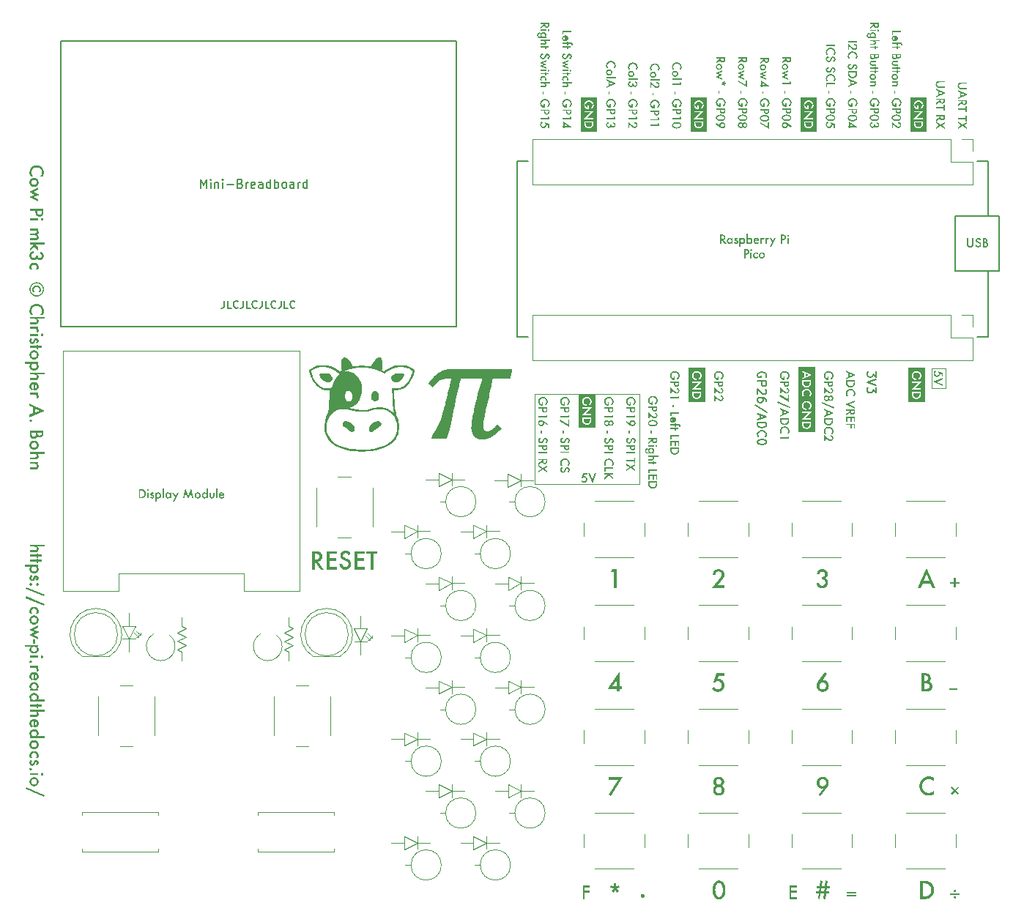
<source format=gbr>
%TF.GenerationSoftware,KiCad,Pcbnew,7.0.2-0*%
%TF.CreationDate,2023-09-07T14:23:57-05:00*%
%TF.ProjectId,CowPi-mk3c,436f7750-692d-46d6-9b33-632e6b696361,mk3c*%
%TF.SameCoordinates,Original*%
%TF.FileFunction,Legend,Top*%
%TF.FilePolarity,Positive*%
%FSLAX46Y46*%
G04 Gerber Fmt 4.6, Leading zero omitted, Abs format (unit mm)*
G04 Created by KiCad (PCBNEW 7.0.2-0) date 2023-09-07 14:23:57*
%MOMM*%
%LPD*%
G01*
G04 APERTURE LIST*
%ADD10C,0.150000*%
%ADD11C,0.200000*%
%ADD12C,0.120000*%
G04 APERTURE END LIST*
D10*
X136953682Y-88821135D02*
X138223682Y-88821135D01*
X187623682Y-74851135D02*
X192703682Y-74851135D01*
X192703682Y-81201135D01*
X187623682Y-81201135D01*
X187623682Y-74851135D01*
X190163682Y-88821135D02*
X191433682Y-88821135D01*
D11*
X84190000Y-87667317D02*
X84190000Y-54647317D01*
D10*
X138223682Y-68501135D02*
X136953682Y-68501135D01*
D11*
X84190000Y-87667317D02*
X129910000Y-87667317D01*
X129910000Y-87667317D02*
X129910000Y-54647317D01*
D10*
X190163682Y-68501135D02*
X191433682Y-68501135D01*
X136953682Y-68501135D02*
X136953682Y-88821135D01*
X191433682Y-88821135D02*
X191433682Y-81201135D01*
D11*
X84190000Y-54647317D02*
X129910000Y-54647317D01*
D10*
X191433682Y-68501135D02*
X191433682Y-74851135D01*
G36*
X184066290Y-127721557D02*
G01*
X184091783Y-127721946D01*
X184116604Y-127722595D01*
X184140754Y-127723503D01*
X184164232Y-127724671D01*
X184187038Y-127726098D01*
X184209172Y-127727785D01*
X184230635Y-127729731D01*
X184251426Y-127731937D01*
X184271546Y-127734402D01*
X184290994Y-127737127D01*
X184318906Y-127741701D01*
X184345307Y-127746859D01*
X184370197Y-127752600D01*
X184378158Y-127754644D01*
X184401711Y-127761184D01*
X184424560Y-127768531D01*
X184446705Y-127776686D01*
X184468146Y-127785647D01*
X184488883Y-127795416D01*
X184508916Y-127805992D01*
X184528244Y-127817375D01*
X184546869Y-127829565D01*
X184564789Y-127842563D01*
X184582005Y-127856367D01*
X184593092Y-127866019D01*
X184609522Y-127881575D01*
X184625292Y-127897835D01*
X184640400Y-127914799D01*
X184654847Y-127932468D01*
X184668633Y-127950840D01*
X184681758Y-127969917D01*
X184694221Y-127989698D01*
X184706023Y-128010183D01*
X184717165Y-128031372D01*
X184727645Y-128053265D01*
X184734264Y-128068252D01*
X184743780Y-128091262D01*
X184752359Y-128114316D01*
X184760003Y-128137413D01*
X184766710Y-128160552D01*
X184772482Y-128183735D01*
X184777318Y-128206961D01*
X184781217Y-128230229D01*
X184784181Y-128253540D01*
X184786209Y-128276895D01*
X184787301Y-128300292D01*
X184787509Y-128315914D01*
X184786811Y-128344217D01*
X184784715Y-128371975D01*
X184781224Y-128399187D01*
X184776335Y-128425854D01*
X184770049Y-128451974D01*
X184762367Y-128477549D01*
X184753288Y-128502578D01*
X184742813Y-128527062D01*
X184730940Y-128550999D01*
X184717671Y-128574391D01*
X184703005Y-128597238D01*
X184686942Y-128619538D01*
X184669482Y-128641293D01*
X184650626Y-128662502D01*
X184630373Y-128683165D01*
X184608723Y-128703283D01*
X184629631Y-128710828D01*
X184649977Y-128719052D01*
X184669763Y-128727955D01*
X184688988Y-128737538D01*
X184707651Y-128747800D01*
X184725754Y-128758741D01*
X184743295Y-128770362D01*
X184760276Y-128782662D01*
X184776696Y-128795641D01*
X184792554Y-128809300D01*
X184807852Y-128823637D01*
X184822588Y-128838655D01*
X184836764Y-128854351D01*
X184850379Y-128870727D01*
X184863432Y-128887782D01*
X184875925Y-128905516D01*
X184887933Y-128923647D01*
X184899166Y-128942137D01*
X184909625Y-128960986D01*
X184919309Y-128980193D01*
X184928218Y-128999759D01*
X184936352Y-129019684D01*
X184943712Y-129039968D01*
X184950297Y-129060610D01*
X184956107Y-129081611D01*
X184961143Y-129102971D01*
X184965404Y-129124690D01*
X184968890Y-129146767D01*
X184971601Y-129169203D01*
X184973538Y-129191998D01*
X184974700Y-129215151D01*
X184975087Y-129238663D01*
X184974404Y-129269503D01*
X184972355Y-129299739D01*
X184968939Y-129329373D01*
X184964158Y-129358403D01*
X184958010Y-129386831D01*
X184950495Y-129414656D01*
X184941615Y-129441877D01*
X184931368Y-129468496D01*
X184919755Y-129494512D01*
X184906776Y-129519924D01*
X184892430Y-129544734D01*
X184876719Y-129568941D01*
X184859641Y-129592544D01*
X184841197Y-129615545D01*
X184821386Y-129637943D01*
X184800210Y-129659738D01*
X184780290Y-129679130D01*
X184759915Y-129697370D01*
X184739085Y-129714461D01*
X184717801Y-129730401D01*
X184696061Y-129745190D01*
X184673865Y-129758828D01*
X184651215Y-129771316D01*
X184628110Y-129782653D01*
X184604550Y-129792840D01*
X184580534Y-129801876D01*
X184564271Y-129807261D01*
X184536708Y-129814419D01*
X184517626Y-129818800D01*
X184497980Y-129822868D01*
X184477769Y-129826624D01*
X184456993Y-129830066D01*
X184435652Y-129833195D01*
X184413747Y-129836012D01*
X184391276Y-129838515D01*
X184368241Y-129840706D01*
X184344641Y-129842583D01*
X184320477Y-129844148D01*
X184295747Y-129845400D01*
X184270453Y-129846339D01*
X184244593Y-129846964D01*
X184218169Y-129847277D01*
X184204746Y-129847317D01*
X183722610Y-129847317D01*
X183722610Y-128909424D01*
X184037195Y-128909424D01*
X184037195Y-129534686D01*
X184235032Y-129534686D01*
X184261633Y-129534363D01*
X184287338Y-129533396D01*
X184312146Y-129531783D01*
X184336057Y-129529526D01*
X184359071Y-129526624D01*
X184381188Y-129523076D01*
X184402409Y-129518884D01*
X184422732Y-129514047D01*
X184442159Y-129508565D01*
X184469618Y-129499133D01*
X184495059Y-129488249D01*
X184518482Y-129475914D01*
X184539887Y-129462128D01*
X184553036Y-129452132D01*
X184572241Y-129434771D01*
X184589558Y-129416577D01*
X184604985Y-129397550D01*
X184618523Y-129377691D01*
X184630173Y-129356999D01*
X184639933Y-129335473D01*
X184647804Y-129313115D01*
X184653786Y-129289924D01*
X184657879Y-129265900D01*
X184660083Y-129241043D01*
X184660503Y-129224009D01*
X184659597Y-129199291D01*
X184656879Y-129175328D01*
X184652350Y-129152121D01*
X184646008Y-129129670D01*
X184637855Y-129107974D01*
X184627891Y-129087034D01*
X184616114Y-129066850D01*
X184602526Y-129047421D01*
X184587125Y-129028748D01*
X184569913Y-129010831D01*
X184557432Y-128999305D01*
X184537182Y-128983243D01*
X184514167Y-128968760D01*
X184488387Y-128955857D01*
X184469664Y-128948133D01*
X184449713Y-128941111D01*
X184428532Y-128934791D01*
X184406123Y-128929173D01*
X184382485Y-128924258D01*
X184357618Y-128920045D01*
X184331522Y-128916534D01*
X184304197Y-128913725D01*
X184275644Y-128911618D01*
X184245861Y-128910214D01*
X184214850Y-128909512D01*
X184198884Y-128909424D01*
X184037195Y-128909424D01*
X183722610Y-128909424D01*
X183722610Y-127998887D01*
X184037195Y-127998887D01*
X184037195Y-128631964D01*
X184135381Y-128631964D01*
X184156874Y-128631647D01*
X184177635Y-128630697D01*
X184197663Y-128629113D01*
X184226331Y-128625550D01*
X184253350Y-128620561D01*
X184278721Y-128614147D01*
X184302443Y-128606307D01*
X184324516Y-128597042D01*
X184344941Y-128586352D01*
X184363717Y-128574236D01*
X184380845Y-128560695D01*
X184391347Y-128550875D01*
X184405926Y-128534993D01*
X184419071Y-128517754D01*
X184430781Y-128499158D01*
X184441058Y-128479205D01*
X184449901Y-128457896D01*
X184457310Y-128435230D01*
X184463285Y-128411208D01*
X184467826Y-128385828D01*
X184470933Y-128359092D01*
X184472606Y-128331000D01*
X184472924Y-128311517D01*
X184472190Y-128283406D01*
X184469988Y-128256591D01*
X184466317Y-128231073D01*
X184461178Y-128206852D01*
X184454570Y-128183927D01*
X184446494Y-128162298D01*
X184436950Y-128141967D01*
X184425938Y-128122931D01*
X184413457Y-128105193D01*
X184399508Y-128088751D01*
X184389393Y-128078510D01*
X184373153Y-128064280D01*
X184355573Y-128051450D01*
X184336654Y-128040020D01*
X184316395Y-128029989D01*
X184294797Y-128021358D01*
X184271859Y-128014127D01*
X184247582Y-128008295D01*
X184221965Y-128003863D01*
X184195008Y-128000831D01*
X184166712Y-127999198D01*
X184147104Y-127998887D01*
X184037195Y-127998887D01*
X183722610Y-127998887D01*
X183722610Y-127721427D01*
X184040126Y-127721427D01*
X184066290Y-127721557D01*
G37*
G36*
X160152966Y-117534686D02*
G01*
X160938939Y-117534686D01*
X160938939Y-117847317D01*
X159521354Y-117847317D01*
X160254083Y-116951434D01*
X160267440Y-116934902D01*
X160280522Y-116918644D01*
X160293329Y-116902661D01*
X160305862Y-116886954D01*
X160318120Y-116871521D01*
X160335992Y-116848886D01*
X160353245Y-116826870D01*
X160369880Y-116805472D01*
X160385897Y-116784692D01*
X160401296Y-116764531D01*
X160416077Y-116744987D01*
X160430239Y-116726062D01*
X160434822Y-116719892D01*
X160448256Y-116701761D01*
X160461080Y-116684188D01*
X160473295Y-116667174D01*
X160484900Y-116650717D01*
X160499424Y-116629644D01*
X160512865Y-116609562D01*
X160525223Y-116590473D01*
X160536496Y-116572376D01*
X160546685Y-116555272D01*
X160560566Y-116531228D01*
X160573081Y-116507639D01*
X160584231Y-116484505D01*
X160594015Y-116461826D01*
X160602434Y-116439602D01*
X160609488Y-116417834D01*
X160615177Y-116396520D01*
X160619500Y-116375662D01*
X160622458Y-116355258D01*
X160624051Y-116335310D01*
X160624355Y-116322264D01*
X160623440Y-116294754D01*
X160620697Y-116268094D01*
X160616124Y-116242284D01*
X160609723Y-116217324D01*
X160601493Y-116193214D01*
X160591433Y-116169954D01*
X160579545Y-116147544D01*
X160565828Y-116125985D01*
X160550282Y-116105275D01*
X160532907Y-116085415D01*
X160520307Y-116072648D01*
X160500456Y-116054577D01*
X160479738Y-116038284D01*
X160458153Y-116023768D01*
X160435700Y-116011030D01*
X160412380Y-116000069D01*
X160388193Y-115990886D01*
X160363138Y-115983480D01*
X160337217Y-115977851D01*
X160310428Y-115974000D01*
X160282772Y-115971926D01*
X160263852Y-115971531D01*
X160244122Y-115971903D01*
X160206260Y-115974872D01*
X160170532Y-115980810D01*
X160136937Y-115989717D01*
X160105476Y-116001593D01*
X160076147Y-116016439D01*
X160048952Y-116034253D01*
X160023891Y-116055037D01*
X160000963Y-116078789D01*
X159980168Y-116105511D01*
X159961506Y-116135202D01*
X159944977Y-116167862D01*
X159930582Y-116203491D01*
X159924185Y-116222418D01*
X159918321Y-116242089D01*
X159912990Y-116262501D01*
X159908192Y-116283656D01*
X159903928Y-116305553D01*
X159900197Y-116328192D01*
X159897000Y-116351573D01*
X159579972Y-116351573D01*
X159585276Y-116311122D01*
X159591601Y-116271954D01*
X159598946Y-116234071D01*
X159607312Y-116197471D01*
X159616699Y-116162156D01*
X159627107Y-116128125D01*
X159638536Y-116095379D01*
X159650986Y-116063916D01*
X159664456Y-116033738D01*
X159678948Y-116004844D01*
X159694460Y-115977234D01*
X159710993Y-115950908D01*
X159728547Y-115925867D01*
X159747122Y-115902109D01*
X159766718Y-115879636D01*
X159787334Y-115858447D01*
X159808972Y-115838542D01*
X159831630Y-115819922D01*
X159855309Y-115802585D01*
X159880009Y-115786533D01*
X159905730Y-115771765D01*
X159932472Y-115758281D01*
X159960235Y-115746081D01*
X159989018Y-115735165D01*
X160018822Y-115725534D01*
X160049647Y-115717187D01*
X160081493Y-115710124D01*
X160114360Y-115704345D01*
X160148248Y-115699850D01*
X160183157Y-115696640D01*
X160219086Y-115694714D01*
X160256036Y-115694072D01*
X160291822Y-115694785D01*
X160326882Y-115696926D01*
X160361217Y-115700494D01*
X160394827Y-115705490D01*
X160427713Y-115711913D01*
X160459872Y-115719763D01*
X160491307Y-115729040D01*
X160522017Y-115739745D01*
X160552002Y-115751877D01*
X160581261Y-115765436D01*
X160609796Y-115780423D01*
X160637605Y-115796837D01*
X160664689Y-115814678D01*
X160691048Y-115833946D01*
X160716682Y-115854642D01*
X160741591Y-115876765D01*
X160765489Y-115899942D01*
X160787845Y-115923797D01*
X160808659Y-115948332D01*
X160827931Y-115973546D01*
X160845662Y-115999440D01*
X160861850Y-116026013D01*
X160876497Y-116053265D01*
X160889602Y-116081196D01*
X160901166Y-116109807D01*
X160911187Y-116139097D01*
X160919667Y-116169067D01*
X160926605Y-116199715D01*
X160932001Y-116231043D01*
X160935856Y-116263051D01*
X160938169Y-116295737D01*
X160938939Y-116329103D01*
X160938579Y-116350509D01*
X160937497Y-116371861D01*
X160935694Y-116393159D01*
X160933169Y-116414405D01*
X160929924Y-116435597D01*
X160925956Y-116456735D01*
X160921268Y-116477820D01*
X160915859Y-116498852D01*
X160909728Y-116519830D01*
X160902876Y-116540755D01*
X160895302Y-116561626D01*
X160887007Y-116582444D01*
X160877991Y-116603208D01*
X160868254Y-116623919D01*
X160857796Y-116644577D01*
X160846616Y-116665181D01*
X160834327Y-116687285D01*
X160824209Y-116704504D01*
X160813319Y-116722273D01*
X160801655Y-116740591D01*
X160789219Y-116759459D01*
X160776009Y-116778876D01*
X160762028Y-116798843D01*
X160747273Y-116819359D01*
X160731745Y-116840425D01*
X160715445Y-116862041D01*
X160709840Y-116869368D01*
X160692570Y-116891819D01*
X160674468Y-116915026D01*
X160661938Y-116930917D01*
X160649037Y-116947144D01*
X160635765Y-116963707D01*
X160622124Y-116980605D01*
X160608113Y-116997840D01*
X160593731Y-117015410D01*
X160578979Y-117033316D01*
X160563857Y-117051558D01*
X160548365Y-117070136D01*
X160532502Y-117089049D01*
X160516270Y-117108299D01*
X160499667Y-117127884D01*
X160482694Y-117147805D01*
X160152966Y-117534686D01*
G37*
G36*
X169319832Y-152482372D02*
G01*
X168676497Y-152482372D01*
X168676497Y-152857529D01*
X169296385Y-152857529D01*
X169296385Y-153092002D01*
X168676497Y-153092002D01*
X168676497Y-153607843D01*
X169319832Y-153607843D01*
X169319832Y-153842317D01*
X168440558Y-153842317D01*
X168440558Y-152247899D01*
X169319832Y-152247899D01*
X169319832Y-152482372D01*
G37*
G36*
X148186672Y-152405097D02*
G01*
X148186672Y-152033848D01*
X148436776Y-152033848D01*
X148436776Y-152405097D01*
X148771877Y-152270275D01*
X148856874Y-152532592D01*
X148498325Y-152625893D01*
X148732310Y-152914588D01*
X148510538Y-153076765D01*
X148311724Y-152763646D01*
X148113887Y-153076765D01*
X147891138Y-152914588D01*
X148126588Y-152627358D01*
X147768039Y-152532592D01*
X147853036Y-152270275D01*
X148186672Y-152405097D01*
G37*
G36*
X185148011Y-139819612D02*
G01*
X185148011Y-140203074D01*
X185130559Y-140188828D01*
X185113069Y-140175035D01*
X185095541Y-140161695D01*
X185077974Y-140148806D01*
X185060370Y-140136370D01*
X185042727Y-140124385D01*
X185025046Y-140112854D01*
X185007327Y-140101774D01*
X184989570Y-140091147D01*
X184971774Y-140080971D01*
X184953941Y-140071248D01*
X184936069Y-140061978D01*
X184918159Y-140053159D01*
X184900211Y-140044793D01*
X184882225Y-140036879D01*
X184846138Y-140022407D01*
X184809899Y-140009745D01*
X184773507Y-139998891D01*
X184736962Y-139989847D01*
X184700264Y-139982611D01*
X184663414Y-139977184D01*
X184626411Y-139973566D01*
X184589256Y-139971758D01*
X184570621Y-139971531D01*
X184550175Y-139971760D01*
X184529932Y-139972445D01*
X184509890Y-139973588D01*
X184490051Y-139975187D01*
X184470414Y-139977244D01*
X184450980Y-139979757D01*
X184412718Y-139986155D01*
X184375265Y-139994381D01*
X184338621Y-140004436D01*
X184302786Y-140016318D01*
X184267760Y-140030028D01*
X184233543Y-140045566D01*
X184200135Y-140062932D01*
X184167536Y-140082126D01*
X184135746Y-140103148D01*
X184104766Y-140125998D01*
X184074594Y-140150676D01*
X184059812Y-140163700D01*
X184045232Y-140177182D01*
X184030854Y-140191121D01*
X184016678Y-140205516D01*
X184002733Y-140220210D01*
X183989231Y-140235106D01*
X183976172Y-140250203D01*
X183963555Y-140265501D01*
X183951381Y-140281000D01*
X183939650Y-140296701D01*
X183917515Y-140328706D01*
X183897152Y-140361517D01*
X183878559Y-140395132D01*
X183861737Y-140429554D01*
X183846685Y-140464780D01*
X183833404Y-140500811D01*
X183821894Y-140537648D01*
X183812155Y-140575290D01*
X183807950Y-140594413D01*
X183804187Y-140613737D01*
X183800867Y-140633263D01*
X183797989Y-140652990D01*
X183795554Y-140672918D01*
X183793562Y-140693048D01*
X183792013Y-140713379D01*
X183790906Y-140733911D01*
X183790242Y-140754644D01*
X183790021Y-140775579D01*
X183790242Y-140796269D01*
X183790906Y-140816757D01*
X183792013Y-140837042D01*
X183793562Y-140857125D01*
X183795554Y-140877006D01*
X183797989Y-140896685D01*
X183800867Y-140916162D01*
X183804187Y-140935436D01*
X183812155Y-140973377D01*
X183821894Y-141010510D01*
X183833404Y-141046833D01*
X183846685Y-141082348D01*
X183861737Y-141117053D01*
X183878559Y-141150950D01*
X183897152Y-141184037D01*
X183917515Y-141216315D01*
X183939650Y-141247784D01*
X183963555Y-141278444D01*
X183976172Y-141293471D01*
X183989231Y-141308295D01*
X184002733Y-141322918D01*
X184016678Y-141337337D01*
X184030944Y-141351402D01*
X184045409Y-141365021D01*
X184060074Y-141378193D01*
X184074938Y-141390918D01*
X184105264Y-141415030D01*
X184136388Y-141437355D01*
X184168309Y-141457894D01*
X184201028Y-141476647D01*
X184234545Y-141493615D01*
X184268859Y-141508796D01*
X184303971Y-141522191D01*
X184339880Y-141533800D01*
X184376587Y-141543623D01*
X184414092Y-141551661D01*
X184452394Y-141557912D01*
X184471844Y-141560367D01*
X184491494Y-141562377D01*
X184511343Y-141563939D01*
X184531391Y-141565056D01*
X184551639Y-141565725D01*
X184572086Y-141565949D01*
X184593078Y-141565733D01*
X184613676Y-141565086D01*
X184633882Y-141564008D01*
X184653694Y-141562499D01*
X184682675Y-141559426D01*
X184710772Y-141555383D01*
X184737985Y-141550370D01*
X184764313Y-141544387D01*
X184789757Y-141537433D01*
X184814316Y-141529509D01*
X184837991Y-141520615D01*
X184860781Y-141510750D01*
X184881521Y-141501736D01*
X184902522Y-141491792D01*
X184923786Y-141480918D01*
X184940986Y-141471549D01*
X184958354Y-141461585D01*
X184975890Y-141451025D01*
X184993594Y-141439870D01*
X184998046Y-141436989D01*
X185015990Y-141425082D01*
X185034163Y-141412564D01*
X185052565Y-141399436D01*
X185071197Y-141385698D01*
X185090057Y-141371348D01*
X185109146Y-141356388D01*
X185128464Y-141340818D01*
X185148011Y-141324637D01*
X185148011Y-141716402D01*
X185130826Y-141726380D01*
X185113588Y-141736041D01*
X185096296Y-141745385D01*
X185078951Y-141754413D01*
X185044101Y-141771517D01*
X185009037Y-141787355D01*
X184973759Y-141801925D01*
X184938267Y-141815229D01*
X184902562Y-141827266D01*
X184866643Y-141838035D01*
X184830511Y-141847538D01*
X184794164Y-141855773D01*
X184757604Y-141862742D01*
X184720830Y-141868444D01*
X184683843Y-141872878D01*
X184646641Y-141876046D01*
X184609226Y-141877946D01*
X184571598Y-141878580D01*
X184543304Y-141878267D01*
X184515271Y-141877330D01*
X184487499Y-141875767D01*
X184459986Y-141873580D01*
X184432735Y-141870768D01*
X184405744Y-141867331D01*
X184379013Y-141863269D01*
X184352543Y-141858582D01*
X184326333Y-141853270D01*
X184300383Y-141847334D01*
X184274694Y-141840772D01*
X184249266Y-141833585D01*
X184224098Y-141825774D01*
X184199190Y-141817338D01*
X184174543Y-141808276D01*
X184150157Y-141798590D01*
X184126031Y-141788279D01*
X184102165Y-141777343D01*
X184078560Y-141765782D01*
X184055215Y-141753596D01*
X184032131Y-141740785D01*
X184009307Y-141727349D01*
X183986744Y-141713289D01*
X183964441Y-141698603D01*
X183942398Y-141683293D01*
X183920616Y-141667357D01*
X183899095Y-141650797D01*
X183877834Y-141633612D01*
X183856833Y-141615801D01*
X183836093Y-141597366D01*
X183815613Y-141578306D01*
X183795394Y-141558621D01*
X183775709Y-141538311D01*
X183756649Y-141517739D01*
X183738214Y-141496908D01*
X183720404Y-141475815D01*
X183703219Y-141454463D01*
X183686658Y-141432850D01*
X183670723Y-141410976D01*
X183655412Y-141388842D01*
X183640727Y-141366448D01*
X183626666Y-141343793D01*
X183613230Y-141320877D01*
X183600420Y-141297701D01*
X183588234Y-141274265D01*
X183576673Y-141250568D01*
X183565737Y-141226611D01*
X183555425Y-141202393D01*
X183545739Y-141177915D01*
X183536678Y-141153176D01*
X183528242Y-141128177D01*
X183520430Y-141102918D01*
X183513243Y-141077398D01*
X183506682Y-141051617D01*
X183500745Y-141025576D01*
X183495433Y-140999275D01*
X183490746Y-140972713D01*
X183486684Y-140945891D01*
X183483247Y-140918808D01*
X183480435Y-140891464D01*
X183478248Y-140863861D01*
X183476686Y-140835997D01*
X183475748Y-140807872D01*
X183475436Y-140779487D01*
X183475697Y-140754020D01*
X183476482Y-140728728D01*
X183477789Y-140703611D01*
X183479619Y-140678668D01*
X183481971Y-140653900D01*
X183484847Y-140629306D01*
X183488245Y-140604887D01*
X183492167Y-140580643D01*
X183496611Y-140556573D01*
X183501578Y-140532677D01*
X183507067Y-140508957D01*
X183513080Y-140485411D01*
X183519615Y-140462039D01*
X183526673Y-140438842D01*
X183534255Y-140415820D01*
X183542358Y-140392972D01*
X183550985Y-140370299D01*
X183560135Y-140347801D01*
X183569807Y-140325477D01*
X183580002Y-140303328D01*
X183590720Y-140281353D01*
X183601961Y-140259553D01*
X183613725Y-140237927D01*
X183626012Y-140216476D01*
X183638821Y-140195200D01*
X183652153Y-140174098D01*
X183666008Y-140153171D01*
X183680386Y-140132419D01*
X183695287Y-140111841D01*
X183710710Y-140091437D01*
X183726657Y-140071209D01*
X183743126Y-140051155D01*
X183763923Y-140027022D01*
X183785098Y-140003655D01*
X183806650Y-139981055D01*
X183828581Y-139959220D01*
X183850889Y-139938152D01*
X183873575Y-139917850D01*
X183896638Y-139898313D01*
X183920080Y-139879543D01*
X183943899Y-139861540D01*
X183968097Y-139844302D01*
X183992672Y-139827830D01*
X184017625Y-139812125D01*
X184042955Y-139797185D01*
X184068664Y-139783012D01*
X184094750Y-139769605D01*
X184121214Y-139756964D01*
X184148056Y-139745089D01*
X184175276Y-139733980D01*
X184202873Y-139723638D01*
X184230849Y-139714061D01*
X184259202Y-139705251D01*
X184287933Y-139697207D01*
X184317041Y-139689928D01*
X184346528Y-139683416D01*
X184376392Y-139677671D01*
X184406635Y-139672691D01*
X184437255Y-139668477D01*
X184468253Y-139665030D01*
X184499628Y-139662348D01*
X184531382Y-139660433D01*
X184563513Y-139659284D01*
X184596022Y-139658901D01*
X184631666Y-139659528D01*
X184667158Y-139661412D01*
X184702497Y-139664551D01*
X184737683Y-139668945D01*
X184772717Y-139674595D01*
X184807597Y-139681501D01*
X184842326Y-139689662D01*
X184876901Y-139699079D01*
X184911324Y-139709751D01*
X184945595Y-139721679D01*
X184979712Y-139734862D01*
X185013677Y-139749301D01*
X185047490Y-139764995D01*
X185081149Y-139781946D01*
X185114657Y-139800151D01*
X185148011Y-139819612D01*
G37*
G36*
X151252630Y-153475090D02*
G01*
X151254315Y-153446140D01*
X151259368Y-153418442D01*
X151267791Y-153391997D01*
X151279583Y-153366803D01*
X151294744Y-153342862D01*
X151313274Y-153320173D01*
X151321629Y-153311448D01*
X151344023Y-153291570D01*
X151367699Y-153275062D01*
X151392657Y-153261922D01*
X151418897Y-153252152D01*
X151446419Y-153245751D01*
X151475223Y-153242719D01*
X151487103Y-153242449D01*
X151516581Y-153244134D01*
X151544718Y-153249187D01*
X151571512Y-153257610D01*
X151596965Y-153269402D01*
X151621076Y-153284562D01*
X151643846Y-153303092D01*
X151652578Y-153311448D01*
X151672456Y-153333681D01*
X151688964Y-153357255D01*
X151702103Y-153382171D01*
X151711874Y-153408429D01*
X151718275Y-153436029D01*
X151721307Y-153464970D01*
X151721577Y-153476922D01*
X151719892Y-153506752D01*
X151714838Y-153535180D01*
X151706416Y-153562207D01*
X151694624Y-153587833D01*
X151679463Y-153612058D01*
X151660933Y-153634881D01*
X151652578Y-153643618D01*
X151630828Y-153663144D01*
X151607558Y-153679360D01*
X151582767Y-153692267D01*
X151556455Y-153701864D01*
X151528623Y-153708152D01*
X151499270Y-153711131D01*
X151487103Y-153711395D01*
X151456776Y-153709756D01*
X151427999Y-153704836D01*
X151400772Y-153696637D01*
X151375095Y-153685158D01*
X151350969Y-153670400D01*
X151328393Y-153652362D01*
X151319797Y-153644229D01*
X151300447Y-153622228D01*
X151284377Y-153598588D01*
X151271587Y-153573308D01*
X151262076Y-153546388D01*
X151255844Y-153517829D01*
X151252893Y-153487629D01*
X151252630Y-153475090D01*
G37*
G36*
X172877390Y-151731196D02*
G01*
X172806560Y-152315425D01*
X173124564Y-152315425D01*
X173124564Y-152565530D01*
X172780670Y-152565530D01*
X172732310Y-152940687D01*
X173030775Y-152940687D01*
X173030775Y-153190792D01*
X172703001Y-153190792D01*
X172623378Y-153847805D01*
X172386951Y-153816053D01*
X172463643Y-153190792D01*
X172064550Y-153190792D01*
X171983950Y-153847805D01*
X171744592Y-153816053D01*
X171821284Y-153190792D01*
X171498884Y-153190792D01*
X171498884Y-152940687D01*
X171854990Y-152940687D01*
X172093859Y-152940687D01*
X172491975Y-152940687D01*
X172537404Y-152565530D01*
X172142219Y-152565530D01*
X172093859Y-152940687D01*
X171854990Y-152940687D01*
X171903350Y-152565530D01*
X171592673Y-152565530D01*
X171592673Y-152315425D01*
X171932659Y-152315425D01*
X172006420Y-151699933D01*
X172241870Y-151731196D01*
X172170551Y-152315425D01*
X172567202Y-152315425D01*
X172642429Y-151699933D01*
X172877390Y-151731196D01*
G37*
X100415445Y-71633521D02*
X100415445Y-70633521D01*
X100415445Y-70633521D02*
X100748778Y-71347806D01*
X100748778Y-71347806D02*
X101082111Y-70633521D01*
X101082111Y-70633521D02*
X101082111Y-71633521D01*
X101558302Y-71633521D02*
X101558302Y-70966854D01*
X101558302Y-70633521D02*
X101510683Y-70681140D01*
X101510683Y-70681140D02*
X101558302Y-70728759D01*
X101558302Y-70728759D02*
X101605921Y-70681140D01*
X101605921Y-70681140D02*
X101558302Y-70633521D01*
X101558302Y-70633521D02*
X101558302Y-70728759D01*
X102034492Y-70966854D02*
X102034492Y-71633521D01*
X102034492Y-71062092D02*
X102082111Y-71014473D01*
X102082111Y-71014473D02*
X102177349Y-70966854D01*
X102177349Y-70966854D02*
X102320206Y-70966854D01*
X102320206Y-70966854D02*
X102415444Y-71014473D01*
X102415444Y-71014473D02*
X102463063Y-71109711D01*
X102463063Y-71109711D02*
X102463063Y-71633521D01*
X102939254Y-71633521D02*
X102939254Y-70966854D01*
X102939254Y-70633521D02*
X102891635Y-70681140D01*
X102891635Y-70681140D02*
X102939254Y-70728759D01*
X102939254Y-70728759D02*
X102986873Y-70681140D01*
X102986873Y-70681140D02*
X102939254Y-70633521D01*
X102939254Y-70633521D02*
X102939254Y-70728759D01*
X103415444Y-71252568D02*
X104177349Y-71252568D01*
X104986872Y-71109711D02*
X105129729Y-71157330D01*
X105129729Y-71157330D02*
X105177348Y-71204949D01*
X105177348Y-71204949D02*
X105224967Y-71300187D01*
X105224967Y-71300187D02*
X105224967Y-71443044D01*
X105224967Y-71443044D02*
X105177348Y-71538282D01*
X105177348Y-71538282D02*
X105129729Y-71585902D01*
X105129729Y-71585902D02*
X105034491Y-71633521D01*
X105034491Y-71633521D02*
X104653539Y-71633521D01*
X104653539Y-71633521D02*
X104653539Y-70633521D01*
X104653539Y-70633521D02*
X104986872Y-70633521D01*
X104986872Y-70633521D02*
X105082110Y-70681140D01*
X105082110Y-70681140D02*
X105129729Y-70728759D01*
X105129729Y-70728759D02*
X105177348Y-70823997D01*
X105177348Y-70823997D02*
X105177348Y-70919235D01*
X105177348Y-70919235D02*
X105129729Y-71014473D01*
X105129729Y-71014473D02*
X105082110Y-71062092D01*
X105082110Y-71062092D02*
X104986872Y-71109711D01*
X104986872Y-71109711D02*
X104653539Y-71109711D01*
X105653539Y-71633521D02*
X105653539Y-70966854D01*
X105653539Y-71157330D02*
X105701158Y-71062092D01*
X105701158Y-71062092D02*
X105748777Y-71014473D01*
X105748777Y-71014473D02*
X105844015Y-70966854D01*
X105844015Y-70966854D02*
X105939253Y-70966854D01*
X106653539Y-71585902D02*
X106558301Y-71633521D01*
X106558301Y-71633521D02*
X106367825Y-71633521D01*
X106367825Y-71633521D02*
X106272587Y-71585902D01*
X106272587Y-71585902D02*
X106224968Y-71490663D01*
X106224968Y-71490663D02*
X106224968Y-71109711D01*
X106224968Y-71109711D02*
X106272587Y-71014473D01*
X106272587Y-71014473D02*
X106367825Y-70966854D01*
X106367825Y-70966854D02*
X106558301Y-70966854D01*
X106558301Y-70966854D02*
X106653539Y-71014473D01*
X106653539Y-71014473D02*
X106701158Y-71109711D01*
X106701158Y-71109711D02*
X106701158Y-71204949D01*
X106701158Y-71204949D02*
X106224968Y-71300187D01*
X107558301Y-71633521D02*
X107558301Y-71109711D01*
X107558301Y-71109711D02*
X107510682Y-71014473D01*
X107510682Y-71014473D02*
X107415444Y-70966854D01*
X107415444Y-70966854D02*
X107224968Y-70966854D01*
X107224968Y-70966854D02*
X107129730Y-71014473D01*
X107558301Y-71585902D02*
X107463063Y-71633521D01*
X107463063Y-71633521D02*
X107224968Y-71633521D01*
X107224968Y-71633521D02*
X107129730Y-71585902D01*
X107129730Y-71585902D02*
X107082111Y-71490663D01*
X107082111Y-71490663D02*
X107082111Y-71395425D01*
X107082111Y-71395425D02*
X107129730Y-71300187D01*
X107129730Y-71300187D02*
X107224968Y-71252568D01*
X107224968Y-71252568D02*
X107463063Y-71252568D01*
X107463063Y-71252568D02*
X107558301Y-71204949D01*
X108463063Y-71633521D02*
X108463063Y-70633521D01*
X108463063Y-71585902D02*
X108367825Y-71633521D01*
X108367825Y-71633521D02*
X108177349Y-71633521D01*
X108177349Y-71633521D02*
X108082111Y-71585902D01*
X108082111Y-71585902D02*
X108034492Y-71538282D01*
X108034492Y-71538282D02*
X107986873Y-71443044D01*
X107986873Y-71443044D02*
X107986873Y-71157330D01*
X107986873Y-71157330D02*
X108034492Y-71062092D01*
X108034492Y-71062092D02*
X108082111Y-71014473D01*
X108082111Y-71014473D02*
X108177349Y-70966854D01*
X108177349Y-70966854D02*
X108367825Y-70966854D01*
X108367825Y-70966854D02*
X108463063Y-71014473D01*
X108939254Y-71633521D02*
X108939254Y-70633521D01*
X108939254Y-71014473D02*
X109034492Y-70966854D01*
X109034492Y-70966854D02*
X109224968Y-70966854D01*
X109224968Y-70966854D02*
X109320206Y-71014473D01*
X109320206Y-71014473D02*
X109367825Y-71062092D01*
X109367825Y-71062092D02*
X109415444Y-71157330D01*
X109415444Y-71157330D02*
X109415444Y-71443044D01*
X109415444Y-71443044D02*
X109367825Y-71538282D01*
X109367825Y-71538282D02*
X109320206Y-71585902D01*
X109320206Y-71585902D02*
X109224968Y-71633521D01*
X109224968Y-71633521D02*
X109034492Y-71633521D01*
X109034492Y-71633521D02*
X108939254Y-71585902D01*
X109986873Y-71633521D02*
X109891635Y-71585902D01*
X109891635Y-71585902D02*
X109844016Y-71538282D01*
X109844016Y-71538282D02*
X109796397Y-71443044D01*
X109796397Y-71443044D02*
X109796397Y-71157330D01*
X109796397Y-71157330D02*
X109844016Y-71062092D01*
X109844016Y-71062092D02*
X109891635Y-71014473D01*
X109891635Y-71014473D02*
X109986873Y-70966854D01*
X109986873Y-70966854D02*
X110129730Y-70966854D01*
X110129730Y-70966854D02*
X110224968Y-71014473D01*
X110224968Y-71014473D02*
X110272587Y-71062092D01*
X110272587Y-71062092D02*
X110320206Y-71157330D01*
X110320206Y-71157330D02*
X110320206Y-71443044D01*
X110320206Y-71443044D02*
X110272587Y-71538282D01*
X110272587Y-71538282D02*
X110224968Y-71585902D01*
X110224968Y-71585902D02*
X110129730Y-71633521D01*
X110129730Y-71633521D02*
X109986873Y-71633521D01*
X111177349Y-71633521D02*
X111177349Y-71109711D01*
X111177349Y-71109711D02*
X111129730Y-71014473D01*
X111129730Y-71014473D02*
X111034492Y-70966854D01*
X111034492Y-70966854D02*
X110844016Y-70966854D01*
X110844016Y-70966854D02*
X110748778Y-71014473D01*
X111177349Y-71585902D02*
X111082111Y-71633521D01*
X111082111Y-71633521D02*
X110844016Y-71633521D01*
X110844016Y-71633521D02*
X110748778Y-71585902D01*
X110748778Y-71585902D02*
X110701159Y-71490663D01*
X110701159Y-71490663D02*
X110701159Y-71395425D01*
X110701159Y-71395425D02*
X110748778Y-71300187D01*
X110748778Y-71300187D02*
X110844016Y-71252568D01*
X110844016Y-71252568D02*
X111082111Y-71252568D01*
X111082111Y-71252568D02*
X111177349Y-71204949D01*
X111653540Y-71633521D02*
X111653540Y-70966854D01*
X111653540Y-71157330D02*
X111701159Y-71062092D01*
X111701159Y-71062092D02*
X111748778Y-71014473D01*
X111748778Y-71014473D02*
X111844016Y-70966854D01*
X111844016Y-70966854D02*
X111939254Y-70966854D01*
X112701159Y-71633521D02*
X112701159Y-70633521D01*
X112701159Y-71585902D02*
X112605921Y-71633521D01*
X112605921Y-71633521D02*
X112415445Y-71633521D01*
X112415445Y-71633521D02*
X112320207Y-71585902D01*
X112320207Y-71585902D02*
X112272588Y-71538282D01*
X112272588Y-71538282D02*
X112224969Y-71443044D01*
X112224969Y-71443044D02*
X112224969Y-71157330D01*
X112224969Y-71157330D02*
X112272588Y-71062092D01*
X112272588Y-71062092D02*
X112320207Y-71014473D01*
X112320207Y-71014473D02*
X112415445Y-70966854D01*
X112415445Y-70966854D02*
X112605921Y-70966854D01*
X112605921Y-70966854D02*
X112701159Y-71014473D01*
G36*
X148634124Y-140034058D02*
G01*
X147592673Y-140034058D01*
X147592673Y-139721427D01*
X149166085Y-139721427D01*
X147834473Y-141928894D01*
X147581438Y-141768182D01*
X148634124Y-140034058D01*
G37*
G36*
X160906699Y-128034058D02*
G01*
X160252617Y-128034058D01*
X160148570Y-128383325D01*
X160168712Y-128381375D01*
X160189463Y-128379700D01*
X160193510Y-128379417D01*
X160214027Y-128378318D01*
X160232589Y-128377952D01*
X160270806Y-128378762D01*
X160308152Y-128381195D01*
X160344628Y-128385250D01*
X160380234Y-128390927D01*
X160414970Y-128398226D01*
X160448836Y-128407146D01*
X160481831Y-128417689D01*
X160513957Y-128429853D01*
X160545212Y-128443640D01*
X160575598Y-128459048D01*
X160605113Y-128476078D01*
X160633758Y-128494730D01*
X160661533Y-128515004D01*
X160688438Y-128536900D01*
X160714473Y-128560418D01*
X160739637Y-128585558D01*
X160763772Y-128611780D01*
X160786349Y-128638910D01*
X160807369Y-128666948D01*
X160826832Y-128695895D01*
X160844738Y-128725750D01*
X160861087Y-128756513D01*
X160875879Y-128788184D01*
X160889114Y-128820764D01*
X160900792Y-128854252D01*
X160910913Y-128888648D01*
X160919476Y-128923953D01*
X160926483Y-128960165D01*
X160931933Y-128997287D01*
X160935825Y-129035316D01*
X160938161Y-129074254D01*
X160938745Y-129094063D01*
X160938939Y-129114099D01*
X160938720Y-129134777D01*
X160938062Y-129155226D01*
X160936965Y-129175447D01*
X160935429Y-129195440D01*
X160933454Y-129215205D01*
X160931040Y-129234742D01*
X160924896Y-129273132D01*
X160916996Y-129310610D01*
X160907341Y-129347176D01*
X160895930Y-129382830D01*
X160882764Y-129417571D01*
X160867842Y-129451401D01*
X160851165Y-129484318D01*
X160832732Y-129516324D01*
X160812544Y-129547417D01*
X160790600Y-129577598D01*
X160766901Y-129606867D01*
X160741446Y-129635224D01*
X160714236Y-129662669D01*
X160685692Y-129688814D01*
X160656236Y-129713273D01*
X160625868Y-129736045D01*
X160594588Y-129757130D01*
X160562395Y-129776528D01*
X160529291Y-129794239D01*
X160495274Y-129810264D01*
X160460346Y-129824602D01*
X160424505Y-129837253D01*
X160387752Y-129848217D01*
X160350087Y-129857495D01*
X160330913Y-129861501D01*
X160311510Y-129865085D01*
X160291880Y-129868248D01*
X160272021Y-129870989D01*
X160251934Y-129873308D01*
X160231620Y-129875206D01*
X160211077Y-129876682D01*
X160190307Y-129877736D01*
X160169308Y-129878369D01*
X160148081Y-129878580D01*
X160121938Y-129878206D01*
X160096143Y-129877084D01*
X160070697Y-129875214D01*
X160045598Y-129872596D01*
X160020848Y-129869230D01*
X159996446Y-129865116D01*
X159972393Y-129860254D01*
X159948687Y-129854644D01*
X159925330Y-129848286D01*
X159902321Y-129841180D01*
X159879661Y-129833326D01*
X159857348Y-129824724D01*
X159835384Y-129815374D01*
X159813768Y-129805276D01*
X159792500Y-129794430D01*
X159771581Y-129782836D01*
X159751010Y-129770494D01*
X159730787Y-129757405D01*
X159710912Y-129743567D01*
X159691385Y-129728981D01*
X159672207Y-129713647D01*
X159653377Y-129697565D01*
X159634895Y-129680735D01*
X159616761Y-129663157D01*
X159598976Y-129644832D01*
X159581539Y-129625758D01*
X159564450Y-129605936D01*
X159547709Y-129585366D01*
X159531317Y-129564048D01*
X159515273Y-129541982D01*
X159499577Y-129519169D01*
X159484229Y-129495607D01*
X159725053Y-129288977D01*
X159737515Y-129310076D01*
X159749988Y-129330384D01*
X159762473Y-129349903D01*
X159774970Y-129368631D01*
X159787478Y-129386570D01*
X159799997Y-129403718D01*
X159812528Y-129420077D01*
X159825070Y-129435645D01*
X159843905Y-129457517D01*
X159862765Y-129477611D01*
X159881652Y-129495928D01*
X159900564Y-129512467D01*
X159919502Y-129527229D01*
X159925820Y-129531755D01*
X159945179Y-129544151D01*
X159965336Y-129555328D01*
X159986292Y-129565286D01*
X160008046Y-129574024D01*
X160030599Y-129581543D01*
X160053950Y-129587843D01*
X160078100Y-129592923D01*
X160103049Y-129596784D01*
X160128796Y-129599426D01*
X160155342Y-129600849D01*
X160173482Y-129601120D01*
X160197176Y-129600587D01*
X160220385Y-129598990D01*
X160243109Y-129596328D01*
X160265348Y-129592602D01*
X160287103Y-129587810D01*
X160308373Y-129581954D01*
X160329159Y-129575033D01*
X160349459Y-129567048D01*
X160369275Y-129557997D01*
X160388607Y-129547882D01*
X160407454Y-129536703D01*
X160425816Y-129524458D01*
X160443693Y-129511149D01*
X160461086Y-129496775D01*
X160477994Y-129481336D01*
X160494418Y-129464832D01*
X160510152Y-129447134D01*
X160524872Y-129428967D01*
X160538576Y-129410330D01*
X160551265Y-129391224D01*
X160562939Y-129371648D01*
X160573598Y-129351603D01*
X160583242Y-129331088D01*
X160591870Y-129310104D01*
X160599484Y-129288651D01*
X160606082Y-129266728D01*
X160611666Y-129244336D01*
X160616234Y-129221475D01*
X160619787Y-129198144D01*
X160622324Y-129174343D01*
X160623847Y-129150074D01*
X160624355Y-129125335D01*
X160623853Y-129099983D01*
X160622347Y-129075219D01*
X160619838Y-129051043D01*
X160616325Y-129027454D01*
X160611809Y-129004454D01*
X160606288Y-128982040D01*
X160599764Y-128960215D01*
X160592237Y-128938977D01*
X160583705Y-128918327D01*
X160574170Y-128898265D01*
X160563632Y-128878791D01*
X160552089Y-128859904D01*
X160539543Y-128841605D01*
X160525994Y-128823893D01*
X160511440Y-128806769D01*
X160495883Y-128790233D01*
X160479574Y-128773907D01*
X160462765Y-128758635D01*
X160445456Y-128744415D01*
X160427648Y-128731249D01*
X160409339Y-128719136D01*
X160390530Y-128708076D01*
X160371222Y-128698070D01*
X160351413Y-128689117D01*
X160331105Y-128681217D01*
X160310297Y-128674371D01*
X160288988Y-128668578D01*
X160267180Y-128663838D01*
X160244872Y-128660151D01*
X160222064Y-128657518D01*
X160198756Y-128655938D01*
X160174948Y-128655411D01*
X160148312Y-128656154D01*
X160122138Y-128658380D01*
X160096426Y-128662092D01*
X160071175Y-128667288D01*
X160046386Y-128673968D01*
X160022059Y-128682133D01*
X159998194Y-128691783D01*
X159974791Y-128702917D01*
X159951849Y-128715535D01*
X159929369Y-128729638D01*
X159907351Y-128745226D01*
X159885795Y-128762298D01*
X159864700Y-128780855D01*
X159844068Y-128800896D01*
X159823896Y-128822422D01*
X159804187Y-128845432D01*
X159699163Y-128845432D01*
X160031333Y-127721427D01*
X160906699Y-127721427D01*
X160906699Y-128034058D01*
G37*
G36*
X185326309Y-117862948D02*
G01*
X184978018Y-117862948D01*
X184756246Y-117347107D01*
X183852547Y-117347107D01*
X183617586Y-117862948D01*
X183274180Y-117862948D01*
X183656016Y-117034476D01*
X183985415Y-117034476D01*
X184626309Y-117034476D01*
X184313678Y-116312983D01*
X183985415Y-117034476D01*
X183656016Y-117034476D01*
X184319051Y-115595886D01*
X185326309Y-117862948D01*
G37*
G36*
X187033789Y-153365450D02*
G01*
X187033789Y-153177871D01*
X188135812Y-153177871D01*
X188135812Y-153365450D01*
X187033789Y-153365450D01*
G37*
G36*
X187455840Y-153633262D02*
G01*
X187456762Y-153617459D01*
X187459526Y-153602336D01*
X187464132Y-153587892D01*
X187470581Y-153574129D01*
X187478872Y-153561045D01*
X187489006Y-153548641D01*
X187493576Y-153543869D01*
X187506631Y-153532998D01*
X187520152Y-153523970D01*
X187534137Y-153516784D01*
X187548588Y-153511440D01*
X187563504Y-153507939D01*
X187578884Y-153506281D01*
X187585167Y-153506134D01*
X187601287Y-153507055D01*
X187616673Y-153509819D01*
X187631326Y-153514425D01*
X187645245Y-153520874D01*
X187658431Y-153529166D01*
X187670883Y-153539300D01*
X187675659Y-153543869D01*
X187686636Y-153556046D01*
X187695752Y-153568992D01*
X187703007Y-153582708D01*
X187708403Y-153597192D01*
X187711938Y-153612446D01*
X187713612Y-153628469D01*
X187713761Y-153635094D01*
X187712831Y-153651425D01*
X187710040Y-153666986D01*
X187705389Y-153681779D01*
X187698877Y-153695802D01*
X187690505Y-153709055D01*
X187680273Y-153721540D01*
X187675659Y-153726319D01*
X187663500Y-153737190D01*
X187650607Y-153746218D01*
X187636981Y-153753404D01*
X187622622Y-153758748D01*
X187607529Y-153762248D01*
X187591703Y-153763907D01*
X187585167Y-153764054D01*
X187568827Y-153763133D01*
X187553239Y-153760369D01*
X187538402Y-153755763D01*
X187524316Y-153749314D01*
X187510982Y-153741022D01*
X187498399Y-153730888D01*
X187493576Y-153726319D01*
X187482705Y-153713324D01*
X187473676Y-153699757D01*
X187466490Y-153685618D01*
X187461147Y-153670906D01*
X187457646Y-153655622D01*
X187455988Y-153639765D01*
X187455840Y-153633262D01*
G37*
G36*
X187455840Y-152906029D02*
G01*
X187456762Y-152890331D01*
X187459526Y-152875296D01*
X187464132Y-152860922D01*
X187470581Y-152847210D01*
X187478872Y-152834160D01*
X187489006Y-152821772D01*
X187493576Y-152817002D01*
X187506631Y-152806131D01*
X187520152Y-152797103D01*
X187534137Y-152789917D01*
X187548588Y-152784574D01*
X187563504Y-152781073D01*
X187578884Y-152779414D01*
X187585167Y-152779267D01*
X187601287Y-152780188D01*
X187616673Y-152782952D01*
X187631326Y-152787558D01*
X187645245Y-152794007D01*
X187658431Y-152802299D01*
X187670883Y-152812433D01*
X187675659Y-152817002D01*
X187686636Y-152829179D01*
X187695752Y-152842126D01*
X187703007Y-152855841D01*
X187708403Y-152870326D01*
X187711938Y-152885579D01*
X187713612Y-152901603D01*
X187713761Y-152908227D01*
X187712831Y-152924558D01*
X187710040Y-152940119D01*
X187705389Y-152954912D01*
X187698877Y-152968935D01*
X187690505Y-152982189D01*
X187680273Y-152994673D01*
X187675659Y-152999452D01*
X187663500Y-153010323D01*
X187650607Y-153019351D01*
X187636981Y-153026537D01*
X187622622Y-153031881D01*
X187607529Y-153035382D01*
X187591703Y-153037040D01*
X187585167Y-153037187D01*
X187568827Y-153036266D01*
X187553239Y-153033502D01*
X187538402Y-153028896D01*
X187524316Y-153022447D01*
X187510982Y-153014155D01*
X187498399Y-153004021D01*
X187493576Y-152999452D01*
X187482705Y-152986448D01*
X187473676Y-152972855D01*
X187466490Y-152958671D01*
X187461147Y-152943896D01*
X187457646Y-152928531D01*
X187455988Y-152912576D01*
X187455840Y-152906029D01*
G37*
G36*
X145346211Y-152482372D02*
G01*
X144796665Y-152482372D01*
X144796665Y-152857529D01*
X145334487Y-152857529D01*
X145334487Y-153092002D01*
X144796665Y-153092002D01*
X144796665Y-153854040D01*
X144560726Y-153854040D01*
X144560726Y-152247899D01*
X145346211Y-152247899D01*
X145346211Y-152482372D01*
G37*
G36*
X82155778Y-70263890D02*
G01*
X81868182Y-70263890D01*
X81878866Y-70250801D01*
X81889210Y-70237684D01*
X81899216Y-70224538D01*
X81908882Y-70211363D01*
X81918210Y-70198159D01*
X81927198Y-70184927D01*
X81935847Y-70171667D01*
X81944156Y-70158377D01*
X81952127Y-70145060D01*
X81959758Y-70131713D01*
X81967051Y-70118338D01*
X81974004Y-70104934D01*
X81980618Y-70091502D01*
X81986892Y-70078041D01*
X81992828Y-70064551D01*
X82003681Y-70037486D01*
X82013178Y-70010306D01*
X82021318Y-69983012D01*
X82028102Y-69955603D01*
X82033529Y-69928080D01*
X82037599Y-69900443D01*
X82040312Y-69872691D01*
X82041669Y-69844824D01*
X82041838Y-69830848D01*
X82041667Y-69815513D01*
X82041153Y-69800331D01*
X82040296Y-69785300D01*
X82039096Y-69770421D01*
X82037554Y-69755693D01*
X82035669Y-69741117D01*
X82030870Y-69712421D01*
X82024701Y-69684331D01*
X82017160Y-69656848D01*
X82008249Y-69629971D01*
X81997966Y-69603702D01*
X81986313Y-69578039D01*
X81973288Y-69552983D01*
X81958893Y-69528534D01*
X81943126Y-69504692D01*
X81925988Y-69481456D01*
X81907480Y-69458828D01*
X81897712Y-69447741D01*
X81887600Y-69436806D01*
X81877146Y-69426022D01*
X81866350Y-69415391D01*
X81855329Y-69404932D01*
X81844158Y-69394806D01*
X81832835Y-69385011D01*
X81821361Y-69375549D01*
X81809737Y-69366418D01*
X81797961Y-69357620D01*
X81773957Y-69341019D01*
X81749349Y-69325746D01*
X81724138Y-69311801D01*
X81698322Y-69299185D01*
X81671902Y-69287896D01*
X81644878Y-69277935D01*
X81617251Y-69269303D01*
X81589019Y-69261999D01*
X81574677Y-69258844D01*
X81560184Y-69256022D01*
X81545540Y-69253532D01*
X81530744Y-69251374D01*
X81515798Y-69249548D01*
X81500701Y-69248054D01*
X81485453Y-69246892D01*
X81470054Y-69246062D01*
X81454504Y-69245564D01*
X81438803Y-69245398D01*
X81423285Y-69245564D01*
X81407919Y-69246062D01*
X81392705Y-69246892D01*
X81377643Y-69248054D01*
X81362732Y-69249548D01*
X81347973Y-69251374D01*
X81333366Y-69253532D01*
X81318910Y-69256022D01*
X81290454Y-69261999D01*
X81262604Y-69269303D01*
X81235362Y-69277935D01*
X81208726Y-69287896D01*
X81182697Y-69299185D01*
X81157275Y-69311801D01*
X81132459Y-69325746D01*
X81108251Y-69341019D01*
X81084649Y-69357620D01*
X81061654Y-69375549D01*
X81050384Y-69385011D01*
X81039265Y-69394806D01*
X81028299Y-69404932D01*
X81017484Y-69415391D01*
X81006935Y-69426090D01*
X80996721Y-69436939D01*
X80986842Y-69447937D01*
X80977298Y-69459085D01*
X80959215Y-69481830D01*
X80942471Y-69505173D01*
X80927066Y-69529114D01*
X80913001Y-69553653D01*
X80900276Y-69578791D01*
X80888890Y-69604526D01*
X80878844Y-69630860D01*
X80870137Y-69657792D01*
X80862769Y-69685322D01*
X80856741Y-69713451D01*
X80852053Y-69742178D01*
X80850211Y-69756765D01*
X80848704Y-69771502D01*
X80847532Y-69786389D01*
X80846695Y-69801426D01*
X80846193Y-69816611D01*
X80846025Y-69831947D01*
X80846187Y-69847691D01*
X80846672Y-69863139D01*
X80847481Y-69878293D01*
X80848613Y-69893153D01*
X80850917Y-69914889D01*
X80853949Y-69935961D01*
X80857709Y-69956371D01*
X80862197Y-69976117D01*
X80867412Y-69995200D01*
X80873355Y-70013619D01*
X80880026Y-70031375D01*
X80887424Y-70048468D01*
X80894185Y-70064023D01*
X80901643Y-70079774D01*
X80909798Y-70095722D01*
X80916825Y-70108622D01*
X80924298Y-70121648D01*
X80932218Y-70134800D01*
X80940584Y-70148077D01*
X80942745Y-70151416D01*
X80951676Y-70164875D01*
X80961064Y-70178505D01*
X80970910Y-70192306D01*
X80981214Y-70206280D01*
X80991976Y-70220425D01*
X81003196Y-70234741D01*
X81014873Y-70249230D01*
X81027009Y-70263890D01*
X80733185Y-70263890D01*
X80725702Y-70251002D01*
X80718456Y-70238073D01*
X80711448Y-70225104D01*
X80704677Y-70212096D01*
X80691849Y-70185958D01*
X80679971Y-70159660D01*
X80669043Y-70133201D01*
X80659065Y-70106583D01*
X80650038Y-70079804D01*
X80641960Y-70052865D01*
X80634833Y-70025765D01*
X80628657Y-69998505D01*
X80623430Y-69971085D01*
X80619154Y-69943505D01*
X80615828Y-69915764D01*
X80613453Y-69887863D01*
X80612027Y-69859802D01*
X80611552Y-69831580D01*
X80611787Y-69810360D01*
X80612490Y-69789336D01*
X80613661Y-69768506D01*
X80615302Y-69747872D01*
X80617411Y-69727433D01*
X80619989Y-69707190D01*
X80623035Y-69687142D01*
X80626550Y-69667289D01*
X80630534Y-69647632D01*
X80634987Y-69628170D01*
X80639908Y-69608903D01*
X80645298Y-69589832D01*
X80651156Y-69570956D01*
X80657484Y-69552275D01*
X80664280Y-69533790D01*
X80671544Y-69515500D01*
X80679278Y-69497405D01*
X80687480Y-69479506D01*
X80696150Y-69461802D01*
X80705290Y-69444293D01*
X80714898Y-69426980D01*
X80724975Y-69409862D01*
X80735520Y-69392940D01*
X80746535Y-69376213D01*
X80758017Y-69359681D01*
X80769969Y-69343344D01*
X80782389Y-69327203D01*
X80795278Y-69311257D01*
X80808636Y-69295507D01*
X80822462Y-69279952D01*
X80836757Y-69264592D01*
X80851521Y-69249428D01*
X80866754Y-69234664D01*
X80882182Y-69220369D01*
X80897806Y-69206543D01*
X80913625Y-69193185D01*
X80929640Y-69180296D01*
X80945850Y-69167876D01*
X80962255Y-69155924D01*
X80978855Y-69144441D01*
X80995651Y-69133427D01*
X81012642Y-69122882D01*
X81029829Y-69112805D01*
X81047211Y-69103197D01*
X81064788Y-69094057D01*
X81082561Y-69085387D01*
X81100529Y-69077185D01*
X81118692Y-69069451D01*
X81137051Y-69062187D01*
X81155605Y-69055391D01*
X81174354Y-69049063D01*
X81193299Y-69043205D01*
X81212439Y-69037815D01*
X81231774Y-69032893D01*
X81251305Y-69028441D01*
X81271031Y-69024457D01*
X81290952Y-69020942D01*
X81311069Y-69017895D01*
X81331381Y-69015318D01*
X81351889Y-69013209D01*
X81372591Y-69011568D01*
X81393489Y-69010396D01*
X81414583Y-69009693D01*
X81435872Y-69009459D01*
X81454972Y-69009655D01*
X81473941Y-69010243D01*
X81492779Y-69011224D01*
X81511486Y-69012596D01*
X81530062Y-69014361D01*
X81548507Y-69016517D01*
X81566822Y-69019066D01*
X81585005Y-69022007D01*
X81603057Y-69025340D01*
X81620979Y-69029065D01*
X81638769Y-69033183D01*
X81656429Y-69037692D01*
X81673957Y-69042594D01*
X81691355Y-69047887D01*
X81708622Y-69053573D01*
X81725758Y-69059651D01*
X81742762Y-69066121D01*
X81759636Y-69072983D01*
X81776379Y-69080237D01*
X81792991Y-69087884D01*
X81809472Y-69095922D01*
X81825822Y-69104353D01*
X81842041Y-69113176D01*
X81858130Y-69122391D01*
X81874087Y-69131998D01*
X81889913Y-69141997D01*
X81905608Y-69152388D01*
X81921173Y-69163172D01*
X81936606Y-69174347D01*
X81951909Y-69185915D01*
X81967080Y-69197875D01*
X81982121Y-69210227D01*
X82000221Y-69225824D01*
X82017746Y-69241705D01*
X82034696Y-69257870D01*
X82051072Y-69274318D01*
X82066873Y-69291049D01*
X82082100Y-69308063D01*
X82096752Y-69325361D01*
X82110829Y-69342942D01*
X82124332Y-69360807D01*
X82137260Y-69378955D01*
X82149614Y-69397386D01*
X82161393Y-69416101D01*
X82172598Y-69435099D01*
X82183228Y-69454380D01*
X82193283Y-69473945D01*
X82202764Y-69493793D01*
X82211670Y-69513924D01*
X82220002Y-69534339D01*
X82227759Y-69555037D01*
X82234941Y-69576019D01*
X82241549Y-69597283D01*
X82247582Y-69618832D01*
X82253041Y-69640663D01*
X82257925Y-69662778D01*
X82262234Y-69685176D01*
X82265969Y-69707858D01*
X82269129Y-69730823D01*
X82271715Y-69754072D01*
X82273726Y-69777603D01*
X82275162Y-69801418D01*
X82276024Y-69825517D01*
X82276311Y-69849899D01*
X82275841Y-69876632D01*
X82274428Y-69903251D01*
X82272074Y-69929755D01*
X82268778Y-69956144D01*
X82264541Y-69982420D01*
X82259361Y-70008580D01*
X82253241Y-70034626D01*
X82246178Y-70060558D01*
X82238174Y-70086375D01*
X82229228Y-70112078D01*
X82219340Y-70137666D01*
X82208511Y-70163140D01*
X82196740Y-70188499D01*
X82184028Y-70213744D01*
X82170373Y-70238875D01*
X82155778Y-70263890D01*
G37*
G36*
X81173578Y-70457930D02*
G01*
X81199842Y-70459729D01*
X81225602Y-70462727D01*
X81250858Y-70466925D01*
X81275610Y-70472322D01*
X81299859Y-70478918D01*
X81323604Y-70486713D01*
X81346845Y-70495707D01*
X81369583Y-70505901D01*
X81391816Y-70517294D01*
X81413546Y-70529887D01*
X81434773Y-70543678D01*
X81455495Y-70558669D01*
X81475714Y-70574859D01*
X81495429Y-70592249D01*
X81514640Y-70610837D01*
X81533051Y-70630288D01*
X81550275Y-70650262D01*
X81566310Y-70670759D01*
X81581158Y-70691781D01*
X81594818Y-70713326D01*
X81607290Y-70735395D01*
X81618575Y-70757988D01*
X81628671Y-70781105D01*
X81637580Y-70804746D01*
X81645300Y-70828910D01*
X81651834Y-70853598D01*
X81657179Y-70878810D01*
X81661336Y-70904546D01*
X81664306Y-70930805D01*
X81666087Y-70957588D01*
X81666681Y-70984895D01*
X81666085Y-71012340D01*
X81664294Y-71039260D01*
X81661310Y-71065657D01*
X81657133Y-71091530D01*
X81651762Y-71116879D01*
X81645197Y-71141705D01*
X81637439Y-71166007D01*
X81628488Y-71189784D01*
X81618343Y-71213039D01*
X81607004Y-71235769D01*
X81594472Y-71257975D01*
X81580746Y-71279658D01*
X81565827Y-71300817D01*
X81549714Y-71321452D01*
X81532407Y-71341564D01*
X81513907Y-71361151D01*
X81494494Y-71379651D01*
X81474540Y-71396958D01*
X81454045Y-71413071D01*
X81433010Y-71427990D01*
X81411433Y-71441716D01*
X81389315Y-71454248D01*
X81366656Y-71465587D01*
X81343456Y-71475732D01*
X81319716Y-71484683D01*
X81295434Y-71492441D01*
X81270611Y-71499006D01*
X81245248Y-71504377D01*
X81219343Y-71508554D01*
X81192898Y-71511538D01*
X81165911Y-71513328D01*
X81138384Y-71513925D01*
X81110641Y-71513324D01*
X81083464Y-71511521D01*
X81056854Y-71508516D01*
X81030810Y-71504308D01*
X81005334Y-71498899D01*
X80980424Y-71492287D01*
X80956081Y-71484473D01*
X80932304Y-71475457D01*
X80909094Y-71465239D01*
X80886451Y-71453819D01*
X80864375Y-71441196D01*
X80842865Y-71427372D01*
X80821923Y-71412345D01*
X80801546Y-71396116D01*
X80781737Y-71378685D01*
X80762494Y-71360052D01*
X80744216Y-71340496D01*
X80727117Y-71320388D01*
X80711198Y-71299727D01*
X80696457Y-71278513D01*
X80682896Y-71256748D01*
X80670514Y-71234429D01*
X80659311Y-71211559D01*
X80649288Y-71188136D01*
X80640443Y-71164160D01*
X80632778Y-71139633D01*
X80626293Y-71114552D01*
X80620986Y-71088920D01*
X80616859Y-71062735D01*
X80613911Y-71035997D01*
X80612142Y-71008707D01*
X80611645Y-70985262D01*
X80819647Y-70985262D01*
X80819986Y-71001721D01*
X80821004Y-71017759D01*
X80822700Y-71033377D01*
X80825074Y-71048574D01*
X80828126Y-71063350D01*
X80831857Y-71077706D01*
X80838726Y-71098450D01*
X80847120Y-71118248D01*
X80857041Y-71137098D01*
X80868488Y-71155003D01*
X80881461Y-71171960D01*
X80895961Y-71187971D01*
X80906475Y-71198119D01*
X80917557Y-71207791D01*
X80929093Y-71216838D01*
X80947250Y-71229239D01*
X80959924Y-71236727D01*
X80973053Y-71243591D01*
X80986637Y-71249830D01*
X81000676Y-71255446D01*
X81015171Y-71260438D01*
X81030120Y-71264805D01*
X81045525Y-71268549D01*
X81061384Y-71271669D01*
X81077699Y-71274165D01*
X81094469Y-71276037D01*
X81111693Y-71277285D01*
X81129373Y-71277909D01*
X81138384Y-71277987D01*
X81156336Y-71277675D01*
X81173830Y-71276739D01*
X81190866Y-71275179D01*
X81207444Y-71272995D01*
X81223564Y-71270187D01*
X81239226Y-71266755D01*
X81254430Y-71262700D01*
X81269176Y-71258020D01*
X81283464Y-71252716D01*
X81297295Y-71246788D01*
X81310667Y-71240237D01*
X81323581Y-71233061D01*
X81336038Y-71225262D01*
X81348036Y-71216838D01*
X81359576Y-71207791D01*
X81370659Y-71198119D01*
X81381306Y-71187842D01*
X81395990Y-71171671D01*
X81409127Y-71154591D01*
X81420719Y-71136603D01*
X81430766Y-71117707D01*
X81439266Y-71097902D01*
X81446222Y-71077190D01*
X81450000Y-71062878D01*
X81453091Y-71048162D01*
X81455495Y-71033042D01*
X81457213Y-71017519D01*
X81458243Y-71001592D01*
X81458586Y-70985262D01*
X81458243Y-70969152D01*
X81457213Y-70953428D01*
X81455495Y-70938091D01*
X81453091Y-70923140D01*
X81450000Y-70908576D01*
X81446222Y-70894398D01*
X81439266Y-70873855D01*
X81430766Y-70854182D01*
X81420719Y-70835378D01*
X81409127Y-70817444D01*
X81395990Y-70800379D01*
X81381306Y-70784183D01*
X81370659Y-70773869D01*
X81359468Y-70764109D01*
X81347876Y-70754979D01*
X81335883Y-70746478D01*
X81323490Y-70738607D01*
X81310695Y-70731365D01*
X81297501Y-70724754D01*
X81283905Y-70718772D01*
X81269909Y-70713419D01*
X81255512Y-70708697D01*
X81240714Y-70704604D01*
X81225516Y-70701140D01*
X81209917Y-70698307D01*
X81193917Y-70696103D01*
X81177516Y-70694529D01*
X81160715Y-70693584D01*
X81143513Y-70693269D01*
X81125118Y-70693578D01*
X81107209Y-70694506D01*
X81089786Y-70696051D01*
X81072851Y-70698215D01*
X81056401Y-70700997D01*
X81040439Y-70704398D01*
X81024963Y-70708416D01*
X81009973Y-70713053D01*
X80995470Y-70718308D01*
X80981454Y-70724181D01*
X80967924Y-70730673D01*
X80954881Y-70737783D01*
X80942325Y-70745511D01*
X80930255Y-70753857D01*
X80913062Y-70767535D01*
X80907575Y-70772404D01*
X80896927Y-70782681D01*
X80882244Y-70798853D01*
X80869106Y-70815933D01*
X80857514Y-70833921D01*
X80847468Y-70852817D01*
X80838967Y-70872621D01*
X80832012Y-70893333D01*
X80828234Y-70907645D01*
X80825143Y-70922361D01*
X80822738Y-70937481D01*
X80821021Y-70953004D01*
X80819991Y-70968931D01*
X80819647Y-70985262D01*
X80611645Y-70985262D01*
X80611552Y-70980865D01*
X80612153Y-70953305D01*
X80613956Y-70926311D01*
X80616962Y-70899884D01*
X80621169Y-70874024D01*
X80626579Y-70848731D01*
X80633191Y-70824004D01*
X80641004Y-70799844D01*
X80650020Y-70776251D01*
X80660239Y-70753224D01*
X80671659Y-70730764D01*
X80684281Y-70708871D01*
X80698106Y-70687545D01*
X80713132Y-70666785D01*
X80729361Y-70646592D01*
X80746792Y-70626966D01*
X80765425Y-70607906D01*
X80784689Y-70589673D01*
X80804563Y-70572615D01*
X80825047Y-70556734D01*
X80846140Y-70542030D01*
X80867843Y-70528501D01*
X80890155Y-70516149D01*
X80913077Y-70504974D01*
X80936609Y-70494975D01*
X80960750Y-70486152D01*
X80985501Y-70478505D01*
X81010862Y-70472035D01*
X81036832Y-70466742D01*
X81063412Y-70462624D01*
X81090602Y-70459683D01*
X81118401Y-70457919D01*
X81146810Y-70457331D01*
X81173578Y-70457930D01*
G37*
G36*
X81643234Y-71856476D02*
G01*
X81070240Y-72118060D01*
X81734825Y-72399794D01*
X81070240Y-72684093D01*
X81643234Y-72942380D01*
X81643234Y-73200666D01*
X80564291Y-72677865D01*
X81210191Y-72399794D01*
X80564291Y-72118793D01*
X81643234Y-71597090D01*
X81643234Y-71856476D01*
G37*
G36*
X82229417Y-74317711D02*
G01*
X82229309Y-74342287D01*
X82228987Y-74366100D01*
X82228451Y-74389148D01*
X82227699Y-74411432D01*
X82226733Y-74432951D01*
X82225553Y-74453707D01*
X82224157Y-74473698D01*
X82222547Y-74492925D01*
X82220723Y-74511387D01*
X82218683Y-74529086D01*
X82216429Y-74546020D01*
X82213961Y-74562190D01*
X82211277Y-74577596D01*
X82208379Y-74592238D01*
X82203630Y-74612768D01*
X82201939Y-74619229D01*
X82196291Y-74638313D01*
X82189785Y-74656959D01*
X82182423Y-74675167D01*
X82174205Y-74692937D01*
X82165130Y-74710269D01*
X82155198Y-74727163D01*
X82144410Y-74743619D01*
X82132765Y-74759638D01*
X82120264Y-74775218D01*
X82106907Y-74790361D01*
X82097526Y-74800213D01*
X82080587Y-74816805D01*
X82063110Y-74832327D01*
X82045096Y-74846778D01*
X82026543Y-74860159D01*
X82007452Y-74872469D01*
X81987822Y-74883709D01*
X81967655Y-74893879D01*
X81946950Y-74902978D01*
X81925707Y-74911006D01*
X81903925Y-74917964D01*
X81881605Y-74923852D01*
X81858748Y-74928669D01*
X81835352Y-74932416D01*
X81811418Y-74935092D01*
X81786946Y-74936698D01*
X81761936Y-74937233D01*
X81735177Y-74936659D01*
X81709122Y-74934937D01*
X81683772Y-74932068D01*
X81659125Y-74928051D01*
X81635183Y-74922886D01*
X81611944Y-74916573D01*
X81589410Y-74909113D01*
X81567580Y-74900505D01*
X81546454Y-74890749D01*
X81526032Y-74879845D01*
X81506314Y-74867794D01*
X81487300Y-74854595D01*
X81468991Y-74840248D01*
X81451385Y-74824753D01*
X81434484Y-74808111D01*
X81418286Y-74790321D01*
X81402936Y-74771556D01*
X81388576Y-74751990D01*
X81375207Y-74731622D01*
X81362828Y-74710453D01*
X81351439Y-74688483D01*
X81341041Y-74665711D01*
X81331633Y-74642138D01*
X81323215Y-74617763D01*
X81315787Y-74592587D01*
X81309350Y-74566610D01*
X81303903Y-74539831D01*
X81299447Y-74512250D01*
X81295981Y-74483869D01*
X81293505Y-74454685D01*
X81292638Y-74439793D01*
X81292019Y-74424701D01*
X81291648Y-74409408D01*
X81291524Y-74393915D01*
X81291524Y-74282174D01*
X81499619Y-74282174D01*
X81499619Y-74371200D01*
X81499878Y-74391509D01*
X81500655Y-74411173D01*
X81501950Y-74430192D01*
X81503764Y-74448566D01*
X81506095Y-74466296D01*
X81508944Y-74483381D01*
X81512312Y-74499821D01*
X81516197Y-74515616D01*
X81520601Y-74530767D01*
X81525522Y-74545273D01*
X81530962Y-74559135D01*
X81543395Y-74584923D01*
X81557901Y-74608133D01*
X81574479Y-74628764D01*
X81593129Y-74646816D01*
X81613852Y-74662289D01*
X81636647Y-74675183D01*
X81661514Y-74685499D01*
X81688453Y-74693235D01*
X81717464Y-74698393D01*
X81732747Y-74700005D01*
X81748548Y-74700972D01*
X81764867Y-74701294D01*
X81780645Y-74700962D01*
X81795922Y-74699965D01*
X81810698Y-74698303D01*
X81838748Y-74692985D01*
X81864794Y-74685008D01*
X81888837Y-74674372D01*
X81910876Y-74661077D01*
X81930911Y-74645123D01*
X81948943Y-74626510D01*
X81964972Y-74605238D01*
X81978997Y-74581307D01*
X81991018Y-74554717D01*
X81996277Y-74540425D01*
X82001036Y-74525468D01*
X82005293Y-74509846D01*
X82009050Y-74493560D01*
X82012306Y-74476609D01*
X82015061Y-74458993D01*
X82017315Y-74440712D01*
X82019068Y-74421767D01*
X82020320Y-74402157D01*
X82021071Y-74381882D01*
X82021322Y-74360942D01*
X82021322Y-74282174D01*
X81499619Y-74282174D01*
X81291524Y-74282174D01*
X80646723Y-74282174D01*
X80646723Y-74046235D01*
X82229417Y-74046235D01*
X82229417Y-74317711D01*
G37*
G36*
X81643234Y-75369543D02*
G01*
X80635000Y-75369543D01*
X80635000Y-75133604D01*
X81643234Y-75133604D01*
X81643234Y-75369543D01*
G37*
G36*
X82055027Y-75110157D02*
G01*
X82070151Y-75110855D01*
X82084749Y-75112950D01*
X82102255Y-75117534D01*
X82118938Y-75124299D01*
X82134798Y-75133247D01*
X82146894Y-75141977D01*
X82158463Y-75152103D01*
X82161273Y-75154853D01*
X82171749Y-75166388D01*
X82180828Y-75178461D01*
X82188510Y-75191072D01*
X82196148Y-75207592D01*
X82201605Y-75224953D01*
X82204398Y-75239448D01*
X82205795Y-75254480D01*
X82205969Y-75262198D01*
X82205271Y-75277751D01*
X82203176Y-75292721D01*
X82199684Y-75307106D01*
X82193355Y-75324267D01*
X82186720Y-75337339D01*
X82178689Y-75349827D01*
X82169261Y-75361731D01*
X82161273Y-75370276D01*
X82150059Y-75380751D01*
X82138215Y-75389830D01*
X82122525Y-75399215D01*
X82105850Y-75406417D01*
X82091803Y-75410607D01*
X82077125Y-75413401D01*
X82061818Y-75414797D01*
X82053928Y-75414972D01*
X82038295Y-75414274D01*
X82023268Y-75412178D01*
X82008848Y-75408687D01*
X81991677Y-75402357D01*
X81975453Y-75393846D01*
X81963157Y-75385465D01*
X81951468Y-75375688D01*
X81945851Y-75370276D01*
X81935375Y-75359067D01*
X81926296Y-75347240D01*
X81916912Y-75331588D01*
X81909710Y-75314969D01*
X81904690Y-75297384D01*
X81902246Y-75282621D01*
X81901198Y-75267239D01*
X81901154Y-75263297D01*
X81901847Y-75247738D01*
X81903925Y-75232752D01*
X81907388Y-75218337D01*
X81912237Y-75204496D01*
X81918471Y-75191226D01*
X81926090Y-75178530D01*
X81935095Y-75166405D01*
X81945484Y-75154853D01*
X81956973Y-75144378D01*
X81969092Y-75135299D01*
X81981840Y-75127616D01*
X81995218Y-75121331D01*
X82009226Y-75116442D01*
X82023864Y-75112950D01*
X82039131Y-75110855D01*
X82055027Y-75110157D01*
G37*
G36*
X81643234Y-76303039D02*
G01*
X81643234Y-76538978D01*
X81548712Y-76538978D01*
X81561168Y-76551038D01*
X81572845Y-76562763D01*
X81583742Y-76574153D01*
X81593861Y-76585208D01*
X81606140Y-76599428D01*
X81617033Y-76613052D01*
X81626542Y-76626081D01*
X81634664Y-76638514D01*
X81641402Y-76650352D01*
X81648685Y-76666311D01*
X81654733Y-76683504D01*
X81658683Y-76698147D01*
X81661843Y-76713580D01*
X81664213Y-76729803D01*
X81665793Y-76746816D01*
X81666583Y-76764619D01*
X81666681Y-76773817D01*
X81666110Y-76794246D01*
X81664397Y-76814134D01*
X81661542Y-76833481D01*
X81657545Y-76852288D01*
X81652406Y-76870553D01*
X81646125Y-76888277D01*
X81638702Y-76905461D01*
X81630136Y-76922103D01*
X81620429Y-76938204D01*
X81609580Y-76953765D01*
X81597589Y-76968784D01*
X81584455Y-76983263D01*
X81570180Y-76997201D01*
X81554763Y-77010597D01*
X81538203Y-77023453D01*
X81520502Y-77035768D01*
X81538203Y-77049530D01*
X81554763Y-77063892D01*
X81570180Y-77078851D01*
X81584455Y-77094409D01*
X81597589Y-77110564D01*
X81609580Y-77127319D01*
X81620429Y-77144671D01*
X81630136Y-77162621D01*
X81638702Y-77181170D01*
X81646125Y-77200317D01*
X81652406Y-77220062D01*
X81657545Y-77240405D01*
X81661542Y-77261346D01*
X81664397Y-77282886D01*
X81666110Y-77305024D01*
X81666681Y-77327760D01*
X81666280Y-77348384D01*
X81665074Y-77368353D01*
X81663065Y-77387668D01*
X81660253Y-77406328D01*
X81656637Y-77424333D01*
X81652217Y-77441683D01*
X81646994Y-77458379D01*
X81640967Y-77474420D01*
X81634137Y-77489806D01*
X81626503Y-77504538D01*
X81618065Y-77518615D01*
X81608824Y-77532037D01*
X81598780Y-77544804D01*
X81587932Y-77556916D01*
X81576280Y-77568374D01*
X81563825Y-77579177D01*
X81550566Y-77589326D01*
X81536503Y-77598819D01*
X81521637Y-77607658D01*
X81505968Y-77615842D01*
X81489494Y-77623372D01*
X81472218Y-77630246D01*
X81454137Y-77636466D01*
X81435254Y-77642032D01*
X81415566Y-77646942D01*
X81395075Y-77651198D01*
X81373781Y-77654799D01*
X81351682Y-77657745D01*
X81328781Y-77660037D01*
X81305075Y-77661674D01*
X81280567Y-77662656D01*
X81255254Y-77662983D01*
X80635000Y-77662983D01*
X80635000Y-77427045D01*
X81193339Y-77427045D01*
X81211096Y-77426913D01*
X81228189Y-77426518D01*
X81244618Y-77425860D01*
X81260383Y-77424938D01*
X81275484Y-77423753D01*
X81296891Y-77421482D01*
X81316803Y-77418618D01*
X81335222Y-77415162D01*
X81352146Y-77411113D01*
X81367576Y-77406472D01*
X81381512Y-77401239D01*
X81397770Y-77393339D01*
X81412024Y-77383934D01*
X81424377Y-77373120D01*
X81434830Y-77360899D01*
X81443382Y-77347269D01*
X81450034Y-77332231D01*
X81454785Y-77315784D01*
X81457636Y-77297930D01*
X81458586Y-77278667D01*
X81457949Y-77261794D01*
X81456036Y-77245797D01*
X81452848Y-77230676D01*
X81448385Y-77216431D01*
X81440451Y-77198800D01*
X81430250Y-77182725D01*
X81417783Y-77168208D01*
X81406944Y-77158342D01*
X81394830Y-77149352D01*
X81386046Y-77143845D01*
X81371744Y-77136316D01*
X81355903Y-77129527D01*
X81338522Y-77123478D01*
X81319603Y-77118171D01*
X81299144Y-77113604D01*
X81284650Y-77110971D01*
X81269471Y-77108666D01*
X81253609Y-77106692D01*
X81237062Y-77105046D01*
X81219832Y-77103729D01*
X81201917Y-77102742D01*
X81183318Y-77102083D01*
X81164036Y-77101754D01*
X81154138Y-77101713D01*
X80635000Y-77101713D01*
X80635000Y-76865774D01*
X81190041Y-76865774D01*
X81206563Y-76865631D01*
X81222560Y-76865199D01*
X81238033Y-76864480D01*
X81252982Y-76863473D01*
X81281305Y-76860597D01*
X81307530Y-76856570D01*
X81331657Y-76851392D01*
X81353686Y-76845063D01*
X81373617Y-76837584D01*
X81391450Y-76828955D01*
X81407185Y-76819175D01*
X81420822Y-76808244D01*
X81432361Y-76796162D01*
X81441802Y-76782930D01*
X81449145Y-76768548D01*
X81454390Y-76753014D01*
X81457537Y-76736331D01*
X81458586Y-76718496D01*
X81457939Y-76701358D01*
X81455998Y-76685115D01*
X81452761Y-76669768D01*
X81448231Y-76655315D01*
X81442406Y-76641758D01*
X81432626Y-76625074D01*
X81420544Y-76609982D01*
X81409973Y-76599707D01*
X81398107Y-76590327D01*
X81384947Y-76581842D01*
X81370468Y-76574182D01*
X81354507Y-76567275D01*
X81337066Y-76561121D01*
X81318143Y-76555722D01*
X81297739Y-76551075D01*
X81283313Y-76548396D01*
X81268229Y-76546052D01*
X81252487Y-76544043D01*
X81236087Y-76542368D01*
X81219028Y-76541029D01*
X81201311Y-76540024D01*
X81182935Y-76539354D01*
X81163901Y-76539019D01*
X81154138Y-76538978D01*
X80635000Y-76538978D01*
X80635000Y-76303039D01*
X81643234Y-76303039D01*
G37*
G36*
X82370101Y-78199340D02*
G01*
X81317170Y-78199340D01*
X81643234Y-78524306D01*
X81643234Y-78834250D01*
X81219717Y-78400474D01*
X80635000Y-78865757D01*
X80635000Y-78566437D01*
X81060348Y-78236343D01*
X81023346Y-78199340D01*
X80635000Y-78199340D01*
X80635000Y-77963402D01*
X82370101Y-77963402D01*
X82370101Y-78199340D01*
G37*
G36*
X81364797Y-79418601D02*
G01*
X81572892Y-79418601D01*
X81573028Y-79436946D01*
X81573436Y-79454522D01*
X81574116Y-79471327D01*
X81575067Y-79487363D01*
X81576291Y-79502628D01*
X81578636Y-79524083D01*
X81581593Y-79543806D01*
X81585162Y-79561796D01*
X81589343Y-79578054D01*
X81594135Y-79592579D01*
X81601477Y-79609251D01*
X81607697Y-79619735D01*
X81619825Y-79636169D01*
X81633268Y-79650986D01*
X81648024Y-79664187D01*
X81664094Y-79675771D01*
X81681478Y-79685739D01*
X81700175Y-79694091D01*
X81720186Y-79700826D01*
X81741511Y-79705945D01*
X81756458Y-79708459D01*
X81771988Y-79710255D01*
X81788102Y-79711333D01*
X81804801Y-79711692D01*
X81824037Y-79711103D01*
X81842591Y-79709335D01*
X81860462Y-79706389D01*
X81877650Y-79702264D01*
X81894156Y-79696961D01*
X81909979Y-79690479D01*
X81925119Y-79682818D01*
X81939577Y-79673980D01*
X81953352Y-79663962D01*
X81966445Y-79652766D01*
X81974794Y-79644647D01*
X81986775Y-79631869D01*
X81997578Y-79618402D01*
X82007203Y-79604246D01*
X82015649Y-79589401D01*
X82022917Y-79573867D01*
X82029006Y-79557643D01*
X82033916Y-79540731D01*
X82037648Y-79523129D01*
X82040201Y-79504838D01*
X82041576Y-79485859D01*
X82041838Y-79472823D01*
X82041397Y-79454799D01*
X82040074Y-79437549D01*
X82037868Y-79421071D01*
X82034780Y-79405366D01*
X82030810Y-79390434D01*
X82025957Y-79376274D01*
X82018115Y-79358597D01*
X82008704Y-79342294D01*
X81997724Y-79327365D01*
X81991646Y-79320415D01*
X81977913Y-79307913D01*
X81966179Y-79299077D01*
X81953214Y-79290705D01*
X81939019Y-79282797D01*
X81923594Y-79275352D01*
X81906939Y-79268371D01*
X81889054Y-79261854D01*
X81869939Y-79255800D01*
X81849594Y-79250211D01*
X81835348Y-79246742D01*
X81820554Y-79243479D01*
X81820554Y-79005342D01*
X81847887Y-79010271D01*
X81874290Y-79015806D01*
X81899762Y-79021948D01*
X81924304Y-79028698D01*
X81947916Y-79036053D01*
X81970598Y-79044016D01*
X81992349Y-79052586D01*
X82013170Y-79061762D01*
X82033061Y-79071545D01*
X82052022Y-79081935D01*
X82070053Y-79092932D01*
X82087153Y-79104535D01*
X82103323Y-79116745D01*
X82118563Y-79129562D01*
X82132873Y-79142986D01*
X82146252Y-79157017D01*
X82158807Y-79171708D01*
X82170552Y-79187116D01*
X82181487Y-79203239D01*
X82191613Y-79220077D01*
X82200928Y-79237631D01*
X82209433Y-79255901D01*
X82217128Y-79274886D01*
X82224013Y-79294586D01*
X82230088Y-79315003D01*
X82235353Y-79336134D01*
X82239808Y-79357982D01*
X82243453Y-79380545D01*
X82246288Y-79403823D01*
X82248313Y-79427817D01*
X82249528Y-79452527D01*
X82249933Y-79477952D01*
X82249447Y-79503617D01*
X82247987Y-79528682D01*
X82245554Y-79553145D01*
X82242148Y-79577007D01*
X82237769Y-79600269D01*
X82232416Y-79622929D01*
X82226091Y-79644988D01*
X82218792Y-79666446D01*
X82210520Y-79687303D01*
X82201275Y-79707559D01*
X82191057Y-79727214D01*
X82179866Y-79746268D01*
X82167702Y-79764721D01*
X82154564Y-79782572D01*
X82140453Y-79799823D01*
X82125369Y-79816472D01*
X82109746Y-79832355D01*
X82093559Y-79847213D01*
X82076807Y-79861046D01*
X82059492Y-79873854D01*
X82041614Y-79885638D01*
X82023171Y-79896397D01*
X82004164Y-79906131D01*
X81984594Y-79914841D01*
X81964460Y-79922526D01*
X81943761Y-79929187D01*
X81922499Y-79934822D01*
X81900674Y-79939433D01*
X81878284Y-79943020D01*
X81855330Y-79945581D01*
X81831813Y-79947118D01*
X81807732Y-79947631D01*
X81780724Y-79946945D01*
X81754471Y-79944889D01*
X81728975Y-79941461D01*
X81704234Y-79936663D01*
X81680248Y-79930493D01*
X81657018Y-79922953D01*
X81634544Y-79914041D01*
X81612826Y-79903759D01*
X81591863Y-79892105D01*
X81571656Y-79879081D01*
X81552204Y-79864685D01*
X81533508Y-79848918D01*
X81515567Y-79831781D01*
X81498383Y-79813272D01*
X81481954Y-79793393D01*
X81466280Y-79772142D01*
X81451338Y-79796055D01*
X81435271Y-79818424D01*
X81418079Y-79839251D01*
X81399762Y-79858536D01*
X81380320Y-79876277D01*
X81359754Y-79892476D01*
X81338063Y-79907132D01*
X81315246Y-79920245D01*
X81291305Y-79931816D01*
X81266239Y-79941843D01*
X81240049Y-79950328D01*
X81212733Y-79957271D01*
X81184293Y-79962670D01*
X81169651Y-79964792D01*
X81154727Y-79966527D01*
X81139523Y-79967877D01*
X81124037Y-79968841D01*
X81108270Y-79969420D01*
X81092222Y-79969613D01*
X81066054Y-79969053D01*
X81040490Y-79967374D01*
X81015530Y-79964577D01*
X80991174Y-79960660D01*
X80967422Y-79955623D01*
X80944274Y-79949468D01*
X80921730Y-79942194D01*
X80899789Y-79933800D01*
X80878453Y-79924288D01*
X80857720Y-79913656D01*
X80837592Y-79901905D01*
X80818067Y-79889035D01*
X80799146Y-79875046D01*
X80780830Y-79859938D01*
X80763117Y-79843711D01*
X80746008Y-79826364D01*
X80729726Y-79808189D01*
X80714495Y-79789384D01*
X80700314Y-79769950D01*
X80687184Y-79749886D01*
X80675104Y-79729192D01*
X80664074Y-79707868D01*
X80654095Y-79685915D01*
X80645166Y-79663332D01*
X80637288Y-79640119D01*
X80630460Y-79616277D01*
X80624683Y-79591805D01*
X80619956Y-79566703D01*
X80616279Y-79540972D01*
X80613653Y-79514611D01*
X80612077Y-79487620D01*
X80611552Y-79460000D01*
X80611754Y-79442329D01*
X80612358Y-79424945D01*
X80613365Y-79407848D01*
X80614775Y-79391038D01*
X80616588Y-79374514D01*
X80618804Y-79358278D01*
X80621422Y-79342329D01*
X80624444Y-79326666D01*
X80627868Y-79311291D01*
X80631695Y-79296202D01*
X80635925Y-79281401D01*
X80640558Y-79266886D01*
X80645594Y-79252658D01*
X80651032Y-79238717D01*
X80656874Y-79225063D01*
X80663118Y-79211697D01*
X80669765Y-79198617D01*
X80684268Y-79173317D01*
X80700382Y-79149166D01*
X80718108Y-79126162D01*
X80737445Y-79104306D01*
X80747718Y-79093809D01*
X80758394Y-79083598D01*
X80769472Y-79073674D01*
X80780954Y-79064038D01*
X80792838Y-79054688D01*
X80805125Y-79045625D01*
X80817815Y-79036849D01*
X80834613Y-79026500D01*
X80852583Y-79016885D01*
X80871724Y-79008004D01*
X80892038Y-78999858D01*
X80906232Y-78994835D01*
X80920947Y-78990138D01*
X80936182Y-78985767D01*
X80951939Y-78981723D01*
X80968216Y-78978005D01*
X80985015Y-78974613D01*
X81002334Y-78971548D01*
X81020174Y-78968808D01*
X81038535Y-78966396D01*
X81057418Y-78964309D01*
X81057418Y-79195119D01*
X81036256Y-79199076D01*
X81016047Y-79203941D01*
X80996791Y-79209715D01*
X80978489Y-79216396D01*
X80961140Y-79223986D01*
X80944743Y-79232483D01*
X80929300Y-79241889D01*
X80914810Y-79252203D01*
X80901273Y-79263424D01*
X80888690Y-79275554D01*
X80880830Y-79284145D01*
X80869896Y-79297780D01*
X80860037Y-79312168D01*
X80851254Y-79327309D01*
X80843547Y-79343204D01*
X80836915Y-79359853D01*
X80831358Y-79377255D01*
X80826877Y-79395410D01*
X80823471Y-79414319D01*
X80821141Y-79433981D01*
X80819886Y-79454397D01*
X80819647Y-79468426D01*
X80820327Y-79489583D01*
X80822365Y-79510050D01*
X80825762Y-79529828D01*
X80830518Y-79548918D01*
X80836633Y-79567318D01*
X80844106Y-79585029D01*
X80852939Y-79602051D01*
X80863130Y-79618384D01*
X80874680Y-79634028D01*
X80887589Y-79648982D01*
X80896950Y-79658569D01*
X80912155Y-79671991D01*
X80928094Y-79684093D01*
X80944767Y-79694875D01*
X80962174Y-79704336D01*
X80980316Y-79712477D01*
X80999191Y-79719298D01*
X81018801Y-79724799D01*
X81039145Y-79728980D01*
X81060223Y-79731840D01*
X81082035Y-79733381D01*
X81096985Y-79733674D01*
X81116726Y-79733236D01*
X81135739Y-79731922D01*
X81154026Y-79729733D01*
X81171586Y-79726667D01*
X81188418Y-79722726D01*
X81204524Y-79717909D01*
X81219903Y-79712216D01*
X81234555Y-79705647D01*
X81248479Y-79698202D01*
X81261677Y-79689882D01*
X81274148Y-79680686D01*
X81285891Y-79670614D01*
X81296908Y-79659666D01*
X81307198Y-79647842D01*
X81316760Y-79635142D01*
X81325596Y-79621567D01*
X81332602Y-79608639D01*
X81338918Y-79594450D01*
X81344546Y-79578998D01*
X81349484Y-79562284D01*
X81353734Y-79544308D01*
X81357294Y-79525070D01*
X81360165Y-79504569D01*
X81362347Y-79482806D01*
X81363419Y-79467596D01*
X81364185Y-79451825D01*
X81364644Y-79435494D01*
X81364797Y-79418601D01*
G37*
G36*
X81595973Y-81077498D02*
G01*
X81290059Y-81077498D01*
X81301821Y-81067719D01*
X81313111Y-81058075D01*
X81329161Y-81043861D01*
X81344148Y-81029950D01*
X81358072Y-81016341D01*
X81370934Y-81003035D01*
X81382733Y-80990031D01*
X81393469Y-80977330D01*
X81403143Y-80964932D01*
X81411755Y-80952837D01*
X81421584Y-80937181D01*
X81430256Y-80921547D01*
X81437772Y-80905238D01*
X81444132Y-80888254D01*
X81449336Y-80870594D01*
X81453383Y-80852259D01*
X81456274Y-80833248D01*
X81457683Y-80818546D01*
X81458442Y-80803465D01*
X81458586Y-80793199D01*
X81458230Y-80777248D01*
X81457161Y-80761635D01*
X81455379Y-80746359D01*
X81452885Y-80731421D01*
X81449678Y-80716821D01*
X81445758Y-80702559D01*
X81441125Y-80688634D01*
X81432840Y-80668380D01*
X81422952Y-80648886D01*
X81411460Y-80630152D01*
X81402907Y-80618085D01*
X81393642Y-80606356D01*
X81383665Y-80594964D01*
X81372974Y-80583910D01*
X81367362Y-80578510D01*
X81355824Y-80568129D01*
X81343926Y-80558417D01*
X81331667Y-80549375D01*
X81319047Y-80541003D01*
X81306067Y-80533301D01*
X81292726Y-80526269D01*
X81279025Y-80519906D01*
X81264963Y-80514213D01*
X81250540Y-80509190D01*
X81235757Y-80504836D01*
X81220613Y-80501153D01*
X81205108Y-80498139D01*
X81189243Y-80495795D01*
X81173017Y-80494120D01*
X81156430Y-80493116D01*
X81139483Y-80492781D01*
X81122184Y-80493103D01*
X81105274Y-80494069D01*
X81088753Y-80495679D01*
X81072622Y-80497933D01*
X81056879Y-80500831D01*
X81041526Y-80504373D01*
X81026563Y-80508559D01*
X81011988Y-80513389D01*
X80997803Y-80518863D01*
X80984007Y-80524981D01*
X80970601Y-80531743D01*
X80957583Y-80539149D01*
X80944955Y-80547199D01*
X80932716Y-80555893D01*
X80920867Y-80565231D01*
X80909406Y-80575213D01*
X80898537Y-80585876D01*
X80888369Y-80596891D01*
X80878902Y-80608259D01*
X80866017Y-80625970D01*
X80854709Y-80644473D01*
X80844980Y-80663768D01*
X80836828Y-80683855D01*
X80830253Y-80704735D01*
X80826747Y-80719095D01*
X80823942Y-80733807D01*
X80821838Y-80748870D01*
X80820436Y-80764286D01*
X80819735Y-80780054D01*
X80819647Y-80788070D01*
X80819959Y-80803421D01*
X80820896Y-80818424D01*
X80822458Y-80833080D01*
X80825512Y-80852079D01*
X80829677Y-80870460D01*
X80834952Y-80888223D01*
X80841337Y-80905368D01*
X80848834Y-80921894D01*
X80855184Y-80933883D01*
X80864990Y-80949511D01*
X80873675Y-80961668D01*
X80883499Y-80974198D01*
X80894463Y-80987101D01*
X80906567Y-81000378D01*
X80919811Y-81014029D01*
X80934195Y-81028053D01*
X80949718Y-81042451D01*
X80960701Y-81052257D01*
X80972190Y-81062229D01*
X80984185Y-81072367D01*
X80990373Y-81077498D01*
X80685191Y-81077498D01*
X80676274Y-81060047D01*
X80667932Y-81042590D01*
X80660166Y-81025128D01*
X80652974Y-81007660D01*
X80646358Y-80990186D01*
X80640318Y-80972707D01*
X80634852Y-80955221D01*
X80629962Y-80937730D01*
X80625647Y-80920233D01*
X80621908Y-80902731D01*
X80618744Y-80885223D01*
X80616155Y-80867709D01*
X80614141Y-80850189D01*
X80612703Y-80832664D01*
X80611840Y-80815133D01*
X80611552Y-80797596D01*
X80612138Y-80769084D01*
X80613893Y-80741159D01*
X80616820Y-80713820D01*
X80620917Y-80687068D01*
X80626185Y-80660903D01*
X80632624Y-80635325D01*
X80640233Y-80610334D01*
X80649013Y-80585929D01*
X80658963Y-80562111D01*
X80670085Y-80538880D01*
X80682376Y-80516235D01*
X80695839Y-80494178D01*
X80710472Y-80472707D01*
X80726276Y-80451822D01*
X80743250Y-80431525D01*
X80761395Y-80411814D01*
X80780503Y-80393048D01*
X80800184Y-80375493D01*
X80820437Y-80359148D01*
X80841263Y-80344014D01*
X80862661Y-80330091D01*
X80884631Y-80317378D01*
X80907174Y-80305876D01*
X80930289Y-80295585D01*
X80953977Y-80286505D01*
X80978237Y-80278635D01*
X81003070Y-80271976D01*
X81028475Y-80266528D01*
X81054452Y-80262290D01*
X81081002Y-80259264D01*
X81108125Y-80257448D01*
X81135819Y-80256842D01*
X81163438Y-80257456D01*
X81190516Y-80259298D01*
X81217054Y-80262368D01*
X81243050Y-80266665D01*
X81268505Y-80272191D01*
X81293419Y-80278944D01*
X81317792Y-80286926D01*
X81341625Y-80296135D01*
X81364916Y-80306572D01*
X81387666Y-80318237D01*
X81409876Y-80331130D01*
X81431544Y-80345250D01*
X81452672Y-80360599D01*
X81473258Y-80377176D01*
X81493304Y-80394980D01*
X81512808Y-80414012D01*
X81531441Y-80433938D01*
X81548872Y-80454421D01*
X81565101Y-80475463D01*
X81580128Y-80497063D01*
X81593952Y-80519221D01*
X81606575Y-80541937D01*
X81617995Y-80565211D01*
X81628213Y-80589043D01*
X81637229Y-80613433D01*
X81645043Y-80638382D01*
X81651655Y-80663889D01*
X81657064Y-80689953D01*
X81661272Y-80716576D01*
X81664277Y-80743757D01*
X81666080Y-80771497D01*
X81666681Y-80799794D01*
X81666405Y-80818138D01*
X81665576Y-80836350D01*
X81664195Y-80854431D01*
X81662262Y-80872380D01*
X81659776Y-80890197D01*
X81656738Y-80907883D01*
X81653147Y-80925437D01*
X81649004Y-80942859D01*
X81644309Y-80960150D01*
X81639061Y-80977309D01*
X81633261Y-80994336D01*
X81626908Y-81011232D01*
X81620003Y-81027996D01*
X81612545Y-81044628D01*
X81604535Y-81061129D01*
X81595973Y-81077498D01*
G37*
G36*
X81454775Y-82882067D02*
G01*
X81479795Y-82883840D01*
X81504338Y-82886795D01*
X81528402Y-82890933D01*
X81551988Y-82896252D01*
X81575096Y-82902754D01*
X81597726Y-82910437D01*
X81619878Y-82919303D01*
X81641552Y-82929351D01*
X81662749Y-82940581D01*
X81683467Y-82952993D01*
X81703707Y-82966587D01*
X81723469Y-82981363D01*
X81742753Y-82997321D01*
X81761560Y-83014462D01*
X81779888Y-83032784D01*
X81797412Y-83051951D01*
X81813805Y-83071625D01*
X81829068Y-83091805D01*
X81843200Y-83112491D01*
X81856202Y-83133685D01*
X81868073Y-83155385D01*
X81878813Y-83177591D01*
X81888423Y-83200304D01*
X81896903Y-83223524D01*
X81904251Y-83247250D01*
X81910470Y-83271483D01*
X81915557Y-83296223D01*
X81919514Y-83321469D01*
X81922341Y-83347222D01*
X81924036Y-83373482D01*
X81924602Y-83400248D01*
X81924330Y-83417069D01*
X81923514Y-83433827D01*
X81922155Y-83450523D01*
X81920251Y-83467155D01*
X81917804Y-83483724D01*
X81914813Y-83500231D01*
X81911278Y-83516674D01*
X81907199Y-83533055D01*
X81902577Y-83549372D01*
X81897411Y-83565627D01*
X81891701Y-83581818D01*
X81885447Y-83597947D01*
X81878649Y-83614013D01*
X81871307Y-83630015D01*
X81863422Y-83645955D01*
X81854993Y-83661832D01*
X81850963Y-83661832D01*
X81643234Y-83661832D01*
X81663384Y-83636919D01*
X81675141Y-83621698D01*
X81686139Y-83606442D01*
X81696378Y-83591152D01*
X81705859Y-83575828D01*
X81714582Y-83560469D01*
X81722546Y-83545076D01*
X81729752Y-83529649D01*
X81736199Y-83514187D01*
X81741888Y-83498691D01*
X81746818Y-83483160D01*
X81750989Y-83467596D01*
X81754403Y-83451997D01*
X81757057Y-83436363D01*
X81758954Y-83420695D01*
X81760091Y-83404993D01*
X81760471Y-83389257D01*
X81760097Y-83372569D01*
X81758976Y-83356209D01*
X81757109Y-83340180D01*
X81754494Y-83324479D01*
X81751133Y-83309107D01*
X81747024Y-83294065D01*
X81742168Y-83279352D01*
X81736565Y-83264968D01*
X81730215Y-83250913D01*
X81723119Y-83237187D01*
X81715275Y-83223790D01*
X81706684Y-83210723D01*
X81697346Y-83197984D01*
X81687261Y-83185575D01*
X81676429Y-83173495D01*
X81664849Y-83161744D01*
X81652595Y-83150520D01*
X81640011Y-83140020D01*
X81627098Y-83130244D01*
X81613856Y-83121193D01*
X81600285Y-83112865D01*
X81586385Y-83105261D01*
X81572155Y-83098382D01*
X81557596Y-83092227D01*
X81542708Y-83086796D01*
X81527491Y-83082089D01*
X81511945Y-83078106D01*
X81496070Y-83074847D01*
X81479866Y-83072313D01*
X81463332Y-83070503D01*
X81446469Y-83069416D01*
X81429277Y-83069054D01*
X81412144Y-83069416D01*
X81395366Y-83070503D01*
X81378942Y-83072313D01*
X81362874Y-83074847D01*
X81347160Y-83078106D01*
X81331801Y-83082089D01*
X81316798Y-83086796D01*
X81302149Y-83092227D01*
X81287855Y-83098382D01*
X81273916Y-83105261D01*
X81260332Y-83112865D01*
X81247103Y-83121193D01*
X81234228Y-83130244D01*
X81221709Y-83140020D01*
X81209545Y-83150520D01*
X81197735Y-83161744D01*
X81186378Y-83173757D01*
X81175753Y-83186073D01*
X81165861Y-83198693D01*
X81156702Y-83211616D01*
X81148276Y-83224842D01*
X81140582Y-83238372D01*
X81133621Y-83252205D01*
X81127393Y-83266341D01*
X81121898Y-83280781D01*
X81117135Y-83295525D01*
X81113105Y-83310571D01*
X81109808Y-83325921D01*
X81107243Y-83341575D01*
X81105411Y-83357532D01*
X81104312Y-83373792D01*
X81103946Y-83390356D01*
X81104335Y-83405616D01*
X81105503Y-83420896D01*
X81107449Y-83436196D01*
X81110174Y-83451516D01*
X81113677Y-83466856D01*
X81117959Y-83482216D01*
X81123020Y-83497596D01*
X81128859Y-83512996D01*
X81135476Y-83528416D01*
X81142872Y-83543857D01*
X81151046Y-83559317D01*
X81160000Y-83574797D01*
X81169731Y-83590298D01*
X81180241Y-83605818D01*
X81191530Y-83621358D01*
X81203597Y-83636919D01*
X81224113Y-83661832D01*
X81014553Y-83661832D01*
X81005503Y-83645122D01*
X80997036Y-83628332D01*
X80989154Y-83611462D01*
X80981855Y-83594512D01*
X80975140Y-83577482D01*
X80969009Y-83560372D01*
X80963462Y-83543181D01*
X80958499Y-83525911D01*
X80954120Y-83508560D01*
X80950325Y-83491129D01*
X80947113Y-83473618D01*
X80944486Y-83456027D01*
X80942442Y-83438355D01*
X80940982Y-83420604D01*
X80940107Y-83402772D01*
X80939815Y-83384860D01*
X80940371Y-83358866D01*
X80942041Y-83333363D01*
X80944825Y-83308353D01*
X80948722Y-83283835D01*
X80953732Y-83259810D01*
X80959856Y-83236277D01*
X80967093Y-83213236D01*
X80975443Y-83190687D01*
X80984907Y-83168631D01*
X80995485Y-83147067D01*
X81007176Y-83125995D01*
X81019980Y-83105416D01*
X81033897Y-83085329D01*
X81048928Y-83065734D01*
X81065073Y-83046632D01*
X81082330Y-83028022D01*
X81100387Y-83010276D01*
X81118927Y-82993675D01*
X81137950Y-82978219D01*
X81157458Y-82963908D01*
X81177449Y-82950742D01*
X81197924Y-82938720D01*
X81218883Y-82927844D01*
X81240325Y-82918112D01*
X81262251Y-82909526D01*
X81284661Y-82902084D01*
X81307554Y-82895787D01*
X81330931Y-82890635D01*
X81354792Y-82886628D01*
X81379137Y-82883766D01*
X81403965Y-82882048D01*
X81429277Y-82881476D01*
X81454775Y-82882067D01*
G37*
G36*
X81471549Y-82530070D02*
G01*
X81495234Y-82530980D01*
X81518650Y-82532497D01*
X81541797Y-82534620D01*
X81564675Y-82537351D01*
X81587283Y-82540688D01*
X81609623Y-82544632D01*
X81631693Y-82549183D01*
X81653495Y-82554341D01*
X81675028Y-82560106D01*
X81696291Y-82566477D01*
X81717285Y-82573455D01*
X81738011Y-82581040D01*
X81758467Y-82589232D01*
X81778654Y-82598030D01*
X81798572Y-82607435D01*
X81819525Y-82617565D01*
X81840069Y-82628169D01*
X81860203Y-82639249D01*
X81879928Y-82650804D01*
X81899244Y-82662834D01*
X81918150Y-82675339D01*
X81936647Y-82688319D01*
X81954735Y-82701774D01*
X81972414Y-82715705D01*
X81989683Y-82730110D01*
X82006543Y-82744991D01*
X82022993Y-82760347D01*
X82039035Y-82776178D01*
X82054667Y-82792484D01*
X82069889Y-82809265D01*
X82084703Y-82826521D01*
X82096491Y-82840933D01*
X82107906Y-82855455D01*
X82118945Y-82870088D01*
X82129611Y-82884830D01*
X82139903Y-82899683D01*
X82149820Y-82914646D01*
X82159363Y-82929719D01*
X82168532Y-82944903D01*
X82177326Y-82960196D01*
X82185746Y-82975600D01*
X82193793Y-82991114D01*
X82201464Y-83006738D01*
X82208762Y-83022472D01*
X82215685Y-83038317D01*
X82222234Y-83054272D01*
X82228409Y-83070337D01*
X82234210Y-83086512D01*
X82239636Y-83102797D01*
X82244689Y-83119193D01*
X82249366Y-83135698D01*
X82253670Y-83152314D01*
X82257600Y-83169040D01*
X82261155Y-83185877D01*
X82264336Y-83202823D01*
X82267143Y-83219880D01*
X82269575Y-83237047D01*
X82271633Y-83254324D01*
X82273318Y-83271711D01*
X82274627Y-83289208D01*
X82275563Y-83306816D01*
X82276124Y-83324534D01*
X82276311Y-83342362D01*
X82276028Y-83365900D01*
X82275178Y-83389159D01*
X82273761Y-83412142D01*
X82271778Y-83434846D01*
X82269227Y-83457273D01*
X82266110Y-83479422D01*
X82262427Y-83501294D01*
X82258176Y-83522888D01*
X82253359Y-83544204D01*
X82247975Y-83565243D01*
X82242025Y-83586004D01*
X82235508Y-83606488D01*
X82228424Y-83626694D01*
X82220773Y-83646622D01*
X82212555Y-83666272D01*
X82203771Y-83685645D01*
X82197639Y-83699187D01*
X82191286Y-83712563D01*
X82184713Y-83725774D01*
X82177920Y-83738820D01*
X82170906Y-83751700D01*
X82156217Y-83776965D01*
X82140646Y-83801569D01*
X82124194Y-83825511D01*
X82106861Y-83848792D01*
X82088646Y-83871412D01*
X82069549Y-83893371D01*
X82049571Y-83914669D01*
X82028711Y-83935306D01*
X82017950Y-83945376D01*
X82006969Y-83955281D01*
X81995768Y-83965021D01*
X81984346Y-83974596D01*
X81972704Y-83984005D01*
X81960842Y-83993249D01*
X81948759Y-84002327D01*
X81936456Y-84011241D01*
X81923932Y-84019989D01*
X81911188Y-84028571D01*
X81898224Y-84036989D01*
X81885049Y-84045238D01*
X81871811Y-84053226D01*
X81858510Y-84060952D01*
X81845146Y-84068416D01*
X81831720Y-84075618D01*
X81818230Y-84082558D01*
X81804678Y-84089236D01*
X81791062Y-84095653D01*
X81777383Y-84101807D01*
X81763642Y-84107700D01*
X81749837Y-84113331D01*
X81735970Y-84118699D01*
X81722040Y-84123806D01*
X81708046Y-84128651D01*
X81693990Y-84133234D01*
X81679870Y-84137556D01*
X81665688Y-84141615D01*
X81651443Y-84145413D01*
X81637135Y-84148948D01*
X81622763Y-84152222D01*
X81608329Y-84155234D01*
X81593832Y-84157983D01*
X81579272Y-84160471D01*
X81564649Y-84162697D01*
X81549963Y-84164662D01*
X81535214Y-84166364D01*
X81520402Y-84167804D01*
X81505527Y-84168983D01*
X81490589Y-84169900D01*
X81475588Y-84170554D01*
X81460524Y-84170947D01*
X81445397Y-84171078D01*
X81423814Y-84170844D01*
X81402432Y-84170141D01*
X81381253Y-84168969D01*
X81360275Y-84167329D01*
X81339499Y-84165219D01*
X81318924Y-84162642D01*
X81298552Y-84159595D01*
X81278381Y-84156080D01*
X81258412Y-84152096D01*
X81238645Y-84147644D01*
X81219079Y-84142722D01*
X81199716Y-84137332D01*
X81180554Y-84131474D01*
X81161594Y-84125147D01*
X81142835Y-84118351D01*
X81124279Y-84111086D01*
X81105924Y-84103353D01*
X81087771Y-84095150D01*
X81069820Y-84086480D01*
X81052071Y-84077340D01*
X81034523Y-84067732D01*
X81017178Y-84057655D01*
X81000034Y-84047110D01*
X80983091Y-84036096D01*
X80966351Y-84024613D01*
X80949812Y-84012661D01*
X80933475Y-84000241D01*
X80917340Y-83987352D01*
X80901407Y-83973994D01*
X80885676Y-83960168D01*
X80870146Y-83945873D01*
X80854818Y-83931109D01*
X80839852Y-83916036D01*
X80825360Y-83900766D01*
X80811344Y-83885299D01*
X80797803Y-83869635D01*
X80784737Y-83853774D01*
X80772146Y-83837717D01*
X80760030Y-83821462D01*
X80748389Y-83805011D01*
X80737224Y-83788364D01*
X80726533Y-83771519D01*
X80716318Y-83754478D01*
X80706578Y-83737240D01*
X80697313Y-83719805D01*
X80688523Y-83702173D01*
X80680208Y-83684345D01*
X80672369Y-83666320D01*
X80665004Y-83648098D01*
X80658115Y-83629679D01*
X80651701Y-83611063D01*
X80645761Y-83592251D01*
X80640297Y-83573242D01*
X80635309Y-83554036D01*
X80630795Y-83534634D01*
X80626756Y-83515034D01*
X80623193Y-83495238D01*
X80620105Y-83475245D01*
X80617491Y-83455055D01*
X80615353Y-83434669D01*
X80613690Y-83414085D01*
X80612502Y-83393305D01*
X80611790Y-83372328D01*
X80611560Y-83351888D01*
X80728789Y-83351888D01*
X80728993Y-83369326D01*
X80729606Y-83386608D01*
X80730627Y-83403733D01*
X80732057Y-83420701D01*
X80733896Y-83437513D01*
X80736143Y-83454168D01*
X80738799Y-83470666D01*
X80741863Y-83487007D01*
X80745336Y-83503192D01*
X80749218Y-83519220D01*
X80753508Y-83535091D01*
X80758207Y-83550806D01*
X80763314Y-83566364D01*
X80768830Y-83581765D01*
X80774754Y-83597010D01*
X80781087Y-83612098D01*
X80787829Y-83627029D01*
X80794979Y-83641803D01*
X80802538Y-83656421D01*
X80810505Y-83670882D01*
X80818881Y-83685186D01*
X80827666Y-83699334D01*
X80836859Y-83713325D01*
X80846460Y-83727159D01*
X80856471Y-83740837D01*
X80866889Y-83754357D01*
X80877717Y-83767721D01*
X80888953Y-83780929D01*
X80900597Y-83793979D01*
X80912651Y-83806873D01*
X80925112Y-83819611D01*
X80937983Y-83832191D01*
X80951212Y-83844385D01*
X80964611Y-83856192D01*
X80978182Y-83867612D01*
X80991924Y-83878645D01*
X81005837Y-83889291D01*
X81019921Y-83899549D01*
X81034176Y-83909421D01*
X81048602Y-83918905D01*
X81063199Y-83928002D01*
X81077967Y-83936712D01*
X81092906Y-83945035D01*
X81108016Y-83952971D01*
X81123297Y-83960520D01*
X81138749Y-83967681D01*
X81154372Y-83974456D01*
X81170166Y-83980843D01*
X81186131Y-83986844D01*
X81202267Y-83992457D01*
X81218574Y-83997683D01*
X81235053Y-84002522D01*
X81251702Y-84006974D01*
X81268522Y-84011038D01*
X81285513Y-84014716D01*
X81302675Y-84018006D01*
X81320009Y-84020910D01*
X81337513Y-84023426D01*
X81355188Y-84025555D01*
X81373035Y-84027297D01*
X81391052Y-84028652D01*
X81409240Y-84029620D01*
X81427600Y-84030201D01*
X81446130Y-84030394D01*
X81466048Y-84030091D01*
X81486052Y-84029181D01*
X81506142Y-84027664D01*
X81526318Y-84025540D01*
X81546580Y-84022809D01*
X81566927Y-84019472D01*
X81587361Y-84015528D01*
X81607880Y-84010977D01*
X81628485Y-84005819D01*
X81649176Y-84000055D01*
X81669953Y-83993683D01*
X81690816Y-83986705D01*
X81711764Y-83979120D01*
X81732799Y-83970929D01*
X81753919Y-83962130D01*
X81775125Y-83952725D01*
X81794744Y-83942867D01*
X81813851Y-83932621D01*
X81832445Y-83921985D01*
X81850527Y-83910959D01*
X81868097Y-83899545D01*
X81885155Y-83887741D01*
X81901700Y-83875548D01*
X81917732Y-83862966D01*
X81933253Y-83849994D01*
X81948261Y-83836633D01*
X81962757Y-83822883D01*
X81976740Y-83808744D01*
X81990211Y-83794215D01*
X82003170Y-83779297D01*
X82015616Y-83763990D01*
X82027550Y-83748294D01*
X82043477Y-83725684D01*
X82058376Y-83702733D01*
X82072248Y-83679442D01*
X82085092Y-83655810D01*
X82096909Y-83631837D01*
X82107698Y-83607524D01*
X82117460Y-83582870D01*
X82126194Y-83557876D01*
X82133900Y-83532541D01*
X82140579Y-83506865D01*
X82146231Y-83480849D01*
X82150855Y-83454492D01*
X82154451Y-83427795D01*
X82157020Y-83400757D01*
X82158561Y-83373379D01*
X82159075Y-83345659D01*
X82158870Y-83328403D01*
X82158253Y-83311300D01*
X82157227Y-83294351D01*
X82155789Y-83277556D01*
X82153941Y-83260914D01*
X82151682Y-83244427D01*
X82149012Y-83228093D01*
X82145932Y-83211913D01*
X82142440Y-83195888D01*
X82138538Y-83180015D01*
X82134226Y-83164297D01*
X82129502Y-83148733D01*
X82124368Y-83133322D01*
X82118823Y-83118066D01*
X82112868Y-83102963D01*
X82106502Y-83088014D01*
X82099725Y-83073218D01*
X82092537Y-83058577D01*
X82084938Y-83044090D01*
X82076929Y-83029756D01*
X82068509Y-83015576D01*
X82059679Y-83001550D01*
X82050437Y-82987678D01*
X82040785Y-82973960D01*
X82030722Y-82960395D01*
X82020249Y-82946985D01*
X82009364Y-82933728D01*
X81998069Y-82920625D01*
X81986363Y-82907676D01*
X81974247Y-82894881D01*
X81961720Y-82882240D01*
X81948782Y-82869752D01*
X81935493Y-82857490D01*
X81922050Y-82845618D01*
X81908453Y-82834135D01*
X81894703Y-82823041D01*
X81880799Y-82812336D01*
X81866741Y-82802021D01*
X81852529Y-82792094D01*
X81838163Y-82782557D01*
X81823643Y-82773410D01*
X81808969Y-82764651D01*
X81794142Y-82756282D01*
X81779161Y-82748302D01*
X81764026Y-82740712D01*
X81748737Y-82733510D01*
X81733294Y-82726698D01*
X81717698Y-82720276D01*
X81701947Y-82714242D01*
X81686043Y-82708598D01*
X81669985Y-82703343D01*
X81653773Y-82698477D01*
X81637407Y-82694000D01*
X81620887Y-82689913D01*
X81604214Y-82686215D01*
X81587386Y-82682906D01*
X81570405Y-82679987D01*
X81553270Y-82677457D01*
X81535981Y-82675316D01*
X81518538Y-82673564D01*
X81500942Y-82672202D01*
X81483191Y-82671229D01*
X81465287Y-82670645D01*
X81447229Y-82670450D01*
X81428743Y-82670645D01*
X81410425Y-82671229D01*
X81392276Y-82672202D01*
X81374294Y-82673564D01*
X81356481Y-82675316D01*
X81338835Y-82677457D01*
X81321358Y-82679987D01*
X81304049Y-82682906D01*
X81286909Y-82686215D01*
X81269936Y-82689913D01*
X81253132Y-82694000D01*
X81236495Y-82698477D01*
X81220027Y-82703343D01*
X81203727Y-82708598D01*
X81187595Y-82714242D01*
X81171632Y-82720276D01*
X81155836Y-82726698D01*
X81140209Y-82733510D01*
X81124749Y-82740712D01*
X81109458Y-82748302D01*
X81094336Y-82756282D01*
X81079381Y-82764651D01*
X81064594Y-82773410D01*
X81049976Y-82782557D01*
X81035525Y-82792094D01*
X81021243Y-82802021D01*
X81007129Y-82812336D01*
X80993184Y-82823041D01*
X80979406Y-82834135D01*
X80965796Y-82845618D01*
X80952355Y-82857490D01*
X80939082Y-82869752D01*
X80926144Y-82882246D01*
X80913617Y-82894905D01*
X80901500Y-82907731D01*
X80889794Y-82920723D01*
X80878499Y-82933880D01*
X80867615Y-82947204D01*
X80857141Y-82960694D01*
X80847079Y-82974349D01*
X80837426Y-82988171D01*
X80828185Y-83002158D01*
X80819354Y-83016312D01*
X80810934Y-83030632D01*
X80802925Y-83045118D01*
X80795327Y-83059769D01*
X80788139Y-83074587D01*
X80781362Y-83089571D01*
X80774996Y-83104720D01*
X80769040Y-83120036D01*
X80763495Y-83135518D01*
X80758361Y-83151166D01*
X80753638Y-83166979D01*
X80749325Y-83182959D01*
X80745423Y-83199105D01*
X80741932Y-83215417D01*
X80738852Y-83231895D01*
X80736182Y-83248538D01*
X80733923Y-83265348D01*
X80732075Y-83282324D01*
X80730637Y-83299466D01*
X80729610Y-83316774D01*
X80728994Y-83334248D01*
X80728789Y-83351888D01*
X80611560Y-83351888D01*
X80611552Y-83351155D01*
X80611791Y-83330002D01*
X80612508Y-83309040D01*
X80613703Y-83288270D01*
X80615376Y-83267692D01*
X80617527Y-83247306D01*
X80620156Y-83227112D01*
X80623263Y-83207109D01*
X80626848Y-83187298D01*
X80630911Y-83167679D01*
X80635452Y-83148252D01*
X80640471Y-83129016D01*
X80645968Y-83109973D01*
X80651942Y-83091121D01*
X80658395Y-83072460D01*
X80665326Y-83053992D01*
X80672735Y-83035715D01*
X80680622Y-83017630D01*
X80688987Y-82999737D01*
X80697830Y-82982036D01*
X80707150Y-82964526D01*
X80716949Y-82947208D01*
X80727226Y-82930082D01*
X80737981Y-82913148D01*
X80749214Y-82896405D01*
X80760924Y-82879854D01*
X80773113Y-82863495D01*
X80785780Y-82847328D01*
X80798925Y-82831353D01*
X80812547Y-82815569D01*
X80826648Y-82799977D01*
X80841227Y-82784577D01*
X80856284Y-82769368D01*
X80871590Y-82754627D01*
X80887101Y-82740354D01*
X80902817Y-82726549D01*
X80918737Y-82713212D01*
X80934862Y-82700342D01*
X80951192Y-82687941D01*
X80967726Y-82676008D01*
X80984465Y-82664542D01*
X81001409Y-82653545D01*
X81018557Y-82643016D01*
X81035910Y-82632954D01*
X81053468Y-82623361D01*
X81071230Y-82614235D01*
X81089197Y-82605578D01*
X81107368Y-82597388D01*
X81125744Y-82589667D01*
X81144325Y-82582413D01*
X81163111Y-82575627D01*
X81182101Y-82569310D01*
X81201296Y-82563460D01*
X81220695Y-82558078D01*
X81240299Y-82553165D01*
X81260108Y-82548719D01*
X81280121Y-82544741D01*
X81300339Y-82541231D01*
X81320762Y-82538190D01*
X81341389Y-82535616D01*
X81362221Y-82533510D01*
X81383258Y-82531872D01*
X81404499Y-82530702D01*
X81425945Y-82530000D01*
X81447595Y-82529766D01*
X81471549Y-82530070D01*
G37*
G36*
X82155778Y-86278405D02*
G01*
X81868182Y-86278405D01*
X81878866Y-86265316D01*
X81889210Y-86252199D01*
X81899216Y-86239053D01*
X81908882Y-86225878D01*
X81918210Y-86212674D01*
X81927198Y-86199442D01*
X81935847Y-86186182D01*
X81944156Y-86172892D01*
X81952127Y-86159575D01*
X81959758Y-86146228D01*
X81967051Y-86132853D01*
X81974004Y-86119449D01*
X81980618Y-86106017D01*
X81986892Y-86092556D01*
X81992828Y-86079066D01*
X82003681Y-86052001D01*
X82013178Y-86024821D01*
X82021318Y-85997527D01*
X82028102Y-85970118D01*
X82033529Y-85942595D01*
X82037599Y-85914958D01*
X82040312Y-85887206D01*
X82041669Y-85859339D01*
X82041838Y-85845363D01*
X82041667Y-85830028D01*
X82041153Y-85814846D01*
X82040296Y-85799815D01*
X82039096Y-85784936D01*
X82037554Y-85770208D01*
X82035669Y-85755632D01*
X82030870Y-85726936D01*
X82024701Y-85698846D01*
X82017160Y-85671363D01*
X82008249Y-85644486D01*
X81997966Y-85618217D01*
X81986313Y-85592554D01*
X81973288Y-85567498D01*
X81958893Y-85543049D01*
X81943126Y-85519207D01*
X81925988Y-85495971D01*
X81907480Y-85473343D01*
X81897712Y-85462256D01*
X81887600Y-85451321D01*
X81877146Y-85440537D01*
X81866350Y-85429906D01*
X81855329Y-85419447D01*
X81844158Y-85409321D01*
X81832835Y-85399526D01*
X81821361Y-85390064D01*
X81809737Y-85380933D01*
X81797961Y-85372135D01*
X81773957Y-85355534D01*
X81749349Y-85340261D01*
X81724138Y-85326316D01*
X81698322Y-85313700D01*
X81671902Y-85302411D01*
X81644878Y-85292450D01*
X81617251Y-85283818D01*
X81589019Y-85276514D01*
X81574677Y-85273359D01*
X81560184Y-85270537D01*
X81545540Y-85268047D01*
X81530744Y-85265889D01*
X81515798Y-85264063D01*
X81500701Y-85262569D01*
X81485453Y-85261407D01*
X81470054Y-85260577D01*
X81454504Y-85260079D01*
X81438803Y-85259913D01*
X81423285Y-85260079D01*
X81407919Y-85260577D01*
X81392705Y-85261407D01*
X81377643Y-85262569D01*
X81362732Y-85264063D01*
X81347973Y-85265889D01*
X81333366Y-85268047D01*
X81318910Y-85270537D01*
X81290454Y-85276514D01*
X81262604Y-85283818D01*
X81235362Y-85292450D01*
X81208726Y-85302411D01*
X81182697Y-85313700D01*
X81157275Y-85326316D01*
X81132459Y-85340261D01*
X81108251Y-85355534D01*
X81084649Y-85372135D01*
X81061654Y-85390064D01*
X81050384Y-85399526D01*
X81039265Y-85409321D01*
X81028299Y-85419447D01*
X81017484Y-85429906D01*
X81006935Y-85440605D01*
X80996721Y-85451454D01*
X80986842Y-85462452D01*
X80977298Y-85473600D01*
X80959215Y-85496345D01*
X80942471Y-85519688D01*
X80927066Y-85543629D01*
X80913001Y-85568168D01*
X80900276Y-85593306D01*
X80888890Y-85619041D01*
X80878844Y-85645375D01*
X80870137Y-85672307D01*
X80862769Y-85699837D01*
X80856741Y-85727966D01*
X80852053Y-85756693D01*
X80850211Y-85771280D01*
X80848704Y-85786017D01*
X80847532Y-85800904D01*
X80846695Y-85815941D01*
X80846193Y-85831126D01*
X80846025Y-85846462D01*
X80846187Y-85862206D01*
X80846672Y-85877654D01*
X80847481Y-85892808D01*
X80848613Y-85907668D01*
X80850917Y-85929404D01*
X80853949Y-85950476D01*
X80857709Y-85970886D01*
X80862197Y-85990632D01*
X80867412Y-86009715D01*
X80873355Y-86028134D01*
X80880026Y-86045890D01*
X80887424Y-86062983D01*
X80894185Y-86078538D01*
X80901643Y-86094289D01*
X80909798Y-86110237D01*
X80916825Y-86123137D01*
X80924298Y-86136163D01*
X80932218Y-86149315D01*
X80940584Y-86162592D01*
X80942745Y-86165932D01*
X80951676Y-86179390D01*
X80961064Y-86193020D01*
X80970910Y-86206821D01*
X80981214Y-86220795D01*
X80991976Y-86234940D01*
X81003196Y-86249256D01*
X81014873Y-86263745D01*
X81027009Y-86278405D01*
X80733185Y-86278405D01*
X80725702Y-86265517D01*
X80718456Y-86252588D01*
X80711448Y-86239619D01*
X80704677Y-86226611D01*
X80691849Y-86200473D01*
X80679971Y-86174175D01*
X80669043Y-86147716D01*
X80659065Y-86121098D01*
X80650038Y-86094319D01*
X80641960Y-86067380D01*
X80634833Y-86040280D01*
X80628657Y-86013020D01*
X80623430Y-85985600D01*
X80619154Y-85958020D01*
X80615828Y-85930279D01*
X80613453Y-85902378D01*
X80612027Y-85874317D01*
X80611552Y-85846095D01*
X80611787Y-85824875D01*
X80612490Y-85803851D01*
X80613661Y-85783021D01*
X80615302Y-85762387D01*
X80617411Y-85741948D01*
X80619989Y-85721705D01*
X80623035Y-85701657D01*
X80626550Y-85681804D01*
X80630534Y-85662147D01*
X80634987Y-85642685D01*
X80639908Y-85623418D01*
X80645298Y-85604347D01*
X80651156Y-85585471D01*
X80657484Y-85566790D01*
X80664280Y-85548305D01*
X80671544Y-85530015D01*
X80679278Y-85511920D01*
X80687480Y-85494021D01*
X80696150Y-85476317D01*
X80705290Y-85458808D01*
X80714898Y-85441495D01*
X80724975Y-85424377D01*
X80735520Y-85407455D01*
X80746535Y-85390728D01*
X80758017Y-85374196D01*
X80769969Y-85357859D01*
X80782389Y-85341718D01*
X80795278Y-85325772D01*
X80808636Y-85310022D01*
X80822462Y-85294467D01*
X80836757Y-85279107D01*
X80851521Y-85263943D01*
X80866754Y-85249179D01*
X80882182Y-85234884D01*
X80897806Y-85221058D01*
X80913625Y-85207700D01*
X80929640Y-85194811D01*
X80945850Y-85182391D01*
X80962255Y-85170439D01*
X80978855Y-85158956D01*
X80995651Y-85147942D01*
X81012642Y-85137397D01*
X81029829Y-85127320D01*
X81047211Y-85117712D01*
X81064788Y-85108572D01*
X81082561Y-85099902D01*
X81100529Y-85091700D01*
X81118692Y-85083966D01*
X81137051Y-85076702D01*
X81155605Y-85069906D01*
X81174354Y-85063578D01*
X81193299Y-85057720D01*
X81212439Y-85052330D01*
X81231774Y-85047409D01*
X81251305Y-85042956D01*
X81271031Y-85038972D01*
X81290952Y-85035457D01*
X81311069Y-85032410D01*
X81331381Y-85029833D01*
X81351889Y-85027724D01*
X81372591Y-85026083D01*
X81393489Y-85024911D01*
X81414583Y-85024208D01*
X81435872Y-85023974D01*
X81454972Y-85024170D01*
X81473941Y-85024758D01*
X81492779Y-85025739D01*
X81511486Y-85027111D01*
X81530062Y-85028876D01*
X81548507Y-85031032D01*
X81566822Y-85033581D01*
X81585005Y-85036522D01*
X81603057Y-85039855D01*
X81620979Y-85043580D01*
X81638769Y-85047698D01*
X81656429Y-85052207D01*
X81673957Y-85057109D01*
X81691355Y-85062402D01*
X81708622Y-85068088D01*
X81725758Y-85074166D01*
X81742762Y-85080636D01*
X81759636Y-85087498D01*
X81776379Y-85094752D01*
X81792991Y-85102399D01*
X81809472Y-85110437D01*
X81825822Y-85118868D01*
X81842041Y-85127691D01*
X81858130Y-85136906D01*
X81874087Y-85146513D01*
X81889913Y-85156512D01*
X81905608Y-85166903D01*
X81921173Y-85177687D01*
X81936606Y-85188862D01*
X81951909Y-85200430D01*
X81967080Y-85212390D01*
X81982121Y-85224742D01*
X82000221Y-85240339D01*
X82017746Y-85256220D01*
X82034696Y-85272385D01*
X82051072Y-85288833D01*
X82066873Y-85305564D01*
X82082100Y-85322578D01*
X82096752Y-85339876D01*
X82110829Y-85357457D01*
X82124332Y-85375322D01*
X82137260Y-85393470D01*
X82149614Y-85411901D01*
X82161393Y-85430616D01*
X82172598Y-85449614D01*
X82183228Y-85468895D01*
X82193283Y-85488460D01*
X82202764Y-85508308D01*
X82211670Y-85528439D01*
X82220002Y-85548854D01*
X82227759Y-85569552D01*
X82234941Y-85590534D01*
X82241549Y-85611798D01*
X82247582Y-85633347D01*
X82253041Y-85655178D01*
X82257925Y-85677293D01*
X82262234Y-85699691D01*
X82265969Y-85722373D01*
X82269129Y-85745338D01*
X82271715Y-85768587D01*
X82273726Y-85792118D01*
X82275162Y-85815933D01*
X82276024Y-85840032D01*
X82276311Y-85864414D01*
X82275841Y-85891147D01*
X82274428Y-85917766D01*
X82272074Y-85944270D01*
X82268778Y-85970659D01*
X82264541Y-85996935D01*
X82259361Y-86023095D01*
X82253241Y-86049141D01*
X82246178Y-86075073D01*
X82238174Y-86100890D01*
X82229228Y-86126593D01*
X82219340Y-86152181D01*
X82208511Y-86177655D01*
X82196740Y-86203014D01*
X82184028Y-86228259D01*
X82170373Y-86253390D01*
X82155778Y-86278405D01*
G37*
G36*
X82370101Y-86518740D02*
G01*
X82370101Y-86754679D01*
X81556039Y-86754679D01*
X81569437Y-86770257D01*
X81581971Y-86786032D01*
X81593640Y-86802004D01*
X81604445Y-86818174D01*
X81614386Y-86834542D01*
X81623462Y-86851107D01*
X81631673Y-86867870D01*
X81639021Y-86884830D01*
X81645504Y-86901987D01*
X81651122Y-86919342D01*
X81655876Y-86936895D01*
X81659766Y-86954645D01*
X81662792Y-86972593D01*
X81664953Y-86990738D01*
X81666249Y-87009080D01*
X81666681Y-87027620D01*
X81666251Y-87048648D01*
X81664958Y-87069140D01*
X81662804Y-87089096D01*
X81659789Y-87108518D01*
X81655912Y-87127404D01*
X81651174Y-87145756D01*
X81645574Y-87163571D01*
X81639112Y-87180852D01*
X81631789Y-87197598D01*
X81623605Y-87213808D01*
X81614559Y-87229483D01*
X81604651Y-87244622D01*
X81593882Y-87259227D01*
X81582251Y-87273296D01*
X81569759Y-87286830D01*
X81556406Y-87299829D01*
X81543961Y-87310299D01*
X81530623Y-87320093D01*
X81516392Y-87329212D01*
X81501268Y-87337656D01*
X81485251Y-87345424D01*
X81468341Y-87352517D01*
X81450538Y-87358934D01*
X81431842Y-87364675D01*
X81412253Y-87369742D01*
X81391771Y-87374132D01*
X81370396Y-87377847D01*
X81348128Y-87380887D01*
X81324966Y-87383251D01*
X81300912Y-87384940D01*
X81275965Y-87385953D01*
X81250125Y-87386291D01*
X80635000Y-87386291D01*
X80635000Y-87150352D01*
X81229242Y-87150352D01*
X81244094Y-87150186D01*
X81265396Y-87149315D01*
X81285525Y-87147696D01*
X81304482Y-87145331D01*
X81322267Y-87142218D01*
X81338880Y-87138358D01*
X81354321Y-87133751D01*
X81368590Y-87128398D01*
X81385792Y-87120097D01*
X81400910Y-87110469D01*
X81404364Y-87107854D01*
X81417073Y-87096514D01*
X81428087Y-87083560D01*
X81437406Y-87068991D01*
X81445031Y-87052808D01*
X81450961Y-87035011D01*
X81454297Y-87020603D01*
X81456680Y-87005288D01*
X81458110Y-86989064D01*
X81458586Y-86971933D01*
X81458292Y-86957190D01*
X81456744Y-86936116D01*
X81453869Y-86916291D01*
X81449668Y-86897716D01*
X81444141Y-86880390D01*
X81437286Y-86864314D01*
X81429106Y-86849487D01*
X81419598Y-86835909D01*
X81408764Y-86823581D01*
X81396603Y-86812502D01*
X81383115Y-86802673D01*
X81367802Y-86794096D01*
X81350576Y-86786362D01*
X81331438Y-86779473D01*
X81310386Y-86773426D01*
X81295290Y-86769864D01*
X81279343Y-86766677D01*
X81262546Y-86763865D01*
X81244899Y-86761428D01*
X81226402Y-86759366D01*
X81207054Y-86757678D01*
X81186857Y-86756366D01*
X81165810Y-86755429D01*
X81143912Y-86754866D01*
X81121165Y-86754679D01*
X80635000Y-86754679D01*
X80635000Y-86518740D01*
X82370101Y-86518740D01*
G37*
G36*
X81643234Y-87669124D02*
G01*
X81643234Y-87905063D01*
X81547247Y-87905063D01*
X81559644Y-87916887D01*
X81571281Y-87928453D01*
X81582158Y-87939761D01*
X81592275Y-87950812D01*
X81604583Y-87965146D01*
X81615539Y-87979022D01*
X81625145Y-87992441D01*
X81633399Y-88005401D01*
X81640303Y-88017903D01*
X81647902Y-88034044D01*
X81654213Y-88051097D01*
X81658335Y-88065397D01*
X81661632Y-88080281D01*
X81664105Y-88095748D01*
X81665754Y-88111799D01*
X81666578Y-88128435D01*
X81666681Y-88136971D01*
X81666176Y-88154147D01*
X81664659Y-88171464D01*
X81662131Y-88188923D01*
X81658593Y-88206523D01*
X81654043Y-88224265D01*
X81648482Y-88242149D01*
X81641910Y-88260175D01*
X81634327Y-88278342D01*
X81625733Y-88296651D01*
X81616127Y-88315102D01*
X81609162Y-88327481D01*
X81385314Y-88221968D01*
X81393694Y-88209697D01*
X81403586Y-88193417D01*
X81412012Y-88177228D01*
X81418973Y-88161131D01*
X81424469Y-88145126D01*
X81428499Y-88129212D01*
X81431063Y-88113389D01*
X81432162Y-88097659D01*
X81432208Y-88093740D01*
X81431102Y-88070893D01*
X81427783Y-88049519D01*
X81422252Y-88029619D01*
X81414508Y-88011194D01*
X81404552Y-87994242D01*
X81392383Y-87978765D01*
X81378002Y-87964761D01*
X81361408Y-87952232D01*
X81342602Y-87941177D01*
X81321583Y-87931595D01*
X81298352Y-87923488D01*
X81272908Y-87916855D01*
X81245252Y-87911696D01*
X81230594Y-87909669D01*
X81215383Y-87908011D01*
X81199619Y-87906721D01*
X81183302Y-87905800D01*
X81166432Y-87905247D01*
X81149009Y-87905063D01*
X80635000Y-87905063D01*
X80635000Y-87669124D01*
X81643234Y-87669124D01*
G37*
G36*
X81643234Y-88721322D02*
G01*
X80635000Y-88721322D01*
X80635000Y-88485384D01*
X81643234Y-88485384D01*
X81643234Y-88721322D01*
G37*
G36*
X82055027Y-88461936D02*
G01*
X82070151Y-88462635D01*
X82084749Y-88464730D01*
X82102255Y-88469313D01*
X82118938Y-88476079D01*
X82134798Y-88485027D01*
X82146894Y-88493756D01*
X82158463Y-88503883D01*
X82161273Y-88506633D01*
X82171749Y-88518168D01*
X82180828Y-88530240D01*
X82188510Y-88542851D01*
X82196148Y-88559372D01*
X82201605Y-88576733D01*
X82204398Y-88591227D01*
X82205795Y-88606260D01*
X82205969Y-88613978D01*
X82205271Y-88629531D01*
X82203176Y-88644500D01*
X82199684Y-88658886D01*
X82193355Y-88676047D01*
X82186720Y-88689118D01*
X82178689Y-88701606D01*
X82169261Y-88713510D01*
X82161273Y-88722055D01*
X82150059Y-88732531D01*
X82138215Y-88741610D01*
X82122525Y-88750994D01*
X82105850Y-88758196D01*
X82091803Y-88762387D01*
X82077125Y-88765180D01*
X82061818Y-88766577D01*
X82053928Y-88766751D01*
X82038295Y-88766053D01*
X82023268Y-88763958D01*
X82008848Y-88760466D01*
X81991677Y-88754137D01*
X81975453Y-88745625D01*
X81963157Y-88737245D01*
X81951468Y-88727467D01*
X81945851Y-88722055D01*
X81935375Y-88710847D01*
X81926296Y-88699020D01*
X81916912Y-88683367D01*
X81909710Y-88666748D01*
X81904690Y-88649164D01*
X81902246Y-88634400D01*
X81901198Y-88619019D01*
X81901154Y-88615077D01*
X81901847Y-88599518D01*
X81903925Y-88584531D01*
X81907388Y-88570117D01*
X81912237Y-88556275D01*
X81918471Y-88543006D01*
X81926090Y-88530309D01*
X81935095Y-88518185D01*
X81945484Y-88506633D01*
X81956973Y-88496157D01*
X81969092Y-88487078D01*
X81981840Y-88479396D01*
X81995218Y-88473110D01*
X82009226Y-88468222D01*
X82023864Y-88464730D01*
X82039131Y-88462635D01*
X82055027Y-88461936D01*
G37*
G36*
X81468478Y-89600230D02*
G01*
X81366629Y-89409354D01*
X81383063Y-89400578D01*
X81397880Y-89391421D01*
X81411081Y-89381885D01*
X81422666Y-89371968D01*
X81435597Y-89358155D01*
X81445655Y-89343666D01*
X81452839Y-89328502D01*
X81457150Y-89312663D01*
X81458586Y-89296148D01*
X81457281Y-89280600D01*
X81453366Y-89266198D01*
X81446840Y-89252940D01*
X81437704Y-89240827D01*
X81426507Y-89230889D01*
X81412104Y-89223103D01*
X81397695Y-89219199D01*
X81383848Y-89218112D01*
X81366006Y-89221386D01*
X81351758Y-89228719D01*
X81337532Y-89240242D01*
X81326878Y-89251635D01*
X81316237Y-89265384D01*
X81305609Y-89281490D01*
X81294994Y-89299954D01*
X81287924Y-89313572D01*
X81280860Y-89328238D01*
X81273802Y-89343952D01*
X81270275Y-89352202D01*
X81260433Y-89374855D01*
X81250692Y-89396560D01*
X81241050Y-89417319D01*
X81231509Y-89437129D01*
X81222068Y-89455993D01*
X81212727Y-89473909D01*
X81203487Y-89490878D01*
X81194346Y-89506899D01*
X81185306Y-89521973D01*
X81176366Y-89536099D01*
X81167526Y-89549278D01*
X81158786Y-89561510D01*
X81145864Y-89578081D01*
X81133168Y-89592521D01*
X81124829Y-89600963D01*
X81111983Y-89612421D01*
X81098313Y-89622752D01*
X81083819Y-89631955D01*
X81068500Y-89640032D01*
X81052357Y-89646982D01*
X81035390Y-89652805D01*
X81017598Y-89657501D01*
X80998982Y-89661070D01*
X80979542Y-89663511D01*
X80959278Y-89664826D01*
X80945310Y-89665077D01*
X80927493Y-89664662D01*
X80910036Y-89663417D01*
X80892940Y-89661341D01*
X80876205Y-89658436D01*
X80859830Y-89654701D01*
X80843816Y-89650136D01*
X80828162Y-89644741D01*
X80812869Y-89638515D01*
X80797937Y-89631460D01*
X80783366Y-89623574D01*
X80769155Y-89614859D01*
X80755304Y-89605313D01*
X80741815Y-89594938D01*
X80728686Y-89583732D01*
X80715917Y-89571697D01*
X80703510Y-89558831D01*
X80692374Y-89545751D01*
X80681957Y-89532338D01*
X80672258Y-89518594D01*
X80663278Y-89504518D01*
X80655016Y-89490109D01*
X80647473Y-89475369D01*
X80640648Y-89460296D01*
X80634542Y-89444892D01*
X80629153Y-89429155D01*
X80624484Y-89413087D01*
X80620532Y-89396686D01*
X80617300Y-89379954D01*
X80614785Y-89362889D01*
X80612989Y-89345493D01*
X80611911Y-89327764D01*
X80611552Y-89309703D01*
X80611793Y-89294184D01*
X80612517Y-89278952D01*
X80613722Y-89264005D01*
X80615410Y-89249345D01*
X80620233Y-89220883D01*
X80626985Y-89193566D01*
X80635666Y-89167394D01*
X80646277Y-89142366D01*
X80658816Y-89118484D01*
X80673285Y-89095747D01*
X80689682Y-89074154D01*
X80708009Y-89053706D01*
X80728265Y-89034403D01*
X80750450Y-89016246D01*
X80774564Y-88999232D01*
X80787345Y-88991155D01*
X80800608Y-88983364D01*
X80814353Y-88975860D01*
X80828580Y-88968641D01*
X80843290Y-88961709D01*
X80858482Y-88955063D01*
X80949340Y-89148137D01*
X80936402Y-89155663D01*
X80920574Y-89165177D01*
X80906372Y-89174096D01*
X80893795Y-89182419D01*
X80880361Y-89191986D01*
X80867592Y-89202238D01*
X80858482Y-89211151D01*
X80847294Y-89224720D01*
X80838003Y-89239094D01*
X80830607Y-89254272D01*
X80825108Y-89270256D01*
X80821505Y-89287045D01*
X80819799Y-89304639D01*
X80819647Y-89311901D01*
X80820581Y-89332853D01*
X80823382Y-89351744D01*
X80828051Y-89368573D01*
X80834588Y-89383343D01*
X80842992Y-89396051D01*
X80853264Y-89406698D01*
X80865403Y-89415285D01*
X80879410Y-89421811D01*
X80895285Y-89426276D01*
X80913027Y-89428680D01*
X80925893Y-89429138D01*
X80941148Y-89427736D01*
X80956141Y-89423528D01*
X80970870Y-89416516D01*
X80985335Y-89406698D01*
X80999538Y-89394076D01*
X81010017Y-89382768D01*
X81020347Y-89369883D01*
X81030530Y-89355420D01*
X81040565Y-89339379D01*
X81048063Y-89324295D01*
X81055491Y-89309175D01*
X81062849Y-89294021D01*
X81070137Y-89278831D01*
X81074270Y-89270136D01*
X81081518Y-89254874D01*
X81088836Y-89239542D01*
X81096224Y-89224139D01*
X81102613Y-89210882D01*
X81107976Y-89199794D01*
X81117181Y-89181562D01*
X81126386Y-89164374D01*
X81135590Y-89148229D01*
X81144795Y-89133127D01*
X81154000Y-89119069D01*
X81163205Y-89106053D01*
X81172410Y-89094081D01*
X81184683Y-89079742D01*
X81196956Y-89067257D01*
X81206161Y-89059110D01*
X81218155Y-89049813D01*
X81230779Y-89041430D01*
X81244035Y-89033962D01*
X81257922Y-89027408D01*
X81272440Y-89021769D01*
X81287589Y-89017044D01*
X81303369Y-89013234D01*
X81319780Y-89010338D01*
X81336822Y-89008357D01*
X81354496Y-89007290D01*
X81366629Y-89007086D01*
X81382710Y-89007433D01*
X81398440Y-89008472D01*
X81413817Y-89010203D01*
X81428842Y-89012628D01*
X81443515Y-89015745D01*
X81457836Y-89019554D01*
X81471806Y-89024057D01*
X81492099Y-89032109D01*
X81511600Y-89041719D01*
X81530310Y-89052888D01*
X81548227Y-89065616D01*
X81559732Y-89074967D01*
X81570884Y-89085010D01*
X81581685Y-89095747D01*
X81591977Y-89107210D01*
X81601606Y-89118976D01*
X81610570Y-89131046D01*
X81618871Y-89143420D01*
X81626507Y-89156097D01*
X81633480Y-89169077D01*
X81639788Y-89182360D01*
X81645432Y-89195947D01*
X81650412Y-89209838D01*
X81654729Y-89224031D01*
X81658381Y-89238528D01*
X81661369Y-89253329D01*
X81663693Y-89268433D01*
X81665353Y-89283840D01*
X81666349Y-89299551D01*
X81666681Y-89315565D01*
X81665907Y-89339088D01*
X81663584Y-89361847D01*
X81659713Y-89383842D01*
X81654294Y-89405073D01*
X81647326Y-89425539D01*
X81638809Y-89445241D01*
X81628744Y-89464179D01*
X81617131Y-89482352D01*
X81603969Y-89499762D01*
X81589258Y-89516407D01*
X81572999Y-89532288D01*
X81555192Y-89547405D01*
X81535836Y-89561758D01*
X81514932Y-89575346D01*
X81492479Y-89588170D01*
X81468478Y-89600230D01*
G37*
G36*
X81432208Y-90094456D02*
G01*
X80635000Y-90094456D01*
X80635000Y-89858517D01*
X81432208Y-89858517D01*
X81432208Y-89764728D01*
X81640303Y-89764728D01*
X81640303Y-89858517D01*
X82018391Y-89858517D01*
X82018391Y-90094456D01*
X81640303Y-90094456D01*
X81640303Y-90280569D01*
X81432208Y-90280569D01*
X81432208Y-90094456D01*
G37*
G36*
X81173578Y-90399870D02*
G01*
X81199842Y-90401669D01*
X81225602Y-90404667D01*
X81250858Y-90408865D01*
X81275610Y-90414262D01*
X81299859Y-90420858D01*
X81323604Y-90428653D01*
X81346845Y-90437647D01*
X81369583Y-90447841D01*
X81391816Y-90459234D01*
X81413546Y-90471827D01*
X81434773Y-90485618D01*
X81455495Y-90500609D01*
X81475714Y-90516799D01*
X81495429Y-90534189D01*
X81514640Y-90552777D01*
X81533051Y-90572228D01*
X81550275Y-90592202D01*
X81566310Y-90612699D01*
X81581158Y-90633721D01*
X81594818Y-90655266D01*
X81607290Y-90677335D01*
X81618575Y-90699928D01*
X81628671Y-90723045D01*
X81637580Y-90746686D01*
X81645300Y-90770850D01*
X81651834Y-90795538D01*
X81657179Y-90820750D01*
X81661336Y-90846486D01*
X81664306Y-90872745D01*
X81666087Y-90899528D01*
X81666681Y-90926835D01*
X81666085Y-90954280D01*
X81664294Y-90981200D01*
X81661310Y-91007597D01*
X81657133Y-91033470D01*
X81651762Y-91058819D01*
X81645197Y-91083645D01*
X81637439Y-91107947D01*
X81628488Y-91131724D01*
X81618343Y-91154979D01*
X81607004Y-91177709D01*
X81594472Y-91199915D01*
X81580746Y-91221598D01*
X81565827Y-91242757D01*
X81549714Y-91263392D01*
X81532407Y-91283504D01*
X81513907Y-91303091D01*
X81494494Y-91321591D01*
X81474540Y-91338898D01*
X81454045Y-91355011D01*
X81433010Y-91369930D01*
X81411433Y-91383656D01*
X81389315Y-91396188D01*
X81366656Y-91407527D01*
X81343456Y-91417672D01*
X81319716Y-91426623D01*
X81295434Y-91434381D01*
X81270611Y-91440946D01*
X81245248Y-91446317D01*
X81219343Y-91450494D01*
X81192898Y-91453478D01*
X81165911Y-91455268D01*
X81138384Y-91455865D01*
X81110641Y-91455264D01*
X81083464Y-91453461D01*
X81056854Y-91450456D01*
X81030810Y-91446248D01*
X81005334Y-91440839D01*
X80980424Y-91434227D01*
X80956081Y-91426413D01*
X80932304Y-91417397D01*
X80909094Y-91407179D01*
X80886451Y-91395759D01*
X80864375Y-91383136D01*
X80842865Y-91369312D01*
X80821923Y-91354285D01*
X80801546Y-91338056D01*
X80781737Y-91320625D01*
X80762494Y-91301992D01*
X80744216Y-91282436D01*
X80727117Y-91262328D01*
X80711198Y-91241667D01*
X80696457Y-91220453D01*
X80682896Y-91198688D01*
X80670514Y-91176369D01*
X80659311Y-91153499D01*
X80649288Y-91130076D01*
X80640443Y-91106100D01*
X80632778Y-91081573D01*
X80626293Y-91056492D01*
X80620986Y-91030860D01*
X80616859Y-91004675D01*
X80613911Y-90977937D01*
X80612142Y-90950647D01*
X80611645Y-90927202D01*
X80819647Y-90927202D01*
X80819986Y-90943661D01*
X80821004Y-90959699D01*
X80822700Y-90975317D01*
X80825074Y-90990514D01*
X80828126Y-91005290D01*
X80831857Y-91019646D01*
X80838726Y-91040390D01*
X80847120Y-91060188D01*
X80857041Y-91079038D01*
X80868488Y-91096943D01*
X80881461Y-91113900D01*
X80895961Y-91129911D01*
X80906475Y-91140059D01*
X80917557Y-91149731D01*
X80929093Y-91158778D01*
X80947250Y-91171179D01*
X80959924Y-91178667D01*
X80973053Y-91185531D01*
X80986637Y-91191770D01*
X81000676Y-91197386D01*
X81015171Y-91202378D01*
X81030120Y-91206745D01*
X81045525Y-91210489D01*
X81061384Y-91213609D01*
X81077699Y-91216105D01*
X81094469Y-91217977D01*
X81111693Y-91219225D01*
X81129373Y-91219849D01*
X81138384Y-91219927D01*
X81156336Y-91219615D01*
X81173830Y-91218679D01*
X81190866Y-91217119D01*
X81207444Y-91214935D01*
X81223564Y-91212127D01*
X81239226Y-91208695D01*
X81254430Y-91204639D01*
X81269176Y-91199960D01*
X81283464Y-91194656D01*
X81297295Y-91188728D01*
X81310667Y-91182177D01*
X81323581Y-91175001D01*
X81336038Y-91167202D01*
X81348036Y-91158778D01*
X81359576Y-91149731D01*
X81370659Y-91140059D01*
X81381306Y-91129782D01*
X81395990Y-91113610D01*
X81409127Y-91096531D01*
X81420719Y-91078543D01*
X81430766Y-91059647D01*
X81439266Y-91039842D01*
X81446222Y-91019130D01*
X81450000Y-91004818D01*
X81453091Y-90990102D01*
X81455495Y-90974982D01*
X81457213Y-90959459D01*
X81458243Y-90943532D01*
X81458586Y-90927202D01*
X81458243Y-90911092D01*
X81457213Y-90895368D01*
X81455495Y-90880031D01*
X81453091Y-90865080D01*
X81450000Y-90850516D01*
X81446222Y-90836338D01*
X81439266Y-90815795D01*
X81430766Y-90796122D01*
X81420719Y-90777318D01*
X81409127Y-90759384D01*
X81395990Y-90742319D01*
X81381306Y-90726123D01*
X81370659Y-90715809D01*
X81359468Y-90706049D01*
X81347876Y-90696919D01*
X81335883Y-90688418D01*
X81323490Y-90680547D01*
X81310695Y-90673305D01*
X81297501Y-90666694D01*
X81283905Y-90660712D01*
X81269909Y-90655359D01*
X81255512Y-90650637D01*
X81240714Y-90646544D01*
X81225516Y-90643080D01*
X81209917Y-90640247D01*
X81193917Y-90638043D01*
X81177516Y-90636469D01*
X81160715Y-90635524D01*
X81143513Y-90635209D01*
X81125118Y-90635518D01*
X81107209Y-90636446D01*
X81089786Y-90637991D01*
X81072851Y-90640155D01*
X81056401Y-90642937D01*
X81040439Y-90646338D01*
X81024963Y-90650356D01*
X81009973Y-90654993D01*
X80995470Y-90660248D01*
X80981454Y-90666121D01*
X80967924Y-90672613D01*
X80954881Y-90679723D01*
X80942325Y-90687450D01*
X80930255Y-90695797D01*
X80913062Y-90709475D01*
X80907575Y-90714344D01*
X80896927Y-90724621D01*
X80882244Y-90740793D01*
X80869106Y-90757873D01*
X80857514Y-90775861D01*
X80847468Y-90794757D01*
X80838967Y-90814561D01*
X80832012Y-90835273D01*
X80828234Y-90849585D01*
X80825143Y-90864301D01*
X80822738Y-90879421D01*
X80821021Y-90894944D01*
X80819991Y-90910871D01*
X80819647Y-90927202D01*
X80611645Y-90927202D01*
X80611552Y-90922805D01*
X80612153Y-90895245D01*
X80613956Y-90868251D01*
X80616962Y-90841824D01*
X80621169Y-90815964D01*
X80626579Y-90790671D01*
X80633191Y-90765944D01*
X80641004Y-90741784D01*
X80650020Y-90718191D01*
X80660239Y-90695164D01*
X80671659Y-90672704D01*
X80684281Y-90650811D01*
X80698106Y-90629485D01*
X80713132Y-90608725D01*
X80729361Y-90588532D01*
X80746792Y-90568906D01*
X80765425Y-90549846D01*
X80784689Y-90531613D01*
X80804563Y-90514555D01*
X80825047Y-90498674D01*
X80846140Y-90483969D01*
X80867843Y-90470441D01*
X80890155Y-90458089D01*
X80913077Y-90446914D01*
X80936609Y-90436915D01*
X80960750Y-90428092D01*
X80985501Y-90420445D01*
X81010862Y-90413975D01*
X81036832Y-90408682D01*
X81063412Y-90404564D01*
X81090602Y-90401623D01*
X81118401Y-90399859D01*
X81146810Y-90399271D01*
X81173578Y-90399870D01*
G37*
G36*
X81643234Y-91943862D02*
G01*
X81531859Y-91943862D01*
X81548185Y-91960812D01*
X81563458Y-91978049D01*
X81577678Y-91995571D01*
X81590844Y-92013380D01*
X81602957Y-92031475D01*
X81614016Y-92049856D01*
X81624023Y-92068524D01*
X81632976Y-92087477D01*
X81640876Y-92106717D01*
X81647722Y-92126243D01*
X81653515Y-92146055D01*
X81658255Y-92166154D01*
X81661941Y-92186539D01*
X81664575Y-92207210D01*
X81666155Y-92228167D01*
X81666681Y-92249410D01*
X81666087Y-92274546D01*
X81664306Y-92299121D01*
X81661336Y-92323135D01*
X81657179Y-92346588D01*
X81651834Y-92369480D01*
X81645300Y-92391811D01*
X81637580Y-92413581D01*
X81628671Y-92434791D01*
X81618575Y-92455439D01*
X81607290Y-92475526D01*
X81594818Y-92495052D01*
X81581158Y-92514017D01*
X81566310Y-92532421D01*
X81550275Y-92550264D01*
X81533051Y-92567546D01*
X81514640Y-92584267D01*
X81495510Y-92600416D01*
X81475765Y-92615523D01*
X81455405Y-92629588D01*
X81434429Y-92642611D01*
X81412838Y-92654592D01*
X81390632Y-92665531D01*
X81367810Y-92675429D01*
X81344372Y-92684285D01*
X81320320Y-92692098D01*
X81295652Y-92698870D01*
X81270368Y-92704601D01*
X81244469Y-92709289D01*
X81217955Y-92712935D01*
X81190826Y-92715540D01*
X81163081Y-92717103D01*
X81134720Y-92717624D01*
X81106940Y-92717107D01*
X81079743Y-92715557D01*
X81053130Y-92712974D01*
X81027101Y-92709358D01*
X81001656Y-92704708D01*
X80976794Y-92699025D01*
X80952517Y-92692309D01*
X80928824Y-92684559D01*
X80905714Y-92675777D01*
X80883188Y-92665961D01*
X80861247Y-92655111D01*
X80839889Y-92643229D01*
X80819115Y-92630313D01*
X80798925Y-92616364D01*
X80779318Y-92601382D01*
X80760296Y-92585366D01*
X80742284Y-92568657D01*
X80725434Y-92551409D01*
X80709746Y-92533623D01*
X80695221Y-92515299D01*
X80681857Y-92496437D01*
X80669655Y-92477037D01*
X80658616Y-92457099D01*
X80648738Y-92436622D01*
X80640023Y-92415608D01*
X80632469Y-92394055D01*
X80626078Y-92371965D01*
X80620849Y-92349336D01*
X80616781Y-92326169D01*
X80613876Y-92302464D01*
X80612133Y-92278221D01*
X80611552Y-92253440D01*
X80612106Y-92231966D01*
X80613768Y-92210776D01*
X80613989Y-92209110D01*
X80819647Y-92209110D01*
X80820436Y-92230797D01*
X80822803Y-92251756D01*
X80826747Y-92271987D01*
X80832269Y-92291491D01*
X80839370Y-92310266D01*
X80848047Y-92328314D01*
X80858303Y-92345635D01*
X80870137Y-92362228D01*
X80883548Y-92378092D01*
X80898537Y-92393230D01*
X80909406Y-92402917D01*
X80920847Y-92412455D01*
X80932636Y-92421378D01*
X80944775Y-92429686D01*
X80957263Y-92437378D01*
X80970100Y-92444455D01*
X80983286Y-92450916D01*
X80996821Y-92456762D01*
X81010706Y-92461993D01*
X81024940Y-92466608D01*
X81039523Y-92470608D01*
X81054455Y-92473993D01*
X81069737Y-92476762D01*
X81085367Y-92478916D01*
X81101347Y-92480454D01*
X81117676Y-92481377D01*
X81134354Y-92481685D01*
X81152051Y-92481386D01*
X81169330Y-92480489D01*
X81186192Y-92478993D01*
X81202635Y-92476900D01*
X81218661Y-92474208D01*
X81234268Y-92470917D01*
X81249458Y-92467029D01*
X81264230Y-92462543D01*
X81278584Y-92457458D01*
X81292520Y-92451775D01*
X81306039Y-92445494D01*
X81319139Y-92438614D01*
X81331821Y-92431137D01*
X81344086Y-92423061D01*
X81355933Y-92414387D01*
X81367362Y-92405115D01*
X81378408Y-92395252D01*
X81393642Y-92379877D01*
X81407272Y-92363807D01*
X81419299Y-92347042D01*
X81429722Y-92329581D01*
X81438542Y-92311425D01*
X81445758Y-92292573D01*
X81451370Y-92273025D01*
X81455379Y-92252782D01*
X81457785Y-92231843D01*
X81458586Y-92210209D01*
X81458243Y-92194822D01*
X81457213Y-92179801D01*
X81455495Y-92165146D01*
X81451631Y-92143852D01*
X81446222Y-92123381D01*
X81439266Y-92103735D01*
X81430766Y-92084913D01*
X81420719Y-92066915D01*
X81409127Y-92049742D01*
X81395990Y-92033393D01*
X81381306Y-92017868D01*
X81370659Y-92007976D01*
X81353686Y-91994161D01*
X81335741Y-91981705D01*
X81316824Y-91970608D01*
X81303672Y-91963965D01*
X81290088Y-91957926D01*
X81276072Y-91952490D01*
X81261623Y-91947659D01*
X81246742Y-91943431D01*
X81231429Y-91939808D01*
X81215684Y-91936788D01*
X81199507Y-91934372D01*
X81182898Y-91932561D01*
X81165856Y-91931353D01*
X81148382Y-91930749D01*
X81139483Y-91930673D01*
X81122180Y-91930975D01*
X81105257Y-91931881D01*
X81088714Y-91933391D01*
X81072553Y-91935505D01*
X81056772Y-91938222D01*
X81041372Y-91941544D01*
X81026352Y-91945470D01*
X81011714Y-91949999D01*
X80997455Y-91955132D01*
X80983578Y-91960870D01*
X80970081Y-91967211D01*
X80956965Y-91974156D01*
X80944230Y-91981705D01*
X80931875Y-91989858D01*
X80919901Y-91998615D01*
X80908307Y-92007976D01*
X80892463Y-92022755D01*
X80878177Y-92038377D01*
X80865449Y-92054843D01*
X80854280Y-92072153D01*
X80844669Y-92090306D01*
X80836617Y-92109303D01*
X80830124Y-92129144D01*
X80825188Y-92149828D01*
X80821812Y-92171356D01*
X80820426Y-92186176D01*
X80819734Y-92201372D01*
X80819647Y-92209110D01*
X80613989Y-92209110D01*
X80616537Y-92189869D01*
X80620414Y-92169245D01*
X80625398Y-92148905D01*
X80631490Y-92128848D01*
X80638690Y-92109074D01*
X80646998Y-92089584D01*
X80656413Y-92070377D01*
X80666936Y-92051453D01*
X80678567Y-92032813D01*
X80691305Y-92014456D01*
X80705151Y-91996383D01*
X80720105Y-91978593D01*
X80736166Y-91961086D01*
X80753335Y-91943862D01*
X80095711Y-91943862D01*
X80095711Y-91707924D01*
X81643234Y-91707924D01*
X81643234Y-91943862D01*
G37*
G36*
X82370101Y-92966751D02*
G01*
X82370101Y-93202690D01*
X81556039Y-93202690D01*
X81569437Y-93218268D01*
X81581971Y-93234043D01*
X81593640Y-93250015D01*
X81604445Y-93266186D01*
X81614386Y-93282553D01*
X81623462Y-93299118D01*
X81631673Y-93315881D01*
X81639021Y-93332841D01*
X81645504Y-93349999D01*
X81651122Y-93367354D01*
X81655876Y-93384906D01*
X81659766Y-93402656D01*
X81662792Y-93420604D01*
X81664953Y-93438749D01*
X81666249Y-93457091D01*
X81666681Y-93475631D01*
X81666251Y-93496659D01*
X81664958Y-93517151D01*
X81662804Y-93537108D01*
X81659789Y-93556529D01*
X81655912Y-93575416D01*
X81651174Y-93593767D01*
X81645574Y-93611583D01*
X81639112Y-93628863D01*
X81631789Y-93645609D01*
X81623605Y-93661819D01*
X81614559Y-93677494D01*
X81604651Y-93692634D01*
X81593882Y-93707238D01*
X81582251Y-93721307D01*
X81569759Y-93734841D01*
X81556406Y-93747840D01*
X81543961Y-93758310D01*
X81530623Y-93768105D01*
X81516392Y-93777224D01*
X81501268Y-93785667D01*
X81485251Y-93793435D01*
X81468341Y-93800528D01*
X81450538Y-93806945D01*
X81431842Y-93812687D01*
X81412253Y-93817753D01*
X81391771Y-93822143D01*
X81370396Y-93825859D01*
X81348128Y-93828898D01*
X81324966Y-93831262D01*
X81300912Y-93832951D01*
X81275965Y-93833964D01*
X81250125Y-93834302D01*
X80635000Y-93834302D01*
X80635000Y-93598363D01*
X81229242Y-93598363D01*
X81244094Y-93598197D01*
X81265396Y-93597326D01*
X81285525Y-93595707D01*
X81304482Y-93593342D01*
X81322267Y-93590229D01*
X81338880Y-93586369D01*
X81354321Y-93581763D01*
X81368590Y-93576409D01*
X81385792Y-93568108D01*
X81400910Y-93558480D01*
X81404364Y-93555865D01*
X81417073Y-93544525D01*
X81428087Y-93531571D01*
X81437406Y-93517002D01*
X81445031Y-93500819D01*
X81450961Y-93483022D01*
X81454297Y-93468614D01*
X81456680Y-93453299D01*
X81458110Y-93437076D01*
X81458586Y-93419944D01*
X81458292Y-93405201D01*
X81456744Y-93384127D01*
X81453869Y-93364302D01*
X81449668Y-93345727D01*
X81444141Y-93328402D01*
X81437286Y-93312325D01*
X81429106Y-93297498D01*
X81419598Y-93283921D01*
X81408764Y-93271592D01*
X81396603Y-93260513D01*
X81383115Y-93250684D01*
X81367802Y-93242107D01*
X81350576Y-93234373D01*
X81331438Y-93227484D01*
X81310386Y-93221438D01*
X81295290Y-93217876D01*
X81279343Y-93214688D01*
X81262546Y-93211876D01*
X81244899Y-93209439D01*
X81226402Y-93207377D01*
X81207054Y-93205690D01*
X81186857Y-93204377D01*
X81165810Y-93203440D01*
X81143912Y-93202878D01*
X81121165Y-93202690D01*
X80635000Y-93202690D01*
X80635000Y-92966751D01*
X82370101Y-92966751D01*
G37*
G36*
X81153110Y-94070369D02*
G01*
X81182033Y-94071397D01*
X81210249Y-94073452D01*
X81237758Y-94076534D01*
X81264560Y-94080644D01*
X81290655Y-94085782D01*
X81316042Y-94091947D01*
X81340723Y-94099140D01*
X81364697Y-94107360D01*
X81387964Y-94116608D01*
X81410524Y-94126884D01*
X81432377Y-94138187D01*
X81453523Y-94150517D01*
X81473963Y-94163875D01*
X81493695Y-94178261D01*
X81512720Y-94193674D01*
X81521967Y-94201765D01*
X81539491Y-94218726D01*
X81555885Y-94236358D01*
X81571148Y-94254664D01*
X81585280Y-94273642D01*
X81598281Y-94293292D01*
X81610152Y-94313615D01*
X81620893Y-94334611D01*
X81630503Y-94356280D01*
X81638982Y-94378621D01*
X81646331Y-94401634D01*
X81652549Y-94425321D01*
X81657637Y-94449680D01*
X81661594Y-94474711D01*
X81664420Y-94500415D01*
X81666116Y-94526792D01*
X81666681Y-94553841D01*
X81666127Y-94581141D01*
X81664466Y-94607720D01*
X81661697Y-94633577D01*
X81657820Y-94658713D01*
X81652835Y-94683128D01*
X81646743Y-94706821D01*
X81639543Y-94729794D01*
X81631236Y-94752045D01*
X81621820Y-94773574D01*
X81611297Y-94794383D01*
X81599667Y-94814470D01*
X81586928Y-94833835D01*
X81573082Y-94852480D01*
X81558129Y-94870403D01*
X81542067Y-94887605D01*
X81524898Y-94904086D01*
X81506932Y-94919525D01*
X81488113Y-94933967D01*
X81468441Y-94947414D01*
X81447916Y-94959865D01*
X81426538Y-94971319D01*
X81404307Y-94981778D01*
X81381223Y-94991240D01*
X81357287Y-94999707D01*
X81332497Y-95007177D01*
X81306854Y-95013652D01*
X81280359Y-95019130D01*
X81253010Y-95023612D01*
X81224809Y-95027098D01*
X81195754Y-95029588D01*
X81180907Y-95030460D01*
X81165847Y-95031082D01*
X81150573Y-95031456D01*
X81135087Y-95031580D01*
X81080498Y-95031580D01*
X81080498Y-94327795D01*
X81268077Y-94327795D01*
X81268077Y-94793444D01*
X81291146Y-94786863D01*
X81312728Y-94779213D01*
X81332820Y-94770492D01*
X81351425Y-94760700D01*
X81368541Y-94749838D01*
X81384169Y-94737905D01*
X81398308Y-94724902D01*
X81410959Y-94710829D01*
X81422122Y-94695685D01*
X81431796Y-94679470D01*
X81439982Y-94662185D01*
X81446680Y-94643830D01*
X81451889Y-94624404D01*
X81455610Y-94603907D01*
X81457842Y-94582341D01*
X81458586Y-94559703D01*
X81458110Y-94543960D01*
X81456680Y-94528602D01*
X81454297Y-94513632D01*
X81450961Y-94499047D01*
X81446672Y-94484849D01*
X81445031Y-94480202D01*
X81439673Y-94466558D01*
X81432380Y-94451226D01*
X81423965Y-94436525D01*
X81414428Y-94422455D01*
X81406929Y-94412791D01*
X81395682Y-94400034D01*
X81385232Y-94389712D01*
X81374035Y-94379958D01*
X81362091Y-94370770D01*
X81349399Y-94362149D01*
X81347212Y-94360768D01*
X81333825Y-94353022D01*
X81319769Y-94345998D01*
X81305043Y-94339696D01*
X81289647Y-94334115D01*
X81273581Y-94329254D01*
X81268077Y-94327795D01*
X81080498Y-94327795D01*
X81080498Y-94312407D01*
X81065671Y-94313839D01*
X81044154Y-94316887D01*
X81023506Y-94321017D01*
X81003728Y-94326229D01*
X80984819Y-94332523D01*
X80966779Y-94339899D01*
X80949609Y-94348357D01*
X80933308Y-94357897D01*
X80917877Y-94368518D01*
X80903315Y-94380222D01*
X80889623Y-94393008D01*
X80877117Y-94406685D01*
X80865842Y-94421064D01*
X80855797Y-94436146D01*
X80846981Y-94451929D01*
X80839396Y-94468415D01*
X80833041Y-94485602D01*
X80827916Y-94503491D01*
X80824021Y-94522082D01*
X80821355Y-94541375D01*
X80819920Y-94561371D01*
X80819647Y-94575091D01*
X80819998Y-94591104D01*
X80821051Y-94606582D01*
X80822806Y-94621526D01*
X80826238Y-94640620D01*
X80830917Y-94658764D01*
X80836845Y-94675957D01*
X80844021Y-94692200D01*
X80852444Y-94707493D01*
X80859581Y-94718339D01*
X80870709Y-94732501D01*
X80883944Y-94747144D01*
X80895253Y-94758442D01*
X80907746Y-94770011D01*
X80921425Y-94781850D01*
X80936288Y-94793959D01*
X80952337Y-94806339D01*
X80969570Y-94818989D01*
X80981717Y-94827573D01*
X80994391Y-94836277D01*
X81007592Y-94845101D01*
X80901713Y-95040740D01*
X80887480Y-95032177D01*
X80873634Y-95023523D01*
X80860175Y-95014780D01*
X80847102Y-95005946D01*
X80834415Y-94997023D01*
X80822114Y-94988009D01*
X80810200Y-94978905D01*
X80798673Y-94969711D01*
X80783904Y-94957312D01*
X80769822Y-94944752D01*
X80756472Y-94932084D01*
X80743718Y-94919175D01*
X80731559Y-94906026D01*
X80719996Y-94892637D01*
X80709028Y-94879007D01*
X80698655Y-94865137D01*
X80688878Y-94851026D01*
X80679696Y-94836675D01*
X80671195Y-94822060D01*
X80663278Y-94807159D01*
X80655945Y-94791973D01*
X80649196Y-94776499D01*
X80643031Y-94760740D01*
X80637450Y-94744694D01*
X80632452Y-94728363D01*
X80628039Y-94711744D01*
X80624175Y-94694897D01*
X80620826Y-94677696D01*
X80617992Y-94660139D01*
X80615674Y-94642227D01*
X80613871Y-94623960D01*
X80612583Y-94605339D01*
X80611810Y-94586362D01*
X80611552Y-94567031D01*
X80612113Y-94539303D01*
X80613796Y-94512265D01*
X80616601Y-94485917D01*
X80620528Y-94460258D01*
X80625577Y-94435290D01*
X80631748Y-94411011D01*
X80639041Y-94387422D01*
X80647456Y-94364523D01*
X80656993Y-94342313D01*
X80667652Y-94320794D01*
X80679433Y-94299964D01*
X80692336Y-94279824D01*
X80706360Y-94260374D01*
X80721507Y-94241613D01*
X80737776Y-94223543D01*
X80755167Y-94206162D01*
X80773623Y-94189703D01*
X80792811Y-94174305D01*
X80812732Y-94159970D01*
X80833386Y-94146696D01*
X80854772Y-94134485D01*
X80876892Y-94123335D01*
X80899743Y-94113247D01*
X80923328Y-94104221D01*
X80947646Y-94096257D01*
X80972696Y-94089355D01*
X80998479Y-94083514D01*
X81024994Y-94078736D01*
X81052243Y-94075019D01*
X81080224Y-94072364D01*
X81108937Y-94070772D01*
X81138384Y-94070241D01*
X81153110Y-94070369D01*
G37*
G36*
X81643234Y-95277777D02*
G01*
X81643234Y-95513716D01*
X81547247Y-95513716D01*
X81559644Y-95525540D01*
X81571281Y-95537106D01*
X81582158Y-95548415D01*
X81592275Y-95559466D01*
X81604583Y-95573800D01*
X81615539Y-95587676D01*
X81625145Y-95601094D01*
X81633399Y-95614054D01*
X81640303Y-95626556D01*
X81647902Y-95642697D01*
X81654213Y-95659751D01*
X81658335Y-95674050D01*
X81661632Y-95688934D01*
X81664105Y-95704401D01*
X81665754Y-95720453D01*
X81666578Y-95737088D01*
X81666681Y-95745624D01*
X81666176Y-95762800D01*
X81664659Y-95780117D01*
X81662131Y-95797576D01*
X81658593Y-95815176D01*
X81654043Y-95832919D01*
X81648482Y-95850802D01*
X81641910Y-95868828D01*
X81634327Y-95886995D01*
X81625733Y-95905304D01*
X81616127Y-95923755D01*
X81609162Y-95936134D01*
X81385314Y-95830621D01*
X81393694Y-95818351D01*
X81403586Y-95802070D01*
X81412012Y-95785882D01*
X81418973Y-95769784D01*
X81424469Y-95753779D01*
X81428499Y-95737865D01*
X81431063Y-95722043D01*
X81432162Y-95706312D01*
X81432208Y-95702393D01*
X81431102Y-95679546D01*
X81427783Y-95658172D01*
X81422252Y-95638273D01*
X81414508Y-95619847D01*
X81404552Y-95602896D01*
X81392383Y-95587418D01*
X81378002Y-95573415D01*
X81361408Y-95560885D01*
X81342602Y-95549830D01*
X81321583Y-95540249D01*
X81298352Y-95532141D01*
X81272908Y-95525508D01*
X81245252Y-95520349D01*
X81230594Y-95518322D01*
X81215383Y-95516664D01*
X81199619Y-95515374D01*
X81183302Y-95514453D01*
X81166432Y-95513900D01*
X81149009Y-95513716D01*
X80635000Y-95513716D01*
X80635000Y-95277777D01*
X81643234Y-95277777D01*
G37*
G36*
X82323572Y-97362024D02*
G01*
X80623276Y-98117467D01*
X80623276Y-97856249D01*
X81010157Y-97689920D01*
X81010157Y-97111797D01*
X81244630Y-97111797D01*
X81244630Y-97592467D01*
X81785750Y-97357994D01*
X81244630Y-97111797D01*
X81010157Y-97111797D01*
X81010157Y-97012146D01*
X80623276Y-96835925D01*
X80623276Y-96578370D01*
X82323572Y-97362024D01*
G37*
G36*
X80753335Y-98390408D02*
G01*
X80770705Y-98391419D01*
X80787324Y-98394451D01*
X80803191Y-98399505D01*
X80818308Y-98406580D01*
X80832672Y-98415676D01*
X80846286Y-98426794D01*
X80851521Y-98431807D01*
X80863447Y-98445244D01*
X80873352Y-98459449D01*
X80881236Y-98474424D01*
X80887098Y-98490168D01*
X80890939Y-98506681D01*
X80892758Y-98523964D01*
X80892920Y-98531092D01*
X80891909Y-98548779D01*
X80888877Y-98565660D01*
X80883823Y-98581737D01*
X80876748Y-98597009D01*
X80867652Y-98611476D01*
X80856534Y-98625137D01*
X80851521Y-98630377D01*
X80838181Y-98642303D01*
X80824036Y-98652208D01*
X80809087Y-98660092D01*
X80793332Y-98665954D01*
X80776772Y-98669795D01*
X80759407Y-98671614D01*
X80752236Y-98671776D01*
X80734338Y-98670765D01*
X80717281Y-98667733D01*
X80701065Y-98662679D01*
X80685689Y-98655604D01*
X80671155Y-98646508D01*
X80657461Y-98635390D01*
X80652219Y-98630377D01*
X80640503Y-98617327D01*
X80630773Y-98603365D01*
X80623029Y-98588490D01*
X80617271Y-98572703D01*
X80613498Y-98556004D01*
X80611711Y-98538392D01*
X80611552Y-98531092D01*
X80612536Y-98512895D01*
X80615488Y-98495629D01*
X80620407Y-98479293D01*
X80627294Y-98463887D01*
X80636149Y-98449411D01*
X80646972Y-98435866D01*
X80651852Y-98430708D01*
X80665052Y-98419098D01*
X80679237Y-98409456D01*
X80694405Y-98401782D01*
X80710556Y-98396075D01*
X80727692Y-98392337D01*
X80745812Y-98390566D01*
X80753335Y-98390408D01*
G37*
G36*
X82229417Y-99924009D02*
G01*
X82229319Y-99943632D01*
X82229028Y-99962752D01*
X82228541Y-99981368D01*
X82227860Y-99999480D01*
X82226984Y-100017088D01*
X82225913Y-100034193D01*
X82224648Y-100050794D01*
X82223189Y-100066891D01*
X82221534Y-100082484D01*
X82219685Y-100097574D01*
X82217642Y-100112160D01*
X82214211Y-100133094D01*
X82210343Y-100152895D01*
X82206037Y-100171562D01*
X82204504Y-100177533D01*
X82199599Y-100195198D01*
X82194088Y-100212335D01*
X82187973Y-100228944D01*
X82181251Y-100245024D01*
X82173925Y-100260577D01*
X82165993Y-100275601D01*
X82157456Y-100290098D01*
X82148313Y-100304066D01*
X82138565Y-100317506D01*
X82128212Y-100330419D01*
X82120973Y-100338733D01*
X82109306Y-100351056D01*
X82097111Y-100362883D01*
X82084387Y-100374214D01*
X82071136Y-100385050D01*
X82057357Y-100395389D01*
X82043049Y-100405233D01*
X82028213Y-100414580D01*
X82012850Y-100423432D01*
X81996958Y-100431788D01*
X81980538Y-100439648D01*
X81969298Y-100444613D01*
X81952040Y-100451749D01*
X81934750Y-100458184D01*
X81917427Y-100463916D01*
X81900073Y-100468947D01*
X81882686Y-100473276D01*
X81865266Y-100476903D01*
X81847815Y-100479828D01*
X81830332Y-100482050D01*
X81812816Y-100483571D01*
X81795268Y-100484390D01*
X81783551Y-100484546D01*
X81762324Y-100484023D01*
X81741505Y-100482451D01*
X81721096Y-100479832D01*
X81701097Y-100476166D01*
X81681506Y-100471452D01*
X81662325Y-100465690D01*
X81643553Y-100458881D01*
X81625191Y-100451024D01*
X81607237Y-100442120D01*
X81589693Y-100432168D01*
X81572559Y-100421168D01*
X81555833Y-100409121D01*
X81539517Y-100396026D01*
X81523610Y-100381884D01*
X81508113Y-100366694D01*
X81493025Y-100350457D01*
X81487366Y-100366138D01*
X81481198Y-100381398D01*
X81474520Y-100396237D01*
X81467333Y-100410655D01*
X81459637Y-100424653D01*
X81451431Y-100438230D01*
X81442715Y-100451386D01*
X81433490Y-100464121D01*
X81423756Y-100476436D01*
X81413512Y-100488330D01*
X81402759Y-100499803D01*
X81391496Y-100510856D01*
X81379724Y-100521488D01*
X81367442Y-100531699D01*
X81354651Y-100541489D01*
X81341350Y-100550858D01*
X81327751Y-100559864D01*
X81313884Y-100568289D01*
X81299747Y-100576133D01*
X81285342Y-100583396D01*
X81270667Y-100590078D01*
X81255724Y-100596179D01*
X81240511Y-100601698D01*
X81225029Y-100606637D01*
X81209278Y-100610995D01*
X81193259Y-100614772D01*
X81176970Y-100617967D01*
X81160412Y-100620582D01*
X81143585Y-100622616D01*
X81126489Y-100624068D01*
X81109124Y-100624940D01*
X81091489Y-100625230D01*
X81068360Y-100624718D01*
X81045682Y-100623181D01*
X81023457Y-100620619D01*
X81001684Y-100617033D01*
X80980364Y-100612422D01*
X80959495Y-100606786D01*
X80939079Y-100600126D01*
X80919115Y-100592441D01*
X80899603Y-100583731D01*
X80880544Y-100573996D01*
X80861936Y-100563237D01*
X80843781Y-100551454D01*
X80826079Y-100538645D01*
X80808828Y-100524812D01*
X80792030Y-100509954D01*
X80775683Y-100494072D01*
X80761140Y-100479132D01*
X80747459Y-100463851D01*
X80734641Y-100448229D01*
X80722686Y-100432265D01*
X80711595Y-100415960D01*
X80701366Y-100399314D01*
X80692000Y-100382326D01*
X80683497Y-100364997D01*
X80675857Y-100347327D01*
X80669080Y-100329315D01*
X80665041Y-100317118D01*
X80659673Y-100296445D01*
X80656387Y-100282134D01*
X80653336Y-100267400D01*
X80650519Y-100252241D01*
X80647937Y-100236659D01*
X80645590Y-100220654D01*
X80643478Y-100204225D01*
X80641600Y-100187372D01*
X80639958Y-100170096D01*
X80638549Y-100152396D01*
X80637376Y-100134272D01*
X80636437Y-100115725D01*
X80635733Y-100096754D01*
X80635264Y-100077360D01*
X80635029Y-100057542D01*
X80635000Y-100047474D01*
X80635000Y-99921811D01*
X80869473Y-99921811D01*
X80869473Y-100070188D01*
X80869714Y-100090139D01*
X80870440Y-100109418D01*
X80871649Y-100128024D01*
X80873342Y-100145957D01*
X80875519Y-100163218D01*
X80878180Y-100179806D01*
X80881324Y-100195721D01*
X80884952Y-100210964D01*
X80889063Y-100225534D01*
X80896137Y-100246128D01*
X80904300Y-100265209D01*
X80913551Y-100282776D01*
X80923891Y-100298830D01*
X80931388Y-100308691D01*
X80944409Y-100323096D01*
X80958054Y-100336083D01*
X80972324Y-100347653D01*
X80987219Y-100357807D01*
X81002738Y-100366544D01*
X81018882Y-100373864D01*
X81035651Y-100379768D01*
X81053044Y-100384254D01*
X81071062Y-100387324D01*
X81089705Y-100388977D01*
X81102480Y-100389292D01*
X81121019Y-100388612D01*
X81138991Y-100386574D01*
X81156396Y-100383177D01*
X81173234Y-100378421D01*
X81189506Y-100372306D01*
X81205211Y-100364832D01*
X81220349Y-100356000D01*
X81234921Y-100345809D01*
X81248926Y-100334259D01*
X81262364Y-100321350D01*
X81271008Y-100311989D01*
X81283055Y-100296801D01*
X81293917Y-100279540D01*
X81303594Y-100260205D01*
X81309387Y-100246163D01*
X81314654Y-100231199D01*
X81319394Y-100215314D01*
X81323607Y-100198507D01*
X81327293Y-100180778D01*
X81330453Y-100162128D01*
X81333087Y-100142556D01*
X81335193Y-100122062D01*
X81336773Y-100100647D01*
X81337826Y-100078311D01*
X81338353Y-100055052D01*
X81338419Y-100043077D01*
X81338419Y-99921811D01*
X81546514Y-99921811D01*
X81546514Y-99995450D01*
X81546751Y-100011570D01*
X81547464Y-100027141D01*
X81548652Y-100042161D01*
X81551324Y-100063662D01*
X81555066Y-100083927D01*
X81559877Y-100102955D01*
X81565757Y-100120747D01*
X81572705Y-100137302D01*
X81580723Y-100152620D01*
X81589810Y-100166702D01*
X81599966Y-100179548D01*
X81607330Y-100187425D01*
X81619242Y-100198359D01*
X81632171Y-100208217D01*
X81646118Y-100217001D01*
X81661083Y-100224708D01*
X81677065Y-100231340D01*
X81694064Y-100236897D01*
X81712081Y-100241378D01*
X81731116Y-100244784D01*
X81751168Y-100247114D01*
X81772237Y-100248369D01*
X81786849Y-100248608D01*
X81807932Y-100248057D01*
X81828043Y-100246405D01*
X81847182Y-100243652D01*
X81865348Y-100239798D01*
X81882542Y-100234842D01*
X81898763Y-100228785D01*
X81914012Y-100221627D01*
X81928288Y-100213368D01*
X81941592Y-100204008D01*
X81953924Y-100193546D01*
X81961605Y-100185959D01*
X81972277Y-100173779D01*
X81981899Y-100160594D01*
X81990472Y-100146405D01*
X81997995Y-100131211D01*
X82004468Y-100115012D01*
X82009892Y-100097809D01*
X82014265Y-100079601D01*
X82017590Y-100060388D01*
X82019864Y-100040171D01*
X82021089Y-100018949D01*
X82021322Y-100004243D01*
X82021322Y-99921811D01*
X81546514Y-99921811D01*
X81338419Y-99921811D01*
X80869473Y-99921811D01*
X80635000Y-99921811D01*
X80635000Y-99685872D01*
X82229417Y-99685872D01*
X82229417Y-99924009D01*
G37*
G36*
X81173578Y-100833925D02*
G01*
X81199842Y-100835724D01*
X81225602Y-100838722D01*
X81250858Y-100842919D01*
X81275610Y-100848316D01*
X81299859Y-100854912D01*
X81323604Y-100862707D01*
X81346845Y-100871702D01*
X81369583Y-100881896D01*
X81391816Y-100893289D01*
X81413546Y-100905881D01*
X81434773Y-100919673D01*
X81455495Y-100934663D01*
X81475714Y-100950854D01*
X81495429Y-100968243D01*
X81514640Y-100986832D01*
X81533051Y-101006282D01*
X81550275Y-101026256D01*
X81566310Y-101046754D01*
X81581158Y-101067775D01*
X81594818Y-101089321D01*
X81607290Y-101111390D01*
X81618575Y-101133983D01*
X81628671Y-101157100D01*
X81637580Y-101180740D01*
X81645300Y-101204904D01*
X81651834Y-101229592D01*
X81657179Y-101254804D01*
X81661336Y-101280540D01*
X81664306Y-101306799D01*
X81666087Y-101333583D01*
X81666681Y-101360890D01*
X81666085Y-101388334D01*
X81664294Y-101415255D01*
X81661310Y-101441651D01*
X81657133Y-101467525D01*
X81651762Y-101492874D01*
X81645197Y-101517699D01*
X81637439Y-101542001D01*
X81628488Y-101565779D01*
X81618343Y-101589033D01*
X81607004Y-101611763D01*
X81594472Y-101633970D01*
X81580746Y-101655653D01*
X81565827Y-101676812D01*
X81549714Y-101697447D01*
X81532407Y-101717558D01*
X81513907Y-101737146D01*
X81494494Y-101755646D01*
X81474540Y-101772952D01*
X81454045Y-101789065D01*
X81433010Y-101803984D01*
X81411433Y-101817710D01*
X81389315Y-101830242D01*
X81366656Y-101841581D01*
X81343456Y-101851726D01*
X81319716Y-101860678D01*
X81295434Y-101868436D01*
X81270611Y-101875000D01*
X81245248Y-101880371D01*
X81219343Y-101884549D01*
X81192898Y-101887533D01*
X81165911Y-101889323D01*
X81138384Y-101889920D01*
X81110641Y-101889319D01*
X81083464Y-101887515D01*
X81056854Y-101884510D01*
X81030810Y-101880303D01*
X81005334Y-101874893D01*
X80980424Y-101868281D01*
X80956081Y-101860467D01*
X80932304Y-101851451D01*
X80909094Y-101841233D01*
X80886451Y-101829813D01*
X80864375Y-101817191D01*
X80842865Y-101803366D01*
X80821923Y-101788339D01*
X80801546Y-101772111D01*
X80781737Y-101754680D01*
X80762494Y-101736047D01*
X80744216Y-101716491D01*
X80727117Y-101696382D01*
X80711198Y-101675721D01*
X80696457Y-101654508D01*
X80682896Y-101632742D01*
X80670514Y-101610424D01*
X80659311Y-101587553D01*
X80649288Y-101564130D01*
X80640443Y-101540155D01*
X80632778Y-101515627D01*
X80626293Y-101490547D01*
X80620986Y-101464914D01*
X80616859Y-101438729D01*
X80613911Y-101411992D01*
X80612142Y-101384702D01*
X80611645Y-101361256D01*
X80819647Y-101361256D01*
X80819986Y-101377715D01*
X80821004Y-101393754D01*
X80822700Y-101409371D01*
X80825074Y-101424568D01*
X80828126Y-101439345D01*
X80831857Y-101453700D01*
X80838726Y-101474444D01*
X80847120Y-101494242D01*
X80857041Y-101513093D01*
X80868488Y-101530997D01*
X80881461Y-101547955D01*
X80895961Y-101563966D01*
X80906475Y-101574114D01*
X80917557Y-101583785D01*
X80929093Y-101592833D01*
X80947250Y-101605234D01*
X80959924Y-101612721D01*
X80973053Y-101619585D01*
X80986637Y-101625825D01*
X81000676Y-101631440D01*
X81015171Y-101636432D01*
X81030120Y-101640800D01*
X81045525Y-101644544D01*
X81061384Y-101647663D01*
X81077699Y-101650159D01*
X81094469Y-101652031D01*
X81111693Y-101653279D01*
X81129373Y-101653903D01*
X81138384Y-101653981D01*
X81156336Y-101653669D01*
X81173830Y-101652733D01*
X81190866Y-101651173D01*
X81207444Y-101648989D01*
X81223564Y-101646181D01*
X81239226Y-101642750D01*
X81254430Y-101638694D01*
X81269176Y-101634014D01*
X81283464Y-101628711D01*
X81297295Y-101622783D01*
X81310667Y-101616231D01*
X81323581Y-101609056D01*
X81336038Y-101601256D01*
X81348036Y-101592833D01*
X81359576Y-101583785D01*
X81370659Y-101574114D01*
X81381306Y-101563837D01*
X81395990Y-101547665D01*
X81409127Y-101530585D01*
X81420719Y-101512597D01*
X81430766Y-101493701D01*
X81439266Y-101473897D01*
X81446222Y-101453185D01*
X81450000Y-101438872D01*
X81453091Y-101424156D01*
X81455495Y-101409036D01*
X81457213Y-101393513D01*
X81458243Y-101377586D01*
X81458586Y-101361256D01*
X81458243Y-101345146D01*
X81457213Y-101329422D01*
X81455495Y-101314085D01*
X81453091Y-101299134D01*
X81450000Y-101284570D01*
X81446222Y-101270392D01*
X81439266Y-101249849D01*
X81430766Y-101230176D01*
X81420719Y-101211373D01*
X81409127Y-101193438D01*
X81395990Y-101176373D01*
X81381306Y-101160178D01*
X81370659Y-101149864D01*
X81359468Y-101140104D01*
X81347876Y-101130973D01*
X81335883Y-101122472D01*
X81323490Y-101114601D01*
X81310695Y-101107360D01*
X81297501Y-101100748D01*
X81283905Y-101094766D01*
X81269909Y-101089414D01*
X81255512Y-101084691D01*
X81240714Y-101080598D01*
X81225516Y-101077135D01*
X81209917Y-101074301D01*
X81193917Y-101072097D01*
X81177516Y-101070523D01*
X81160715Y-101069579D01*
X81143513Y-101069264D01*
X81125118Y-101069573D01*
X81107209Y-101070500D01*
X81089786Y-101072046D01*
X81072851Y-101074210D01*
X81056401Y-101076992D01*
X81040439Y-101080392D01*
X81024963Y-101084411D01*
X81009973Y-101089047D01*
X80995470Y-101094302D01*
X80981454Y-101100176D01*
X80967924Y-101106667D01*
X80954881Y-101113777D01*
X80942325Y-101121505D01*
X80930255Y-101129851D01*
X80913062Y-101143530D01*
X80907575Y-101148398D01*
X80896927Y-101158675D01*
X80882244Y-101174847D01*
X80869106Y-101191927D01*
X80857514Y-101209915D01*
X80847468Y-101228811D01*
X80838967Y-101248615D01*
X80832012Y-101269327D01*
X80828234Y-101283640D01*
X80825143Y-101298356D01*
X80822738Y-101313476D01*
X80821021Y-101328999D01*
X80819991Y-101344926D01*
X80819647Y-101361256D01*
X80611645Y-101361256D01*
X80611552Y-101356860D01*
X80612153Y-101329299D01*
X80613956Y-101302306D01*
X80616962Y-101275879D01*
X80621169Y-101250019D01*
X80626579Y-101224725D01*
X80633191Y-101199998D01*
X80641004Y-101175838D01*
X80650020Y-101152245D01*
X80660239Y-101129219D01*
X80671659Y-101106759D01*
X80684281Y-101084866D01*
X80698106Y-101063539D01*
X80713132Y-101042780D01*
X80729361Y-101022587D01*
X80746792Y-101002960D01*
X80765425Y-100983901D01*
X80784689Y-100965667D01*
X80804563Y-100948610D01*
X80825047Y-100932729D01*
X80846140Y-100918024D01*
X80867843Y-100904496D01*
X80890155Y-100892144D01*
X80913077Y-100880968D01*
X80936609Y-100870969D01*
X80960750Y-100862146D01*
X80985501Y-100854500D01*
X81010862Y-100848030D01*
X81036832Y-100842736D01*
X81063412Y-100838619D01*
X81090602Y-100835678D01*
X81118401Y-100833913D01*
X81146810Y-100833325D01*
X81173578Y-100833925D01*
G37*
G36*
X82370101Y-102141978D02*
G01*
X82370101Y-102377917D01*
X81556039Y-102377917D01*
X81569437Y-102393494D01*
X81581971Y-102409270D01*
X81593640Y-102425242D01*
X81604445Y-102441412D01*
X81614386Y-102457780D01*
X81623462Y-102474345D01*
X81631673Y-102491108D01*
X81639021Y-102508068D01*
X81645504Y-102525225D01*
X81651122Y-102542580D01*
X81655876Y-102560133D01*
X81659766Y-102577883D01*
X81662792Y-102595831D01*
X81664953Y-102613976D01*
X81666249Y-102632318D01*
X81666681Y-102650858D01*
X81666251Y-102671886D01*
X81664958Y-102692378D01*
X81662804Y-102712334D01*
X81659789Y-102731756D01*
X81655912Y-102750642D01*
X81651174Y-102768994D01*
X81645574Y-102786809D01*
X81639112Y-102804090D01*
X81631789Y-102820836D01*
X81623605Y-102837046D01*
X81614559Y-102852721D01*
X81604651Y-102867860D01*
X81593882Y-102882465D01*
X81582251Y-102896534D01*
X81569759Y-102910068D01*
X81556406Y-102923067D01*
X81543961Y-102933537D01*
X81530623Y-102943331D01*
X81516392Y-102952450D01*
X81501268Y-102960894D01*
X81485251Y-102968662D01*
X81468341Y-102975755D01*
X81450538Y-102982172D01*
X81431842Y-102987913D01*
X81412253Y-102992979D01*
X81391771Y-102997370D01*
X81370396Y-103001085D01*
X81348128Y-103004125D01*
X81324966Y-103006489D01*
X81300912Y-103008178D01*
X81275965Y-103009191D01*
X81250125Y-103009529D01*
X80635000Y-103009529D01*
X80635000Y-102773590D01*
X81229242Y-102773590D01*
X81244094Y-102773424D01*
X81265396Y-102772553D01*
X81285525Y-102770934D01*
X81304482Y-102768568D01*
X81322267Y-102765456D01*
X81338880Y-102761596D01*
X81354321Y-102756989D01*
X81368590Y-102751636D01*
X81385792Y-102743335D01*
X81400910Y-102733707D01*
X81404364Y-102731092D01*
X81417073Y-102719752D01*
X81428087Y-102706797D01*
X81437406Y-102692229D01*
X81445031Y-102676046D01*
X81450961Y-102658248D01*
X81454297Y-102643841D01*
X81456680Y-102628526D01*
X81458110Y-102612302D01*
X81458586Y-102595171D01*
X81458292Y-102580428D01*
X81456744Y-102559354D01*
X81453869Y-102539529D01*
X81449668Y-102520954D01*
X81444141Y-102503628D01*
X81437286Y-102487552D01*
X81429106Y-102472725D01*
X81419598Y-102459147D01*
X81408764Y-102446819D01*
X81396603Y-102435740D01*
X81383115Y-102425911D01*
X81367802Y-102417334D01*
X81350576Y-102409600D01*
X81331438Y-102402710D01*
X81310386Y-102396664D01*
X81295290Y-102393102D01*
X81279343Y-102389915D01*
X81262546Y-102387103D01*
X81244899Y-102384666D01*
X81226402Y-102382604D01*
X81207054Y-102380916D01*
X81186857Y-102379604D01*
X81165810Y-102378667D01*
X81143912Y-102378104D01*
X81121165Y-102377917D01*
X80635000Y-102377917D01*
X80635000Y-102141978D01*
X82370101Y-102141978D01*
G37*
G36*
X81643234Y-103292362D02*
G01*
X81643234Y-103528301D01*
X81548346Y-103528301D01*
X81562675Y-103543624D01*
X81576081Y-103559184D01*
X81588561Y-103574982D01*
X81600117Y-103591018D01*
X81610749Y-103607291D01*
X81620456Y-103623802D01*
X81629239Y-103640550D01*
X81637097Y-103657536D01*
X81644031Y-103674759D01*
X81650040Y-103692220D01*
X81655125Y-103709919D01*
X81659285Y-103727855D01*
X81662521Y-103746028D01*
X81664832Y-103764440D01*
X81666219Y-103783088D01*
X81666681Y-103801975D01*
X81666251Y-103823607D01*
X81664958Y-103844633D01*
X81662804Y-103865052D01*
X81659789Y-103884865D01*
X81655912Y-103904070D01*
X81651174Y-103922669D01*
X81645574Y-103940661D01*
X81639112Y-103958046D01*
X81631789Y-103974824D01*
X81623605Y-103990996D01*
X81614559Y-104006561D01*
X81604651Y-104021519D01*
X81593882Y-104035870D01*
X81582251Y-104049614D01*
X81569759Y-104062752D01*
X81556406Y-104075283D01*
X81544218Y-104085531D01*
X81531104Y-104095118D01*
X81517062Y-104104044D01*
X81502092Y-104112308D01*
X81486195Y-104119912D01*
X81469371Y-104126854D01*
X81451620Y-104133135D01*
X81432941Y-104138755D01*
X81413335Y-104143714D01*
X81392801Y-104148012D01*
X81371340Y-104151648D01*
X81348952Y-104154623D01*
X81325636Y-104156937D01*
X81301393Y-104158590D01*
X81276223Y-104159582D01*
X81250125Y-104159913D01*
X80635000Y-104159913D01*
X80635000Y-103923974D01*
X81195903Y-103923974D01*
X81214093Y-103923814D01*
X81231566Y-103923333D01*
X81248325Y-103922532D01*
X81264368Y-103921410D01*
X81279695Y-103919967D01*
X81294306Y-103918204D01*
X81314882Y-103914958D01*
X81333848Y-103910991D01*
X81351204Y-103906303D01*
X81366950Y-103900893D01*
X81381085Y-103894762D01*
X81397429Y-103885466D01*
X81401067Y-103882941D01*
X81414548Y-103872019D01*
X81426232Y-103859036D01*
X81436118Y-103843992D01*
X81444207Y-103826888D01*
X81449093Y-103812707D01*
X81452969Y-103797367D01*
X81455834Y-103780867D01*
X81457688Y-103763209D01*
X81458530Y-103744391D01*
X81458586Y-103737861D01*
X81457917Y-103716949D01*
X81455907Y-103697216D01*
X81452559Y-103678661D01*
X81447870Y-103661285D01*
X81441842Y-103645087D01*
X81434475Y-103630068D01*
X81425768Y-103616228D01*
X81415722Y-103603566D01*
X81404336Y-103592082D01*
X81391610Y-103581777D01*
X81382383Y-103575562D01*
X81367312Y-103567116D01*
X81350264Y-103559500D01*
X81331239Y-103552716D01*
X81310237Y-103546762D01*
X81295138Y-103543254D01*
X81279159Y-103540116D01*
X81262302Y-103537347D01*
X81244567Y-103534947D01*
X81225952Y-103532916D01*
X81206459Y-103531254D01*
X81186087Y-103529962D01*
X81164837Y-103529039D01*
X81142707Y-103528485D01*
X81119699Y-103528301D01*
X80635000Y-103528301D01*
X80635000Y-103292362D01*
X81643234Y-103292362D01*
G37*
G36*
X82370101Y-112863262D02*
G01*
X82370101Y-113099201D01*
X81556039Y-113099201D01*
X81569437Y-113114779D01*
X81581971Y-113130554D01*
X81593640Y-113146526D01*
X81604445Y-113162696D01*
X81614386Y-113179064D01*
X81623462Y-113195629D01*
X81631673Y-113212392D01*
X81639021Y-113229352D01*
X81645504Y-113246509D01*
X81651122Y-113263864D01*
X81655876Y-113281417D01*
X81659766Y-113299167D01*
X81662792Y-113317115D01*
X81664953Y-113335260D01*
X81666249Y-113353602D01*
X81666681Y-113372142D01*
X81666251Y-113393170D01*
X81664958Y-113413662D01*
X81662804Y-113433618D01*
X81659789Y-113453040D01*
X81655912Y-113471926D01*
X81651174Y-113490278D01*
X81645574Y-113508093D01*
X81639112Y-113525374D01*
X81631789Y-113542120D01*
X81623605Y-113558330D01*
X81614559Y-113574005D01*
X81604651Y-113589144D01*
X81593882Y-113603749D01*
X81582251Y-113617818D01*
X81569759Y-113631352D01*
X81556406Y-113644351D01*
X81543961Y-113654821D01*
X81530623Y-113664615D01*
X81516392Y-113673734D01*
X81501268Y-113682178D01*
X81485251Y-113689946D01*
X81468341Y-113697039D01*
X81450538Y-113703456D01*
X81431842Y-113709197D01*
X81412253Y-113714264D01*
X81391771Y-113718654D01*
X81370396Y-113722369D01*
X81348128Y-113725409D01*
X81324966Y-113727773D01*
X81300912Y-113729462D01*
X81275965Y-113730475D01*
X81250125Y-113730813D01*
X80635000Y-113730813D01*
X80635000Y-113494874D01*
X81229242Y-113494874D01*
X81244094Y-113494708D01*
X81265396Y-113493837D01*
X81285525Y-113492218D01*
X81304482Y-113489853D01*
X81322267Y-113486740D01*
X81338880Y-113482880D01*
X81354321Y-113478273D01*
X81368590Y-113472920D01*
X81385792Y-113464619D01*
X81400910Y-113454991D01*
X81404364Y-113452376D01*
X81417073Y-113441036D01*
X81428087Y-113428081D01*
X81437406Y-113413513D01*
X81445031Y-113397330D01*
X81450961Y-113379533D01*
X81454297Y-113365125D01*
X81456680Y-113349810D01*
X81458110Y-113333586D01*
X81458586Y-113316455D01*
X81458292Y-113301712D01*
X81456744Y-113280638D01*
X81453869Y-113260813D01*
X81449668Y-113242238D01*
X81444141Y-113224912D01*
X81437286Y-113208836D01*
X81429106Y-113194009D01*
X81419598Y-113180431D01*
X81408764Y-113168103D01*
X81396603Y-113157024D01*
X81383115Y-113147195D01*
X81367802Y-113138618D01*
X81350576Y-113130884D01*
X81331438Y-113123994D01*
X81310386Y-113117948D01*
X81295290Y-113114386D01*
X81279343Y-113111199D01*
X81262546Y-113108387D01*
X81244899Y-113105950D01*
X81226402Y-113103888D01*
X81207054Y-113102200D01*
X81186857Y-113100888D01*
X81165810Y-113099951D01*
X81143912Y-113099388D01*
X81121165Y-113099201D01*
X80635000Y-113099201D01*
X80635000Y-112863262D01*
X82370101Y-112863262D01*
G37*
G36*
X81432208Y-114249585D02*
G01*
X80635000Y-114249585D01*
X80635000Y-114013646D01*
X81432208Y-114013646D01*
X81432208Y-113919857D01*
X81640303Y-113919857D01*
X81640303Y-114013646D01*
X82018391Y-114013646D01*
X82018391Y-114249585D01*
X81640303Y-114249585D01*
X81640303Y-114435698D01*
X81432208Y-114435698D01*
X81432208Y-114249585D01*
G37*
G36*
X81432208Y-114822578D02*
G01*
X80635000Y-114822578D01*
X80635000Y-114586640D01*
X81432208Y-114586640D01*
X81432208Y-114492851D01*
X81640303Y-114492851D01*
X81640303Y-114586640D01*
X82018391Y-114586640D01*
X82018391Y-114822578D01*
X81640303Y-114822578D01*
X81640303Y-115008691D01*
X81432208Y-115008691D01*
X81432208Y-114822578D01*
G37*
G36*
X81643234Y-115395572D02*
G01*
X81531859Y-115395572D01*
X81548185Y-115412522D01*
X81563458Y-115429758D01*
X81577678Y-115447281D01*
X81590844Y-115465090D01*
X81602957Y-115483185D01*
X81614016Y-115501566D01*
X81624023Y-115520233D01*
X81632976Y-115539187D01*
X81640876Y-115558427D01*
X81647722Y-115577953D01*
X81653515Y-115597765D01*
X81658255Y-115617864D01*
X81661941Y-115638248D01*
X81664575Y-115658919D01*
X81666155Y-115679877D01*
X81666681Y-115701120D01*
X81666087Y-115726256D01*
X81664306Y-115750831D01*
X81661336Y-115774845D01*
X81657179Y-115798298D01*
X81651834Y-115821190D01*
X81645300Y-115843521D01*
X81637580Y-115865291D01*
X81628671Y-115886500D01*
X81618575Y-115907148D01*
X81607290Y-115927235D01*
X81594818Y-115946761D01*
X81581158Y-115965727D01*
X81566310Y-115984131D01*
X81550275Y-116001974D01*
X81533051Y-116019256D01*
X81514640Y-116035977D01*
X81495510Y-116052126D01*
X81475765Y-116067232D01*
X81455405Y-116081297D01*
X81434429Y-116094320D01*
X81412838Y-116106302D01*
X81390632Y-116117241D01*
X81367810Y-116127139D01*
X81344372Y-116135994D01*
X81320320Y-116143808D01*
X81295652Y-116150580D01*
X81270368Y-116156310D01*
X81244469Y-116160999D01*
X81217955Y-116164645D01*
X81190826Y-116167250D01*
X81163081Y-116168813D01*
X81134720Y-116169333D01*
X81106940Y-116168817D01*
X81079743Y-116167267D01*
X81053130Y-116164684D01*
X81027101Y-116161067D01*
X81001656Y-116156418D01*
X80976794Y-116150735D01*
X80952517Y-116144019D01*
X80928824Y-116136269D01*
X80905714Y-116127486D01*
X80883188Y-116117670D01*
X80861247Y-116106821D01*
X80839889Y-116094939D01*
X80819115Y-116082023D01*
X80798925Y-116068074D01*
X80779318Y-116053092D01*
X80760296Y-116037076D01*
X80742284Y-116020366D01*
X80725434Y-116003119D01*
X80709746Y-115985333D01*
X80695221Y-115967009D01*
X80681857Y-115948147D01*
X80669655Y-115928747D01*
X80658616Y-115908808D01*
X80648738Y-115888332D01*
X80640023Y-115867318D01*
X80632469Y-115845765D01*
X80626078Y-115823674D01*
X80620849Y-115801046D01*
X80616781Y-115777879D01*
X80613876Y-115754174D01*
X80612133Y-115729931D01*
X80611552Y-115705150D01*
X80612106Y-115683676D01*
X80613768Y-115662486D01*
X80613989Y-115660820D01*
X80819647Y-115660820D01*
X80820436Y-115682507D01*
X80822803Y-115703466D01*
X80826747Y-115723697D01*
X80832269Y-115743200D01*
X80839370Y-115761976D01*
X80848047Y-115780024D01*
X80858303Y-115797345D01*
X80870137Y-115813937D01*
X80883548Y-115829802D01*
X80898537Y-115844939D01*
X80909406Y-115854627D01*
X80920847Y-115864165D01*
X80932636Y-115873088D01*
X80944775Y-115881395D01*
X80957263Y-115889088D01*
X80970100Y-115896165D01*
X80983286Y-115902626D01*
X80996821Y-115908472D01*
X81010706Y-115913703D01*
X81024940Y-115918318D01*
X81039523Y-115922318D01*
X81054455Y-115925703D01*
X81069737Y-115928472D01*
X81085367Y-115930626D01*
X81101347Y-115932164D01*
X81117676Y-115933087D01*
X81134354Y-115933395D01*
X81152051Y-115933096D01*
X81169330Y-115932198D01*
X81186192Y-115930703D01*
X81202635Y-115928609D01*
X81218661Y-115925917D01*
X81234268Y-115922627D01*
X81249458Y-115918739D01*
X81264230Y-115914252D01*
X81278584Y-115909168D01*
X81292520Y-115903485D01*
X81306039Y-115897204D01*
X81319139Y-115890324D01*
X81331821Y-115882847D01*
X81344086Y-115874771D01*
X81355933Y-115866097D01*
X81367362Y-115856825D01*
X81378408Y-115846962D01*
X81393642Y-115831587D01*
X81407272Y-115815517D01*
X81419299Y-115798752D01*
X81429722Y-115781291D01*
X81438542Y-115763134D01*
X81445758Y-115744282D01*
X81451370Y-115724735D01*
X81455379Y-115704492D01*
X81457785Y-115683553D01*
X81458586Y-115661919D01*
X81458243Y-115646532D01*
X81457213Y-115631511D01*
X81455495Y-115616856D01*
X81451631Y-115595561D01*
X81446222Y-115575091D01*
X81439266Y-115555444D01*
X81430766Y-115536622D01*
X81420719Y-115518625D01*
X81409127Y-115501451D01*
X81395990Y-115485102D01*
X81381306Y-115469578D01*
X81370659Y-115459686D01*
X81353686Y-115445871D01*
X81335741Y-115433415D01*
X81316824Y-115422318D01*
X81303672Y-115415675D01*
X81290088Y-115409635D01*
X81276072Y-115404200D01*
X81261623Y-115399368D01*
X81246742Y-115395141D01*
X81231429Y-115391517D01*
X81215684Y-115388498D01*
X81199507Y-115386082D01*
X81182898Y-115384270D01*
X81165856Y-115383062D01*
X81148382Y-115382458D01*
X81139483Y-115382383D01*
X81122180Y-115382685D01*
X81105257Y-115383591D01*
X81088714Y-115385101D01*
X81072553Y-115387214D01*
X81056772Y-115389932D01*
X81041372Y-115393254D01*
X81026352Y-115397179D01*
X81011714Y-115401709D01*
X80997455Y-115406842D01*
X80983578Y-115412579D01*
X80970081Y-115418921D01*
X80956965Y-115425866D01*
X80944230Y-115433415D01*
X80931875Y-115441568D01*
X80919901Y-115450325D01*
X80908307Y-115459686D01*
X80892463Y-115474465D01*
X80878177Y-115490087D01*
X80865449Y-115506553D01*
X80854280Y-115523863D01*
X80844669Y-115542016D01*
X80836617Y-115561013D01*
X80830124Y-115580853D01*
X80825188Y-115601538D01*
X80821812Y-115623065D01*
X80820426Y-115637886D01*
X80819734Y-115653081D01*
X80819647Y-115660820D01*
X80613989Y-115660820D01*
X80616537Y-115641579D01*
X80620414Y-115620955D01*
X80625398Y-115600614D01*
X80631490Y-115580557D01*
X80638690Y-115560784D01*
X80646998Y-115541294D01*
X80656413Y-115522087D01*
X80666936Y-115503163D01*
X80678567Y-115484523D01*
X80691305Y-115466166D01*
X80705151Y-115448092D01*
X80720105Y-115430302D01*
X80736166Y-115412796D01*
X80753335Y-115395572D01*
X80095711Y-115395572D01*
X80095711Y-115159634D01*
X81643234Y-115159634D01*
X81643234Y-115395572D01*
G37*
G36*
X81468478Y-117011605D02*
G01*
X81366629Y-116820729D01*
X81383063Y-116811952D01*
X81397880Y-116802796D01*
X81411081Y-116793259D01*
X81422666Y-116783343D01*
X81435597Y-116769530D01*
X81445655Y-116755041D01*
X81452839Y-116739877D01*
X81457150Y-116724038D01*
X81458586Y-116707523D01*
X81457281Y-116691975D01*
X81453366Y-116677572D01*
X81446840Y-116664314D01*
X81437704Y-116652202D01*
X81426507Y-116642264D01*
X81412104Y-116634478D01*
X81397695Y-116630574D01*
X81383848Y-116629487D01*
X81366006Y-116632761D01*
X81351758Y-116640094D01*
X81337532Y-116651617D01*
X81326878Y-116663009D01*
X81316237Y-116676759D01*
X81305609Y-116692865D01*
X81294994Y-116711329D01*
X81287924Y-116724947D01*
X81280860Y-116739613D01*
X81273802Y-116755327D01*
X81270275Y-116763576D01*
X81260433Y-116786229D01*
X81250692Y-116807935D01*
X81241050Y-116828693D01*
X81231509Y-116848504D01*
X81222068Y-116867368D01*
X81212727Y-116885284D01*
X81203487Y-116902252D01*
X81194346Y-116918274D01*
X81185306Y-116933348D01*
X81176366Y-116947474D01*
X81167526Y-116960653D01*
X81158786Y-116972885D01*
X81145864Y-116989456D01*
X81133168Y-117003896D01*
X81124829Y-117012338D01*
X81111983Y-117023795D01*
X81098313Y-117034126D01*
X81083819Y-117043330D01*
X81068500Y-117051407D01*
X81052357Y-117058357D01*
X81035390Y-117064180D01*
X81017598Y-117068875D01*
X80998982Y-117072444D01*
X80979542Y-117074886D01*
X80959278Y-117076201D01*
X80945310Y-117076451D01*
X80927493Y-117076036D01*
X80910036Y-117074791D01*
X80892940Y-117072716D01*
X80876205Y-117069811D01*
X80859830Y-117066076D01*
X80843816Y-117061511D01*
X80828162Y-117056115D01*
X80812869Y-117049890D01*
X80797937Y-117042835D01*
X80783366Y-117034949D01*
X80769155Y-117026234D01*
X80755304Y-117016688D01*
X80741815Y-117006313D01*
X80728686Y-116995107D01*
X80715917Y-116983071D01*
X80703510Y-116970206D01*
X80692374Y-116957125D01*
X80681957Y-116943713D01*
X80672258Y-116929969D01*
X80663278Y-116915892D01*
X80655016Y-116901484D01*
X80647473Y-116886743D01*
X80640648Y-116871671D01*
X80634542Y-116856266D01*
X80629153Y-116840530D01*
X80624484Y-116824461D01*
X80620532Y-116808061D01*
X80617300Y-116791328D01*
X80614785Y-116774264D01*
X80612989Y-116756867D01*
X80611911Y-116739139D01*
X80611552Y-116721078D01*
X80611793Y-116705559D01*
X80612517Y-116690326D01*
X80613722Y-116675380D01*
X80615410Y-116660720D01*
X80620233Y-116632258D01*
X80626985Y-116604941D01*
X80635666Y-116578768D01*
X80646277Y-116553741D01*
X80658816Y-116529859D01*
X80673285Y-116507121D01*
X80689682Y-116485529D01*
X80708009Y-116465081D01*
X80728265Y-116445778D01*
X80750450Y-116427620D01*
X80774564Y-116410607D01*
X80787345Y-116402530D01*
X80800608Y-116394739D01*
X80814353Y-116387234D01*
X80828580Y-116380016D01*
X80843290Y-116373084D01*
X80858482Y-116366437D01*
X80949340Y-116559511D01*
X80936402Y-116567038D01*
X80920574Y-116576552D01*
X80906372Y-116585470D01*
X80893795Y-116593794D01*
X80880361Y-116603361D01*
X80867592Y-116613613D01*
X80858482Y-116622526D01*
X80847294Y-116636095D01*
X80838003Y-116650468D01*
X80830607Y-116665647D01*
X80825108Y-116681631D01*
X80821505Y-116698420D01*
X80819799Y-116716013D01*
X80819647Y-116723276D01*
X80820581Y-116744228D01*
X80823382Y-116763118D01*
X80828051Y-116779948D01*
X80834588Y-116794717D01*
X80842992Y-116807426D01*
X80853264Y-116818073D01*
X80865403Y-116826660D01*
X80879410Y-116833186D01*
X80895285Y-116837651D01*
X80913027Y-116840055D01*
X80925893Y-116840513D01*
X80941148Y-116839110D01*
X80956141Y-116834903D01*
X80970870Y-116827890D01*
X80985335Y-116818073D01*
X80999538Y-116805451D01*
X81010017Y-116794143D01*
X81020347Y-116781258D01*
X81030530Y-116766795D01*
X81040565Y-116750754D01*
X81048063Y-116735669D01*
X81055491Y-116720550D01*
X81062849Y-116705396D01*
X81070137Y-116690206D01*
X81074270Y-116681511D01*
X81081518Y-116666249D01*
X81088836Y-116650916D01*
X81096224Y-116635514D01*
X81102613Y-116622256D01*
X81107976Y-116611169D01*
X81117181Y-116592937D01*
X81126386Y-116575749D01*
X81135590Y-116559604D01*
X81144795Y-116544502D01*
X81154000Y-116530443D01*
X81163205Y-116517428D01*
X81172410Y-116505456D01*
X81184683Y-116491116D01*
X81196956Y-116478631D01*
X81206161Y-116470485D01*
X81218155Y-116461188D01*
X81230779Y-116452805D01*
X81244035Y-116445337D01*
X81257922Y-116438783D01*
X81272440Y-116433144D01*
X81287589Y-116428419D01*
X81303369Y-116424608D01*
X81319780Y-116421713D01*
X81336822Y-116419731D01*
X81354496Y-116418664D01*
X81366629Y-116418461D01*
X81382710Y-116418807D01*
X81398440Y-116419846D01*
X81413817Y-116421578D01*
X81428842Y-116424002D01*
X81443515Y-116427119D01*
X81457836Y-116430929D01*
X81471806Y-116435431D01*
X81492099Y-116443483D01*
X81511600Y-116453094D01*
X81530310Y-116464263D01*
X81548227Y-116476991D01*
X81559732Y-116486342D01*
X81570884Y-116496385D01*
X81581685Y-116507121D01*
X81591977Y-116518585D01*
X81601606Y-116530351D01*
X81610570Y-116542421D01*
X81618871Y-116554794D01*
X81626507Y-116567471D01*
X81633480Y-116580451D01*
X81639788Y-116593735D01*
X81645432Y-116607322D01*
X81650412Y-116621212D01*
X81654729Y-116635406D01*
X81658381Y-116649903D01*
X81661369Y-116664704D01*
X81663693Y-116679808D01*
X81665353Y-116695215D01*
X81666349Y-116710926D01*
X81666681Y-116726940D01*
X81665907Y-116750463D01*
X81663584Y-116773222D01*
X81659713Y-116795217D01*
X81654294Y-116816447D01*
X81647326Y-116836914D01*
X81638809Y-116856616D01*
X81628744Y-116875554D01*
X81617131Y-116893727D01*
X81603969Y-116911137D01*
X81589258Y-116927782D01*
X81572999Y-116943663D01*
X81555192Y-116958780D01*
X81535836Y-116973132D01*
X81514932Y-116986721D01*
X81492479Y-116999545D01*
X81468478Y-117011605D01*
G37*
G36*
X80753335Y-117316786D02*
G01*
X80770705Y-117317797D01*
X80787324Y-117320829D01*
X80803191Y-117325883D01*
X80818308Y-117332958D01*
X80832672Y-117342054D01*
X80846286Y-117353172D01*
X80851521Y-117358186D01*
X80863447Y-117371622D01*
X80873352Y-117385827D01*
X80881236Y-117400802D01*
X80887098Y-117416546D01*
X80890939Y-117433059D01*
X80892758Y-117450342D01*
X80892920Y-117457470D01*
X80891909Y-117475157D01*
X80888877Y-117492039D01*
X80883823Y-117508115D01*
X80876748Y-117523387D01*
X80867652Y-117537854D01*
X80856534Y-117551516D01*
X80851521Y-117556755D01*
X80838181Y-117568681D01*
X80824036Y-117578587D01*
X80809087Y-117586470D01*
X80793332Y-117592332D01*
X80776772Y-117596173D01*
X80759407Y-117597992D01*
X80752236Y-117598154D01*
X80734338Y-117597143D01*
X80717281Y-117594111D01*
X80701065Y-117589058D01*
X80685689Y-117581983D01*
X80671155Y-117572886D01*
X80657461Y-117561768D01*
X80652219Y-117556755D01*
X80640503Y-117543705D01*
X80630773Y-117529743D01*
X80623029Y-117514868D01*
X80617271Y-117499081D01*
X80613498Y-117482382D01*
X80611711Y-117464770D01*
X80611552Y-117457470D01*
X80612536Y-117439274D01*
X80615488Y-117422007D01*
X80620407Y-117405671D01*
X80627294Y-117390265D01*
X80636149Y-117375790D01*
X80646972Y-117362244D01*
X80651852Y-117357086D01*
X80665052Y-117345477D01*
X80679237Y-117335834D01*
X80694405Y-117328160D01*
X80710556Y-117322454D01*
X80727692Y-117318715D01*
X80745812Y-117316944D01*
X80753335Y-117316786D01*
G37*
G36*
X81527829Y-117316786D02*
G01*
X81544883Y-117317797D01*
X81561239Y-117320829D01*
X81576897Y-117325883D01*
X81591857Y-117332958D01*
X81606120Y-117342054D01*
X81619685Y-117353172D01*
X81624916Y-117358186D01*
X81636948Y-117371622D01*
X81646941Y-117385827D01*
X81654894Y-117400802D01*
X81660808Y-117416546D01*
X81664683Y-117433059D01*
X81666518Y-117450342D01*
X81666681Y-117457470D01*
X81665662Y-117475157D01*
X81662603Y-117492039D01*
X81657504Y-117508115D01*
X81650367Y-117523387D01*
X81641190Y-117537854D01*
X81629973Y-117551516D01*
X81624916Y-117556755D01*
X81611585Y-117568681D01*
X81597467Y-117578587D01*
X81582562Y-117586470D01*
X81566870Y-117592332D01*
X81550391Y-117596173D01*
X81533124Y-117597992D01*
X81525997Y-117598154D01*
X81507994Y-117597143D01*
X81490849Y-117594111D01*
X81474563Y-117589058D01*
X81459136Y-117581983D01*
X81444567Y-117572886D01*
X81430857Y-117561768D01*
X81425614Y-117556755D01*
X81414004Y-117543705D01*
X81404362Y-117529743D01*
X81396687Y-117514868D01*
X81390981Y-117499081D01*
X81387242Y-117482382D01*
X81385471Y-117464770D01*
X81385314Y-117457470D01*
X81386324Y-117439572D01*
X81389356Y-117422515D01*
X81394410Y-117406299D01*
X81401485Y-117390924D01*
X81410582Y-117376389D01*
X81421700Y-117362695D01*
X81426713Y-117357453D01*
X81439807Y-117345737D01*
X81453904Y-117336008D01*
X81469002Y-117328263D01*
X81485102Y-117322505D01*
X81502204Y-117318732D01*
X81520307Y-117316945D01*
X81527829Y-117316786D01*
G37*
G36*
X82393182Y-118666839D02*
G01*
X82308551Y-118857714D01*
X80200125Y-117951329D01*
X80285488Y-117762652D01*
X82393182Y-118666839D01*
G37*
G36*
X82393182Y-119754208D02*
G01*
X82308551Y-119945084D01*
X80200125Y-119038698D01*
X80285488Y-118850021D01*
X82393182Y-119754208D01*
G37*
G36*
X81595973Y-120866123D02*
G01*
X81290059Y-120866123D01*
X81301821Y-120856345D01*
X81313111Y-120846700D01*
X81329161Y-120832486D01*
X81344148Y-120818575D01*
X81358072Y-120804966D01*
X81370934Y-120791660D01*
X81382733Y-120778656D01*
X81393469Y-120765956D01*
X81403143Y-120753558D01*
X81411755Y-120741462D01*
X81421584Y-120725806D01*
X81430256Y-120710172D01*
X81437772Y-120693864D01*
X81444132Y-120676879D01*
X81449336Y-120659219D01*
X81453383Y-120640884D01*
X81456274Y-120621873D01*
X81457683Y-120607171D01*
X81458442Y-120592090D01*
X81458586Y-120581825D01*
X81458230Y-120565874D01*
X81457161Y-120550260D01*
X81455379Y-120534984D01*
X81452885Y-120520047D01*
X81449678Y-120505446D01*
X81445758Y-120491184D01*
X81441125Y-120477259D01*
X81432840Y-120457005D01*
X81422952Y-120437512D01*
X81411460Y-120418778D01*
X81402907Y-120406710D01*
X81393642Y-120394981D01*
X81383665Y-120383589D01*
X81372974Y-120372536D01*
X81367362Y-120367135D01*
X81355824Y-120356754D01*
X81343926Y-120347042D01*
X81331667Y-120338001D01*
X81319047Y-120329629D01*
X81306067Y-120321926D01*
X81292726Y-120314894D01*
X81279025Y-120308531D01*
X81264963Y-120302838D01*
X81250540Y-120297815D01*
X81235757Y-120293462D01*
X81220613Y-120289778D01*
X81205108Y-120286764D01*
X81189243Y-120284420D01*
X81173017Y-120282746D01*
X81156430Y-120281741D01*
X81139483Y-120281406D01*
X81122184Y-120281728D01*
X81105274Y-120282694D01*
X81088753Y-120284304D01*
X81072622Y-120286558D01*
X81056879Y-120289456D01*
X81041526Y-120292998D01*
X81026563Y-120297184D01*
X81011988Y-120302014D01*
X80997803Y-120307488D01*
X80984007Y-120313606D01*
X80970601Y-120320368D01*
X80957583Y-120327774D01*
X80944955Y-120335824D01*
X80932716Y-120344518D01*
X80920867Y-120353856D01*
X80909406Y-120363838D01*
X80898537Y-120374501D01*
X80888369Y-120385516D01*
X80878902Y-120396884D01*
X80866017Y-120414595D01*
X80854709Y-120433098D01*
X80844980Y-120452393D01*
X80836828Y-120472481D01*
X80830253Y-120493360D01*
X80826747Y-120507720D01*
X80823942Y-120522432D01*
X80821838Y-120537496D01*
X80820436Y-120552912D01*
X80819735Y-120568680D01*
X80819647Y-120576696D01*
X80819959Y-120592046D01*
X80820896Y-120607049D01*
X80822458Y-120621705D01*
X80825512Y-120640704D01*
X80829677Y-120659085D01*
X80834952Y-120676848D01*
X80841337Y-120693993D01*
X80848834Y-120710519D01*
X80855184Y-120722509D01*
X80864990Y-120738136D01*
X80873675Y-120750293D01*
X80883499Y-120762823D01*
X80894463Y-120775727D01*
X80906567Y-120789004D01*
X80919811Y-120802654D01*
X80934195Y-120816679D01*
X80949718Y-120831076D01*
X80960701Y-120840882D01*
X80972190Y-120850854D01*
X80984185Y-120860992D01*
X80990373Y-120866123D01*
X80685191Y-120866123D01*
X80676274Y-120848672D01*
X80667932Y-120831216D01*
X80660166Y-120813753D01*
X80652974Y-120796285D01*
X80646358Y-120778811D01*
X80640318Y-120761332D01*
X80634852Y-120743846D01*
X80629962Y-120726355D01*
X80625647Y-120708859D01*
X80621908Y-120691356D01*
X80618744Y-120673848D01*
X80616155Y-120656334D01*
X80614141Y-120638814D01*
X80612703Y-120621289D01*
X80611840Y-120603758D01*
X80611552Y-120586221D01*
X80612138Y-120557709D01*
X80613893Y-120529784D01*
X80616820Y-120502445D01*
X80620917Y-120475694D01*
X80626185Y-120449529D01*
X80632624Y-120423950D01*
X80640233Y-120398959D01*
X80649013Y-120374554D01*
X80658963Y-120350736D01*
X80670085Y-120327505D01*
X80682376Y-120304860D01*
X80695839Y-120282803D01*
X80710472Y-120261332D01*
X80726276Y-120240448D01*
X80743250Y-120220150D01*
X80761395Y-120200440D01*
X80780503Y-120181673D01*
X80800184Y-120164118D01*
X80820437Y-120147773D01*
X80841263Y-120132639D01*
X80862661Y-120118716D01*
X80884631Y-120106003D01*
X80907174Y-120094502D01*
X80930289Y-120084210D01*
X80953977Y-120075130D01*
X80978237Y-120067260D01*
X81003070Y-120060601D01*
X81028475Y-120055153D01*
X81054452Y-120050916D01*
X81081002Y-120047889D01*
X81108125Y-120046073D01*
X81135819Y-120045467D01*
X81163438Y-120046081D01*
X81190516Y-120047923D01*
X81217054Y-120050993D01*
X81243050Y-120055291D01*
X81268505Y-120060816D01*
X81293419Y-120067570D01*
X81317792Y-120075551D01*
X81341625Y-120084760D01*
X81364916Y-120095197D01*
X81387666Y-120106862D01*
X81409876Y-120119755D01*
X81431544Y-120133876D01*
X81452672Y-120149224D01*
X81473258Y-120165801D01*
X81493304Y-120183605D01*
X81512808Y-120202638D01*
X81531441Y-120222563D01*
X81548872Y-120243047D01*
X81565101Y-120264088D01*
X81580128Y-120285688D01*
X81593952Y-120307846D01*
X81606575Y-120330562D01*
X81617995Y-120353836D01*
X81628213Y-120377668D01*
X81637229Y-120402059D01*
X81645043Y-120427007D01*
X81651655Y-120452514D01*
X81657064Y-120478579D01*
X81661272Y-120505202D01*
X81664277Y-120532383D01*
X81666080Y-120560122D01*
X81666681Y-120588419D01*
X81666405Y-120606763D01*
X81665576Y-120624976D01*
X81664195Y-120643056D01*
X81662262Y-120661005D01*
X81659776Y-120678823D01*
X81656738Y-120696508D01*
X81653147Y-120714062D01*
X81649004Y-120731485D01*
X81644309Y-120748775D01*
X81639061Y-120765934D01*
X81633261Y-120782962D01*
X81626908Y-120799857D01*
X81620003Y-120816621D01*
X81612545Y-120833254D01*
X81604535Y-120849754D01*
X81595973Y-120866123D01*
G37*
G36*
X81173578Y-121046974D02*
G01*
X81199842Y-121048773D01*
X81225602Y-121051771D01*
X81250858Y-121055969D01*
X81275610Y-121061366D01*
X81299859Y-121067961D01*
X81323604Y-121075757D01*
X81346845Y-121084751D01*
X81369583Y-121094945D01*
X81391816Y-121106338D01*
X81413546Y-121118930D01*
X81434773Y-121132722D01*
X81455495Y-121147713D01*
X81475714Y-121163903D01*
X81495429Y-121181293D01*
X81514640Y-121199881D01*
X81533051Y-121219331D01*
X81550275Y-121239305D01*
X81566310Y-121259803D01*
X81581158Y-121280825D01*
X81594818Y-121302370D01*
X81607290Y-121324439D01*
X81618575Y-121347032D01*
X81628671Y-121370149D01*
X81637580Y-121393790D01*
X81645300Y-121417954D01*
X81651834Y-121442642D01*
X81657179Y-121467854D01*
X81661336Y-121493589D01*
X81664306Y-121519849D01*
X81666087Y-121546632D01*
X81666681Y-121573939D01*
X81666085Y-121601384D01*
X81664294Y-121628304D01*
X81661310Y-121654701D01*
X81657133Y-121680574D01*
X81651762Y-121705923D01*
X81645197Y-121730749D01*
X81637439Y-121755050D01*
X81628488Y-121778828D01*
X81618343Y-121802083D01*
X81607004Y-121824813D01*
X81594472Y-121847019D01*
X81580746Y-121868702D01*
X81565827Y-121889861D01*
X81549714Y-121910496D01*
X81532407Y-121930608D01*
X81513907Y-121950195D01*
X81494494Y-121968695D01*
X81474540Y-121986002D01*
X81454045Y-122002115D01*
X81433010Y-122017034D01*
X81411433Y-122030760D01*
X81389315Y-122043292D01*
X81366656Y-122054631D01*
X81343456Y-122064776D01*
X81319716Y-122073727D01*
X81295434Y-122081485D01*
X81270611Y-122088050D01*
X81245248Y-122093421D01*
X81219343Y-122097598D01*
X81192898Y-122100582D01*
X81165911Y-122102372D01*
X81138384Y-122102969D01*
X81110641Y-122102368D01*
X81083464Y-122100565D01*
X81056854Y-122097560D01*
X81030810Y-122093352D01*
X81005334Y-122087943D01*
X80980424Y-122081331D01*
X80956081Y-122073517D01*
X80932304Y-122064501D01*
X80909094Y-122054283D01*
X80886451Y-122042863D01*
X80864375Y-122030240D01*
X80842865Y-122016416D01*
X80821923Y-122001389D01*
X80801546Y-121985160D01*
X80781737Y-121967729D01*
X80762494Y-121949096D01*
X80744216Y-121929540D01*
X80727117Y-121909432D01*
X80711198Y-121888771D01*
X80696457Y-121867557D01*
X80682896Y-121845791D01*
X80670514Y-121823473D01*
X80659311Y-121800603D01*
X80649288Y-121777180D01*
X80640443Y-121753204D01*
X80632778Y-121728677D01*
X80626293Y-121703596D01*
X80620986Y-121677964D01*
X80616859Y-121651779D01*
X80613911Y-121625041D01*
X80612142Y-121597751D01*
X80611645Y-121574306D01*
X80819647Y-121574306D01*
X80819986Y-121590765D01*
X80821004Y-121606803D01*
X80822700Y-121622421D01*
X80825074Y-121637618D01*
X80828126Y-121652394D01*
X80831857Y-121666750D01*
X80838726Y-121687494D01*
X80847120Y-121707291D01*
X80857041Y-121726142D01*
X80868488Y-121744047D01*
X80881461Y-121761004D01*
X80895961Y-121777015D01*
X80906475Y-121787163D01*
X80917557Y-121796835D01*
X80929093Y-121805882D01*
X80947250Y-121818283D01*
X80959924Y-121825771D01*
X80973053Y-121832635D01*
X80986637Y-121838874D01*
X81000676Y-121844490D01*
X81015171Y-121849482D01*
X81030120Y-121853849D01*
X81045525Y-121857593D01*
X81061384Y-121860713D01*
X81077699Y-121863209D01*
X81094469Y-121865081D01*
X81111693Y-121866329D01*
X81129373Y-121866953D01*
X81138384Y-121867031D01*
X81156336Y-121866719D01*
X81173830Y-121865783D01*
X81190866Y-121864223D01*
X81207444Y-121862039D01*
X81223564Y-121859231D01*
X81239226Y-121855799D01*
X81254430Y-121851743D01*
X81269176Y-121847064D01*
X81283464Y-121841760D01*
X81297295Y-121835832D01*
X81310667Y-121829281D01*
X81323581Y-121822105D01*
X81336038Y-121814306D01*
X81348036Y-121805882D01*
X81359576Y-121796835D01*
X81370659Y-121787163D01*
X81381306Y-121776886D01*
X81395990Y-121760714D01*
X81409127Y-121743635D01*
X81420719Y-121725647D01*
X81430766Y-121706751D01*
X81439266Y-121686946D01*
X81446222Y-121666234D01*
X81450000Y-121651922D01*
X81453091Y-121637206D01*
X81455495Y-121622086D01*
X81457213Y-121606563D01*
X81458243Y-121590636D01*
X81458586Y-121574306D01*
X81458243Y-121558196D01*
X81457213Y-121542472D01*
X81455495Y-121527135D01*
X81453091Y-121512184D01*
X81450000Y-121497619D01*
X81446222Y-121483441D01*
X81439266Y-121462899D01*
X81430766Y-121443226D01*
X81420719Y-121424422D01*
X81409127Y-121406488D01*
X81395990Y-121389423D01*
X81381306Y-121373227D01*
X81370659Y-121362913D01*
X81359468Y-121353153D01*
X81347876Y-121344023D01*
X81335883Y-121335522D01*
X81323490Y-121327651D01*
X81310695Y-121320409D01*
X81297501Y-121313798D01*
X81283905Y-121307816D01*
X81269909Y-121302463D01*
X81255512Y-121297741D01*
X81240714Y-121293648D01*
X81225516Y-121290184D01*
X81209917Y-121287351D01*
X81193917Y-121285147D01*
X81177516Y-121283573D01*
X81160715Y-121282628D01*
X81143513Y-121282313D01*
X81125118Y-121282622D01*
X81107209Y-121283550D01*
X81089786Y-121285095D01*
X81072851Y-121287259D01*
X81056401Y-121290041D01*
X81040439Y-121293442D01*
X81024963Y-121297460D01*
X81009973Y-121302097D01*
X80995470Y-121307352D01*
X80981454Y-121313225D01*
X80967924Y-121319717D01*
X80954881Y-121326826D01*
X80942325Y-121334554D01*
X80930255Y-121342901D01*
X80913062Y-121356579D01*
X80907575Y-121361448D01*
X80896927Y-121371725D01*
X80882244Y-121387897D01*
X80869106Y-121404977D01*
X80857514Y-121422965D01*
X80847468Y-121441861D01*
X80838967Y-121461665D01*
X80832012Y-121482377D01*
X80828234Y-121496689D01*
X80825143Y-121511405D01*
X80822738Y-121526525D01*
X80821021Y-121542048D01*
X80819991Y-121557975D01*
X80819647Y-121574306D01*
X80611645Y-121574306D01*
X80611552Y-121569909D01*
X80612153Y-121542349D01*
X80613956Y-121515355D01*
X80616962Y-121488928D01*
X80621169Y-121463068D01*
X80626579Y-121437775D01*
X80633191Y-121413048D01*
X80641004Y-121388888D01*
X80650020Y-121365295D01*
X80660239Y-121342268D01*
X80671659Y-121319808D01*
X80684281Y-121297915D01*
X80698106Y-121276589D01*
X80713132Y-121255829D01*
X80729361Y-121235636D01*
X80746792Y-121216010D01*
X80765425Y-121196950D01*
X80784689Y-121178717D01*
X80804563Y-121161659D01*
X80825047Y-121145778D01*
X80846140Y-121131073D01*
X80867843Y-121117545D01*
X80890155Y-121105193D01*
X80913077Y-121094018D01*
X80936609Y-121084019D01*
X80960750Y-121075196D01*
X80985501Y-121067549D01*
X81010862Y-121061079D01*
X81036832Y-121055786D01*
X81063412Y-121051668D01*
X81090602Y-121048727D01*
X81118401Y-121046963D01*
X81146810Y-121046375D01*
X81173578Y-121046974D01*
G37*
G36*
X81643234Y-122445520D02*
G01*
X81070240Y-122707104D01*
X81734825Y-122988838D01*
X81070240Y-123273137D01*
X81643234Y-123531423D01*
X81643234Y-123789710D01*
X80564291Y-123266908D01*
X81210191Y-122988838D01*
X80564291Y-122707837D01*
X81643234Y-122186134D01*
X81643234Y-122445520D01*
G37*
G36*
X81241699Y-123849794D02*
G01*
X81241699Y-124318740D01*
X81033604Y-124318740D01*
X81033604Y-123849794D01*
X81241699Y-123849794D01*
G37*
G36*
X81643234Y-124683639D02*
G01*
X81531859Y-124683639D01*
X81548185Y-124700589D01*
X81563458Y-124717825D01*
X81577678Y-124735348D01*
X81590844Y-124753157D01*
X81602957Y-124771252D01*
X81614016Y-124789633D01*
X81624023Y-124808300D01*
X81632976Y-124827254D01*
X81640876Y-124846494D01*
X81647722Y-124866020D01*
X81653515Y-124885832D01*
X81658255Y-124905931D01*
X81661941Y-124926315D01*
X81664575Y-124946986D01*
X81666155Y-124967944D01*
X81666681Y-124989187D01*
X81666087Y-125014323D01*
X81664306Y-125038898D01*
X81661336Y-125062912D01*
X81657179Y-125086365D01*
X81651834Y-125109257D01*
X81645300Y-125131588D01*
X81637580Y-125153358D01*
X81628671Y-125174567D01*
X81618575Y-125195215D01*
X81607290Y-125215302D01*
X81594818Y-125234828D01*
X81581158Y-125253794D01*
X81566310Y-125272198D01*
X81550275Y-125290041D01*
X81533051Y-125307323D01*
X81514640Y-125324044D01*
X81495510Y-125340193D01*
X81475765Y-125355299D01*
X81455405Y-125369364D01*
X81434429Y-125382387D01*
X81412838Y-125394369D01*
X81390632Y-125405308D01*
X81367810Y-125415206D01*
X81344372Y-125424061D01*
X81320320Y-125431875D01*
X81295652Y-125438647D01*
X81270368Y-125444377D01*
X81244469Y-125449066D01*
X81217955Y-125452712D01*
X81190826Y-125455317D01*
X81163081Y-125456880D01*
X81134720Y-125457400D01*
X81106940Y-125456884D01*
X81079743Y-125455334D01*
X81053130Y-125452751D01*
X81027101Y-125449134D01*
X81001656Y-125444485D01*
X80976794Y-125438802D01*
X80952517Y-125432086D01*
X80928824Y-125424336D01*
X80905714Y-125415553D01*
X80883188Y-125405737D01*
X80861247Y-125394888D01*
X80839889Y-125383006D01*
X80819115Y-125370090D01*
X80798925Y-125356141D01*
X80779318Y-125341159D01*
X80760296Y-125325143D01*
X80742284Y-125308433D01*
X80725434Y-125291186D01*
X80709746Y-125273400D01*
X80695221Y-125255076D01*
X80681857Y-125236214D01*
X80669655Y-125216814D01*
X80658616Y-125196875D01*
X80648738Y-125176399D01*
X80640023Y-125155385D01*
X80632469Y-125133832D01*
X80626078Y-125111741D01*
X80620849Y-125089113D01*
X80616781Y-125065946D01*
X80613876Y-125042241D01*
X80612133Y-125017998D01*
X80611552Y-124993217D01*
X80612106Y-124971743D01*
X80613768Y-124950553D01*
X80613989Y-124948887D01*
X80819647Y-124948887D01*
X80820436Y-124970574D01*
X80822803Y-124991533D01*
X80826747Y-125011764D01*
X80832269Y-125031267D01*
X80839370Y-125050043D01*
X80848047Y-125068091D01*
X80858303Y-125085412D01*
X80870137Y-125102004D01*
X80883548Y-125117869D01*
X80898537Y-125133006D01*
X80909406Y-125142694D01*
X80920847Y-125152232D01*
X80932636Y-125161155D01*
X80944775Y-125169462D01*
X80957263Y-125177155D01*
X80970100Y-125184232D01*
X80983286Y-125190693D01*
X80996821Y-125196539D01*
X81010706Y-125201770D01*
X81024940Y-125206385D01*
X81039523Y-125210385D01*
X81054455Y-125213770D01*
X81069737Y-125216539D01*
X81085367Y-125218693D01*
X81101347Y-125220231D01*
X81117676Y-125221154D01*
X81134354Y-125221462D01*
X81152051Y-125221163D01*
X81169330Y-125220265D01*
X81186192Y-125218770D01*
X81202635Y-125216676D01*
X81218661Y-125213984D01*
X81234268Y-125210694D01*
X81249458Y-125206806D01*
X81264230Y-125202319D01*
X81278584Y-125197235D01*
X81292520Y-125191552D01*
X81306039Y-125185271D01*
X81319139Y-125178391D01*
X81331821Y-125170914D01*
X81344086Y-125162838D01*
X81355933Y-125154164D01*
X81367362Y-125144892D01*
X81378408Y-125135029D01*
X81393642Y-125119654D01*
X81407272Y-125103584D01*
X81419299Y-125086819D01*
X81429722Y-125069358D01*
X81438542Y-125051201D01*
X81445758Y-125032349D01*
X81451370Y-125012802D01*
X81455379Y-124992559D01*
X81457785Y-124971620D01*
X81458586Y-124949986D01*
X81458243Y-124934599D01*
X81457213Y-124919578D01*
X81455495Y-124904923D01*
X81451631Y-124883628D01*
X81446222Y-124863158D01*
X81439266Y-124843511D01*
X81430766Y-124824689D01*
X81420719Y-124806692D01*
X81409127Y-124789518D01*
X81395990Y-124773169D01*
X81381306Y-124757645D01*
X81370659Y-124747753D01*
X81353686Y-124733938D01*
X81335741Y-124721482D01*
X81316824Y-124710385D01*
X81303672Y-124703742D01*
X81290088Y-124697702D01*
X81276072Y-124692267D01*
X81261623Y-124687435D01*
X81246742Y-124683208D01*
X81231429Y-124679584D01*
X81215684Y-124676565D01*
X81199507Y-124674149D01*
X81182898Y-124672337D01*
X81165856Y-124671129D01*
X81148382Y-124670525D01*
X81139483Y-124670450D01*
X81122180Y-124670752D01*
X81105257Y-124671658D01*
X81088714Y-124673168D01*
X81072553Y-124675281D01*
X81056772Y-124677999D01*
X81041372Y-124681321D01*
X81026352Y-124685246D01*
X81011714Y-124689776D01*
X80997455Y-124694909D01*
X80983578Y-124700646D01*
X80970081Y-124706988D01*
X80956965Y-124713933D01*
X80944230Y-124721482D01*
X80931875Y-124729635D01*
X80919901Y-124738392D01*
X80908307Y-124747753D01*
X80892463Y-124762532D01*
X80878177Y-124778154D01*
X80865449Y-124794620D01*
X80854280Y-124811930D01*
X80844669Y-124830083D01*
X80836617Y-124849080D01*
X80830124Y-124868920D01*
X80825188Y-124889605D01*
X80821812Y-124911132D01*
X80820426Y-124925953D01*
X80819734Y-124941148D01*
X80819647Y-124948887D01*
X80613989Y-124948887D01*
X80616537Y-124929646D01*
X80620414Y-124909022D01*
X80625398Y-124888681D01*
X80631490Y-124868624D01*
X80638690Y-124848851D01*
X80646998Y-124829360D01*
X80656413Y-124810154D01*
X80666936Y-124791230D01*
X80678567Y-124772590D01*
X80691305Y-124754233D01*
X80705151Y-124736159D01*
X80720105Y-124718369D01*
X80736166Y-124700863D01*
X80753335Y-124683639D01*
X80095711Y-124683639D01*
X80095711Y-124447701D01*
X81643234Y-124447701D01*
X81643234Y-124683639D01*
G37*
G36*
X81643234Y-125942467D02*
G01*
X80635000Y-125942467D01*
X80635000Y-125706528D01*
X81643234Y-125706528D01*
X81643234Y-125942467D01*
G37*
G36*
X82055027Y-125683081D02*
G01*
X82070151Y-125683779D01*
X82084749Y-125685874D01*
X82102255Y-125690457D01*
X82118938Y-125697223D01*
X82134798Y-125706171D01*
X82146894Y-125714901D01*
X82158463Y-125725027D01*
X82161273Y-125727777D01*
X82171749Y-125739312D01*
X82180828Y-125751385D01*
X82188510Y-125763996D01*
X82196148Y-125780516D01*
X82201605Y-125797877D01*
X82204398Y-125812372D01*
X82205795Y-125827404D01*
X82205969Y-125835122D01*
X82205271Y-125850675D01*
X82203176Y-125865645D01*
X82199684Y-125880030D01*
X82193355Y-125897191D01*
X82186720Y-125910263D01*
X82178689Y-125922751D01*
X82169261Y-125934655D01*
X82161273Y-125943199D01*
X82150059Y-125953675D01*
X82138215Y-125962754D01*
X82122525Y-125972139D01*
X82105850Y-125979341D01*
X82091803Y-125983531D01*
X82077125Y-125986325D01*
X82061818Y-125987721D01*
X82053928Y-125987896D01*
X82038295Y-125987198D01*
X82023268Y-125985102D01*
X82008848Y-125981610D01*
X81991677Y-125975281D01*
X81975453Y-125966770D01*
X81963157Y-125958389D01*
X81951468Y-125948612D01*
X81945851Y-125943199D01*
X81935375Y-125931991D01*
X81926296Y-125920164D01*
X81916912Y-125904512D01*
X81909710Y-125887893D01*
X81904690Y-125870308D01*
X81902246Y-125855545D01*
X81901198Y-125840163D01*
X81901154Y-125836221D01*
X81901847Y-125820662D01*
X81903925Y-125805675D01*
X81907388Y-125791261D01*
X81912237Y-125777420D01*
X81918471Y-125764150D01*
X81926090Y-125751454D01*
X81935095Y-125739329D01*
X81945484Y-125727777D01*
X81956973Y-125717302D01*
X81969092Y-125708223D01*
X81981840Y-125700540D01*
X81995218Y-125694255D01*
X82009226Y-125689366D01*
X82023864Y-125685874D01*
X82039131Y-125683779D01*
X82055027Y-125683081D01*
G37*
G36*
X80753335Y-126275126D02*
G01*
X80770705Y-126276136D01*
X80787324Y-126279168D01*
X80803191Y-126284222D01*
X80818308Y-126291297D01*
X80832672Y-126300394D01*
X80846286Y-126311511D01*
X80851521Y-126316525D01*
X80863447Y-126329961D01*
X80873352Y-126344167D01*
X80881236Y-126359141D01*
X80887098Y-126374885D01*
X80890939Y-126391399D01*
X80892758Y-126408681D01*
X80892920Y-126415809D01*
X80891909Y-126433496D01*
X80888877Y-126450378D01*
X80883823Y-126466455D01*
X80876748Y-126481726D01*
X80867652Y-126496193D01*
X80856534Y-126509855D01*
X80851521Y-126515094D01*
X80838181Y-126527021D01*
X80824036Y-126536926D01*
X80809087Y-126544809D01*
X80793332Y-126550672D01*
X80776772Y-126554512D01*
X80759407Y-126556332D01*
X80752236Y-126556493D01*
X80734338Y-126555483D01*
X80717281Y-126552450D01*
X80701065Y-126547397D01*
X80685689Y-126540322D01*
X80671155Y-126531225D01*
X80657461Y-126520107D01*
X80652219Y-126515094D01*
X80640503Y-126502044D01*
X80630773Y-126488082D01*
X80623029Y-126473207D01*
X80617271Y-126457420D01*
X80613498Y-126440721D01*
X80611711Y-126423109D01*
X80611552Y-126415809D01*
X80612536Y-126397613D01*
X80615488Y-126380346D01*
X80620407Y-126364010D01*
X80627294Y-126348604D01*
X80636149Y-126334129D01*
X80646972Y-126320583D01*
X80651852Y-126315426D01*
X80665052Y-126303816D01*
X80679237Y-126294174D01*
X80694405Y-126286499D01*
X80710556Y-126280793D01*
X80727692Y-126277054D01*
X80745812Y-126275283D01*
X80753335Y-126275126D01*
G37*
G36*
X81643234Y-126875963D02*
G01*
X81643234Y-127111901D01*
X81547247Y-127111901D01*
X81559644Y-127123725D01*
X81571281Y-127135292D01*
X81582158Y-127146600D01*
X81592275Y-127157651D01*
X81604583Y-127171985D01*
X81615539Y-127185861D01*
X81625145Y-127199279D01*
X81633399Y-127212240D01*
X81640303Y-127224742D01*
X81647902Y-127240883D01*
X81654213Y-127257936D01*
X81658335Y-127272236D01*
X81661632Y-127287120D01*
X81664105Y-127302587D01*
X81665754Y-127318638D01*
X81666578Y-127335274D01*
X81666681Y-127343810D01*
X81666176Y-127360986D01*
X81664659Y-127378303D01*
X81662131Y-127395762D01*
X81658593Y-127413362D01*
X81654043Y-127431104D01*
X81648482Y-127448988D01*
X81641910Y-127467014D01*
X81634327Y-127485181D01*
X81625733Y-127503490D01*
X81616127Y-127521940D01*
X81609162Y-127534319D01*
X81385314Y-127428807D01*
X81393694Y-127416536D01*
X81403586Y-127400256D01*
X81412012Y-127384067D01*
X81418973Y-127367970D01*
X81424469Y-127351965D01*
X81428499Y-127336051D01*
X81431063Y-127320228D01*
X81432162Y-127304497D01*
X81432208Y-127300579D01*
X81431102Y-127277731D01*
X81427783Y-127256358D01*
X81422252Y-127236458D01*
X81414508Y-127218033D01*
X81404552Y-127201081D01*
X81392383Y-127185604D01*
X81378002Y-127171600D01*
X81361408Y-127159071D01*
X81342602Y-127148016D01*
X81321583Y-127138434D01*
X81298352Y-127130327D01*
X81272908Y-127123694D01*
X81245252Y-127118535D01*
X81230594Y-127116508D01*
X81215383Y-127114850D01*
X81199619Y-127113560D01*
X81183302Y-127112639D01*
X81166432Y-127112086D01*
X81149009Y-127111901D01*
X80635000Y-127111901D01*
X80635000Y-126875963D01*
X81643234Y-126875963D01*
G37*
G36*
X81153110Y-127600027D02*
G01*
X81182033Y-127601055D01*
X81210249Y-127603110D01*
X81237758Y-127606192D01*
X81264560Y-127610303D01*
X81290655Y-127615440D01*
X81316042Y-127621605D01*
X81340723Y-127628798D01*
X81364697Y-127637018D01*
X81387964Y-127646266D01*
X81410524Y-127656542D01*
X81432377Y-127667845D01*
X81453523Y-127680175D01*
X81473963Y-127693533D01*
X81493695Y-127707919D01*
X81512720Y-127723332D01*
X81521967Y-127731423D01*
X81539491Y-127748384D01*
X81555885Y-127766016D01*
X81571148Y-127784322D01*
X81585280Y-127803300D01*
X81598281Y-127822950D01*
X81610152Y-127843273D01*
X81620893Y-127864269D01*
X81630503Y-127885938D01*
X81638982Y-127908279D01*
X81646331Y-127931292D01*
X81652549Y-127954979D01*
X81657637Y-127979338D01*
X81661594Y-128004369D01*
X81664420Y-128030073D01*
X81666116Y-128056450D01*
X81666681Y-128083500D01*
X81666127Y-128110799D01*
X81664466Y-128137378D01*
X81661697Y-128163235D01*
X81657820Y-128188371D01*
X81652835Y-128212786D01*
X81646743Y-128236480D01*
X81639543Y-128259452D01*
X81631236Y-128281703D01*
X81621820Y-128303232D01*
X81611297Y-128324041D01*
X81599667Y-128344128D01*
X81586928Y-128363493D01*
X81573082Y-128382138D01*
X81558129Y-128400061D01*
X81542067Y-128417263D01*
X81524898Y-128433744D01*
X81506932Y-128449183D01*
X81488113Y-128463625D01*
X81468441Y-128477072D01*
X81447916Y-128489523D01*
X81426538Y-128500977D01*
X81404307Y-128511436D01*
X81381223Y-128520898D01*
X81357287Y-128529365D01*
X81332497Y-128536835D01*
X81306854Y-128543310D01*
X81280359Y-128548788D01*
X81253010Y-128553270D01*
X81224809Y-128556756D01*
X81195754Y-128559246D01*
X81180907Y-128560118D01*
X81165847Y-128560741D01*
X81150573Y-128561114D01*
X81135087Y-128561239D01*
X81080498Y-128561239D01*
X81080498Y-127857453D01*
X81268077Y-127857453D01*
X81268077Y-128323102D01*
X81291146Y-128316522D01*
X81312728Y-128308871D01*
X81332820Y-128300150D01*
X81351425Y-128290358D01*
X81368541Y-128279496D01*
X81384169Y-128267563D01*
X81398308Y-128254560D01*
X81410959Y-128240487D01*
X81422122Y-128225343D01*
X81431796Y-128209128D01*
X81439982Y-128191843D01*
X81446680Y-128173488D01*
X81451889Y-128154062D01*
X81455610Y-128133566D01*
X81457842Y-128111999D01*
X81458586Y-128089361D01*
X81458110Y-128073618D01*
X81456680Y-128058260D01*
X81454297Y-128043290D01*
X81450961Y-128028705D01*
X81446672Y-128014507D01*
X81445031Y-128009860D01*
X81439673Y-127996216D01*
X81432380Y-127980884D01*
X81423965Y-127966183D01*
X81414428Y-127952113D01*
X81406929Y-127942449D01*
X81395682Y-127929692D01*
X81385232Y-127919370D01*
X81374035Y-127909616D01*
X81362091Y-127900428D01*
X81349399Y-127891807D01*
X81347212Y-127890426D01*
X81333825Y-127882680D01*
X81319769Y-127875657D01*
X81305043Y-127869354D01*
X81289647Y-127863773D01*
X81273581Y-127858913D01*
X81268077Y-127857453D01*
X81080498Y-127857453D01*
X81080498Y-127842065D01*
X81065671Y-127843497D01*
X81044154Y-127846545D01*
X81023506Y-127850675D01*
X81003728Y-127855887D01*
X80984819Y-127862181D01*
X80966779Y-127869557D01*
X80949609Y-127878015D01*
X80933308Y-127887555D01*
X80917877Y-127898176D01*
X80903315Y-127909880D01*
X80889623Y-127922666D01*
X80877117Y-127936343D01*
X80865842Y-127950723D01*
X80855797Y-127965804D01*
X80846981Y-127981587D01*
X80839396Y-127998073D01*
X80833041Y-128015260D01*
X80827916Y-128033149D01*
X80824021Y-128051740D01*
X80821355Y-128071033D01*
X80819920Y-128091029D01*
X80819647Y-128104749D01*
X80819998Y-128120762D01*
X80821051Y-128136240D01*
X80822806Y-128151184D01*
X80826238Y-128170278D01*
X80830917Y-128188422D01*
X80836845Y-128205615D01*
X80844021Y-128221858D01*
X80852444Y-128237151D01*
X80859581Y-128247997D01*
X80870709Y-128262159D01*
X80883944Y-128276802D01*
X80895253Y-128288100D01*
X80907746Y-128299669D01*
X80921425Y-128311508D01*
X80936288Y-128323617D01*
X80952337Y-128335997D01*
X80969570Y-128348647D01*
X80981717Y-128357231D01*
X80994391Y-128365935D01*
X81007592Y-128374759D01*
X80901713Y-128570398D01*
X80887480Y-128561835D01*
X80873634Y-128553181D01*
X80860175Y-128544438D01*
X80847102Y-128535605D01*
X80834415Y-128526681D01*
X80822114Y-128517667D01*
X80810200Y-128508563D01*
X80798673Y-128499369D01*
X80783904Y-128486970D01*
X80769822Y-128474410D01*
X80756472Y-128461742D01*
X80743718Y-128448833D01*
X80731559Y-128435684D01*
X80719996Y-128422295D01*
X80709028Y-128408665D01*
X80698655Y-128394795D01*
X80688878Y-128380684D01*
X80679696Y-128366333D01*
X80671195Y-128351718D01*
X80663278Y-128336818D01*
X80655945Y-128321631D01*
X80649196Y-128306157D01*
X80643031Y-128290398D01*
X80637450Y-128274352D01*
X80632452Y-128258021D01*
X80628039Y-128241403D01*
X80624175Y-128224556D01*
X80620826Y-128207354D01*
X80617992Y-128189797D01*
X80615674Y-128171885D01*
X80613871Y-128153618D01*
X80612583Y-128134997D01*
X80611810Y-128116020D01*
X80611552Y-128096689D01*
X80612113Y-128068961D01*
X80613796Y-128041923D01*
X80616601Y-128015575D01*
X80620528Y-127989916D01*
X80625577Y-127964948D01*
X80631748Y-127940669D01*
X80639041Y-127917080D01*
X80647456Y-127894181D01*
X80656993Y-127871971D01*
X80667652Y-127850452D01*
X80679433Y-127829622D01*
X80692336Y-127809482D01*
X80706360Y-127790032D01*
X80721507Y-127771271D01*
X80737776Y-127753201D01*
X80755167Y-127735820D01*
X80773623Y-127719361D01*
X80792811Y-127703963D01*
X80812732Y-127689628D01*
X80833386Y-127676354D01*
X80854772Y-127664143D01*
X80876892Y-127652993D01*
X80899743Y-127642905D01*
X80923328Y-127633879D01*
X80947646Y-127625915D01*
X80972696Y-127619013D01*
X80998479Y-127613172D01*
X81024994Y-127608394D01*
X81052243Y-127604677D01*
X81080224Y-127602022D01*
X81108937Y-127600430D01*
X81138384Y-127599899D01*
X81153110Y-127600027D01*
G37*
G36*
X81170195Y-128761064D02*
G01*
X81197392Y-128762636D01*
X81224004Y-128765255D01*
X81250034Y-128768921D01*
X81275479Y-128773635D01*
X81300340Y-128779397D01*
X81324617Y-128786206D01*
X81348311Y-128794063D01*
X81371420Y-128802967D01*
X81393946Y-128812919D01*
X81415888Y-128823919D01*
X81437246Y-128835966D01*
X81458020Y-128849061D01*
X81478210Y-128863203D01*
X81497816Y-128878393D01*
X81516838Y-128894630D01*
X81534983Y-128911699D01*
X81551958Y-128929292D01*
X81567762Y-128947408D01*
X81582395Y-128966048D01*
X81595857Y-128985212D01*
X81608149Y-129004900D01*
X81619270Y-129025112D01*
X81629221Y-129045847D01*
X81638000Y-129067106D01*
X81645610Y-129088889D01*
X81652048Y-129111196D01*
X81657316Y-129134026D01*
X81661413Y-129157380D01*
X81664340Y-129181259D01*
X81666096Y-129205660D01*
X81666681Y-129230586D01*
X81666126Y-129252244D01*
X81664460Y-129273622D01*
X81661684Y-129294720D01*
X81657797Y-129315537D01*
X81652800Y-129336073D01*
X81646692Y-129356329D01*
X81639473Y-129376305D01*
X81631144Y-129396000D01*
X81621704Y-129415414D01*
X81611154Y-129434548D01*
X81599494Y-129453401D01*
X81586722Y-129471974D01*
X81572841Y-129490267D01*
X81557848Y-129508279D01*
X81541745Y-129526010D01*
X81524532Y-129543461D01*
X81643234Y-129543461D01*
X81643234Y-129768775D01*
X80635000Y-129768775D01*
X80635000Y-129543461D01*
X80743810Y-129543461D01*
X80727794Y-129525562D01*
X80712812Y-129507494D01*
X80698863Y-129489258D01*
X80685947Y-129470852D01*
X80674065Y-129452278D01*
X80663215Y-129433535D01*
X80653399Y-129414623D01*
X80644617Y-129395542D01*
X80636867Y-129376292D01*
X80630151Y-129356873D01*
X80624468Y-129337285D01*
X80619818Y-129317529D01*
X80616202Y-129297604D01*
X80613619Y-129277509D01*
X80613196Y-129271985D01*
X80819647Y-129271985D01*
X80819991Y-129287820D01*
X80821021Y-129303269D01*
X80822738Y-129318332D01*
X80825143Y-129333008D01*
X80830037Y-129354297D01*
X80836477Y-129374717D01*
X80844463Y-129394268D01*
X80853994Y-129412950D01*
X80865071Y-129430762D01*
X80877693Y-129447704D01*
X80891861Y-129463777D01*
X80907575Y-129478981D01*
X80919124Y-129488519D01*
X80931056Y-129497442D01*
X80943372Y-129505750D01*
X80956072Y-129513442D01*
X80969155Y-129520519D01*
X80982622Y-129526980D01*
X80996472Y-129532827D01*
X81010706Y-129538057D01*
X81025323Y-129542673D01*
X81040324Y-129546673D01*
X81055709Y-129550057D01*
X81071477Y-129552826D01*
X81087628Y-129554980D01*
X81104163Y-129556519D01*
X81121082Y-129557442D01*
X81138384Y-129557749D01*
X81155730Y-129557442D01*
X81172691Y-129556519D01*
X81189264Y-129554980D01*
X81205452Y-129552826D01*
X81221252Y-129550057D01*
X81236667Y-129546673D01*
X81251695Y-129542673D01*
X81266337Y-129538057D01*
X81280592Y-129532827D01*
X81294461Y-129526980D01*
X81307943Y-129520519D01*
X81321039Y-129513442D01*
X81333749Y-129505750D01*
X81346072Y-129497442D01*
X81358009Y-129488519D01*
X81369560Y-129478981D01*
X81380340Y-129468950D01*
X81395207Y-129453212D01*
X81408509Y-129436643D01*
X81420246Y-129419243D01*
X81430418Y-129401013D01*
X81439025Y-129381951D01*
X81446067Y-129362059D01*
X81451544Y-129341336D01*
X81455457Y-129319783D01*
X81457195Y-129304952D01*
X81458239Y-129289752D01*
X81458586Y-129274183D01*
X81458234Y-129259454D01*
X81456386Y-129237941D01*
X81452954Y-129217122D01*
X81447937Y-129196999D01*
X81441336Y-129177572D01*
X81433151Y-129158840D01*
X81423381Y-129140804D01*
X81412027Y
... [1430770 chars truncated]
</source>
